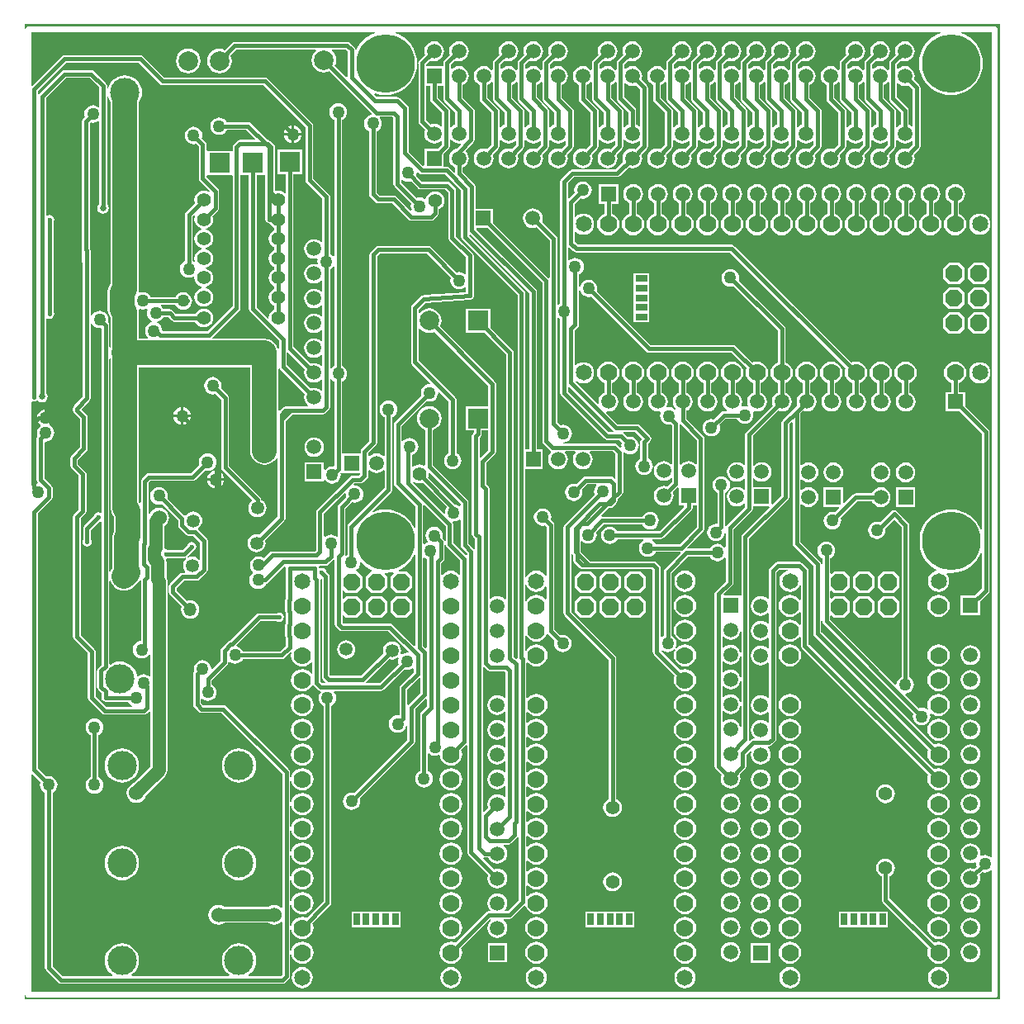
<source format=gtl>
G04 Layer_Physical_Order=1*
G04 Layer_Color=255*
%FSLAX24Y24*%
%MOIN*%
G70*
G01*
G75*
%ADD10R,0.0250X0.0500*%
%ADD11R,0.0500X0.0250*%
%ADD12C,0.1000*%
%ADD13C,0.0165*%
%ADD14C,0.0500*%
%ADD15C,0.0543*%
%ADD16C,0.0591*%
%ADD17R,0.0591X0.0591*%
%ADD18C,0.0650*%
%ADD19P,0.0734X8X22.5*%
%ADD20C,0.0700*%
%ADD21C,0.0787*%
%ADD22R,0.0787X0.0787*%
%ADD23C,0.0551*%
%ADD24R,0.0591X0.0591*%
%ADD25R,0.0531X0.0531*%
%ADD26C,0.0531*%
%ADD27O,0.0532X0.0531*%
%ADD28R,0.0531X0.0531*%
%ADD29C,0.2362*%
%ADD30C,0.1181*%
%ADD31R,0.0787X0.0787*%
%ADD32P,0.0734X8X292.5*%
%ADD33C,0.0600*%
%ADD34C,0.0177*%
%ADD35C,0.0500*%
%ADD36C,0.0250*%
G36*
X25829Y36892D02*
X25932Y36813D01*
X26052Y36763D01*
X26181Y36746D01*
X26310Y36763D01*
X26403Y36802D01*
X28574Y34631D01*
Y33801D01*
X27656D01*
Y32813D01*
X27994D01*
Y32744D01*
X27950Y32700D01*
X27916Y32649D01*
X27904Y32590D01*
Y28640D01*
X27916Y28581D01*
X27950Y28530D01*
X28034Y28446D01*
Y28049D01*
X27984Y28034D01*
X27980Y28040D01*
X27766Y28254D01*
Y29930D01*
X27754Y29990D01*
X27720Y30040D01*
X26337Y31423D01*
Y32837D01*
X26430Y32876D01*
X26533Y32955D01*
X26612Y33058D01*
X26662Y33178D01*
X26679Y33307D01*
X26662Y33436D01*
X26612Y33556D01*
X26533Y33659D01*
X26430Y33738D01*
X26310Y33788D01*
X26181Y33805D01*
X26052Y33788D01*
X25932Y33738D01*
X25829Y33659D01*
X25750Y33556D01*
X25700Y33436D01*
X25683Y33307D01*
X25700Y33178D01*
X25750Y33058D01*
X25829Y32955D01*
X25932Y32876D01*
X26025Y32837D01*
Y31414D01*
X25975Y31389D01*
X25973Y31391D01*
X25882Y31429D01*
X25783Y31442D01*
X25685Y31429D01*
X25594Y31391D01*
X25531Y31343D01*
X25481Y31363D01*
Y31819D01*
X25481Y31819D01*
X25567Y31854D01*
X25640Y31910D01*
X25696Y31983D01*
X25731Y32069D01*
X25743Y32160D01*
X25731Y32251D01*
X25696Y32337D01*
X25640Y32410D01*
X25567Y32466D01*
X25481Y32501D01*
X25390Y32513D01*
X25299Y32501D01*
X25213Y32466D01*
X25140Y32410D01*
X25116Y32377D01*
X25066Y32394D01*
Y32986D01*
X26088Y34008D01*
X26109Y33999D01*
X26200Y33987D01*
X26291Y33999D01*
X26377Y34034D01*
X26450Y34090D01*
X26506Y34163D01*
X26541Y34249D01*
X26553Y34337D01*
X26567Y34347D01*
X26598Y34362D01*
X26974Y33986D01*
Y31910D01*
X26953Y31901D01*
X26880Y31845D01*
X26824Y31772D01*
X26789Y31687D01*
X26777Y31595D01*
X26789Y31504D01*
X26824Y31419D01*
X26880Y31346D01*
X26953Y31290D01*
X27039Y31254D01*
X27130Y31242D01*
X27221Y31254D01*
X27307Y31290D01*
X27380Y31346D01*
X27436Y31419D01*
X27471Y31504D01*
X27483Y31595D01*
X27471Y31687D01*
X27436Y31772D01*
X27380Y31845D01*
X27307Y31901D01*
X27286Y31910D01*
Y34050D01*
X27274Y34110D01*
X27240Y34160D01*
X25756Y35644D01*
Y36910D01*
X25803Y36926D01*
X25829Y36892D01*
D02*
G37*
G36*
X23856Y31151D02*
X23952Y31111D01*
X24055Y31097D01*
X24158Y31111D01*
X24254Y31151D01*
X24334Y31212D01*
X24352Y31209D01*
X24384Y31198D01*
Y30504D01*
X22930Y29050D01*
X22896Y29000D01*
X22884Y28940D01*
Y27794D01*
X22863Y27786D01*
X22810Y27745D01*
X22773Y27779D01*
X22794Y27810D01*
X22806Y27870D01*
Y29666D01*
X23058Y29918D01*
X23079Y29909D01*
X23170Y29897D01*
X23261Y29909D01*
X23347Y29944D01*
X23420Y30000D01*
X23476Y30073D01*
X23511Y30159D01*
X23523Y30250D01*
X23511Y30341D01*
X23476Y30427D01*
X23420Y30500D01*
X23347Y30556D01*
X23261Y30591D01*
X23170Y30603D01*
X23162Y30602D01*
X23139Y30648D01*
X23161Y30677D01*
X23403D01*
X23462Y30689D01*
X23513Y30723D01*
X23680Y30890D01*
X23714Y30940D01*
X23726Y31000D01*
Y31198D01*
X23758Y31209D01*
X23776Y31212D01*
X23856Y31151D01*
D02*
G37*
G36*
X36984Y32433D02*
Y31477D01*
X36953Y31466D01*
X36934Y31464D01*
X36853Y31526D01*
X36757Y31566D01*
X36654Y31580D01*
X36550Y31566D01*
X36454Y31526D01*
X36372Y31463D01*
X36346Y31429D01*
X36296Y31446D01*
Y33051D01*
X36346Y33071D01*
X36984Y32433D01*
D02*
G37*
G36*
X30222Y38348D02*
Y32049D01*
X30056D01*
Y38350D01*
X30044Y38410D01*
X30010Y38460D01*
X27793Y40677D01*
X27797Y40703D01*
X27850Y40720D01*
X30222Y38348D01*
D02*
G37*
G36*
X28574Y32024D02*
X28262Y31712D01*
X28216Y31731D01*
Y32525D01*
X28260Y32570D01*
X28293Y32620D01*
X28305Y32680D01*
Y32813D01*
X28574D01*
Y32024D01*
D02*
G37*
G36*
X27454Y29205D02*
Y28190D01*
X27466Y28130D01*
X27500Y28080D01*
X27714Y27866D01*
Y27807D01*
X27664Y27786D01*
X27156Y28294D01*
Y29010D01*
X27144Y29070D01*
X27125Y29098D01*
X27154Y29145D01*
X27175Y29142D01*
X27266Y29154D01*
X27352Y29189D01*
X27404Y29230D01*
X27454Y29205D01*
D02*
G37*
G36*
X27058Y38977D02*
X27049Y38956D01*
X27037Y38865D01*
X27049Y38774D01*
X27084Y38688D01*
X27140Y38615D01*
X27213Y38559D01*
X27299Y38524D01*
X27390Y38512D01*
X27481Y38524D01*
X27567Y38559D01*
X27624Y38604D01*
X27674Y38583D01*
Y38396D01*
X25945Y38280D01*
X25920Y38274D01*
X25895Y38269D01*
X25891Y38266D01*
X25886Y38265D01*
X25866Y38249D01*
X25845Y38235D01*
X25490Y37880D01*
X25456Y37830D01*
X25444Y37770D01*
Y35580D01*
X25456Y35520D01*
X25490Y35470D01*
X26222Y34738D01*
X26207Y34707D01*
X26197Y34693D01*
X26109Y34681D01*
X26023Y34646D01*
X25950Y34590D01*
X25894Y34517D01*
X25859Y34431D01*
X25847Y34340D01*
X25859Y34249D01*
X25868Y34228D01*
X24800Y33160D01*
X24766Y33110D01*
X24754Y33050D01*
Y30690D01*
X24766Y30630D01*
X24800Y30580D01*
X25622Y29758D01*
Y28896D01*
X25573Y28886D01*
X25554Y28930D01*
X25449Y29102D01*
X25318Y29255D01*
X25165Y29386D01*
X24993Y29491D01*
X24807Y29569D01*
X24610Y29616D01*
X24409Y29632D01*
X24208Y29616D01*
X24012Y29569D01*
X23922Y29531D01*
X23894Y29574D01*
X24650Y30330D01*
X24684Y30380D01*
X24696Y30440D01*
Y33356D01*
X24717Y33364D01*
X24790Y33420D01*
X24846Y33493D01*
X24881Y33579D01*
X24893Y33670D01*
X24881Y33761D01*
X24846Y33847D01*
X24790Y33920D01*
X24717Y33976D01*
X24631Y34011D01*
X24540Y34023D01*
X24449Y34011D01*
X24363Y33976D01*
X24290Y33920D01*
X24234Y33847D01*
X24199Y33761D01*
X24187Y33670D01*
X24199Y33579D01*
X24234Y33493D01*
X24290Y33420D01*
X24363Y33364D01*
X24384Y33356D01*
Y31794D01*
X24352Y31783D01*
X24334Y31780D01*
X24254Y31841D01*
X24158Y31881D01*
X24055Y31895D01*
X23952Y31881D01*
X23856Y31841D01*
X23776Y31780D01*
X23758Y31783D01*
X23726Y31794D01*
Y31906D01*
X24040Y32220D01*
X24074Y32270D01*
X24086Y32330D01*
Y39851D01*
X24189Y39954D01*
X26081D01*
X27058Y38977D01*
D02*
G37*
G36*
X25594Y30735D02*
X25685Y30697D01*
X25783Y30684D01*
X25882Y30697D01*
X25915Y30711D01*
X26906Y29720D01*
X26869Y29672D01*
X26834Y29586D01*
X26822Y29495D01*
X26824Y29476D01*
X26777Y29453D01*
X25510Y30721D01*
X25512Y30735D01*
X25567Y30755D01*
X25594Y30735D01*
D02*
G37*
G36*
X27454Y29866D02*
Y29785D01*
X27404Y29760D01*
X27352Y29801D01*
X27266Y29836D01*
X27225Y29841D01*
X26135Y30931D01*
X26149Y30965D01*
X26162Y31063D01*
X26159Y31090D01*
X26206Y31114D01*
X27454Y29866D01*
D02*
G37*
G36*
X12574Y37123D02*
X12630Y37050D01*
X12703Y36994D01*
X12789Y36959D01*
X12880Y36947D01*
X12917Y36952D01*
X12954Y36919D01*
Y29512D01*
X12910Y29488D01*
X12899Y29495D01*
X12826Y29510D01*
X12752Y29495D01*
X12690Y29454D01*
X12648Y29391D01*
X12640Y29353D01*
X12260Y28972D01*
X12260Y28972D01*
X12226Y28921D01*
X12214Y28862D01*
Y28440D01*
X12192Y28407D01*
X12177Y28333D01*
X12192Y28260D01*
X12234Y28198D01*
X12296Y28156D01*
X12370Y28141D01*
X12443Y28156D01*
X12506Y28198D01*
X12547Y28260D01*
X12562Y28333D01*
X12547Y28407D01*
X12525Y28440D01*
Y28797D01*
X12860Y29132D01*
X12899Y29140D01*
X12910Y29147D01*
X12954Y29124D01*
Y23362D01*
X12817Y23226D01*
X12784Y23175D01*
X12772Y23116D01*
Y22475D01*
X12784Y22415D01*
X12817Y22365D01*
X12954Y22228D01*
Y22020D01*
X12966Y21960D01*
X13000Y21910D01*
X13050Y21876D01*
X13110Y21864D01*
X14031D01*
X14039Y21843D01*
X14095Y21770D01*
X14168Y21714D01*
X14189Y21706D01*
X14179Y21656D01*
X13144D01*
X12716Y22084D01*
Y23890D01*
X12704Y23950D01*
X12670Y24000D01*
X12111Y24559D01*
Y29268D01*
X12298Y29455D01*
X12332Y29506D01*
X12344Y29565D01*
Y31055D01*
X12332Y31114D01*
X12298Y31165D01*
X12008Y31455D01*
Y31641D01*
X12343Y31975D01*
X12377Y32026D01*
X12388Y32085D01*
Y33355D01*
X12377Y33414D01*
X12343Y33465D01*
X12139Y33668D01*
X12473Y34002D01*
X12507Y34052D01*
X12518Y34112D01*
Y37128D01*
X12568Y37138D01*
X12574Y37123D01*
D02*
G37*
G36*
X19549Y43117D02*
X19568Y43075D01*
X19572Y42124D01*
X19574Y41338D01*
X19580Y41308D01*
X19586Y41279D01*
X19586Y41279D01*
X19586Y41279D01*
X19603Y41253D01*
X19620Y41229D01*
X19620Y41228D01*
X19620Y41228D01*
X19645Y41211D01*
X19670Y41195D01*
X19671Y41195D01*
X19671Y41195D01*
X19700Y41189D01*
X19730Y41183D01*
X19741D01*
X19755Y41149D01*
X19815Y41071D01*
X19893Y41011D01*
X19927Y40997D01*
Y40893D01*
X19893Y40879D01*
X19815Y40819D01*
X19755Y40741D01*
X19717Y40649D01*
X19704Y40551D01*
X19717Y40453D01*
X19755Y40362D01*
X19815Y40283D01*
X19893Y40223D01*
X19927Y40209D01*
Y40106D01*
X19893Y40092D01*
X19815Y40032D01*
X19755Y39953D01*
X19717Y39862D01*
X19704Y39764D01*
X19717Y39666D01*
X19755Y39574D01*
X19815Y39496D01*
X19893Y39436D01*
X19927Y39422D01*
Y39318D01*
X19893Y39304D01*
X19815Y39244D01*
X19755Y39166D01*
X19717Y39074D01*
X19704Y38976D01*
X19717Y38878D01*
X19755Y38787D01*
X19815Y38709D01*
X19893Y38648D01*
X19927Y38634D01*
Y38531D01*
X19893Y38517D01*
X19815Y38457D01*
X19755Y38378D01*
X19717Y38287D01*
X19704Y38189D01*
X19717Y38091D01*
X19755Y38000D01*
X19815Y37921D01*
X19893Y37861D01*
X19927Y37847D01*
Y37704D01*
X19893Y37690D01*
X19815Y37630D01*
X19755Y37552D01*
X19717Y37460D01*
X19704Y37366D01*
X19685Y37353D01*
X19660Y37340D01*
X19211Y37789D01*
Y43117D01*
X19549D01*
D02*
G37*
G36*
X18899Y37725D02*
X18911Y37665D01*
X18945Y37615D01*
X20124Y36436D01*
Y36124D01*
X20074Y36114D01*
X20025Y36232D01*
X19934Y36351D01*
X19815Y36443D01*
X19676Y36500D01*
X19528Y36520D01*
X17451D01*
X17430Y36570D01*
X18510Y37650D01*
X18544Y37700D01*
X18556Y37760D01*
Y43069D01*
X18561Y43117D01*
X18899D01*
Y37725D01*
D02*
G37*
G36*
X14826Y37699D02*
X14804Y37646D01*
X14792Y37554D01*
X14804Y37463D01*
X14840Y37378D01*
X14896Y37305D01*
X14969Y37249D01*
X15003Y37235D01*
X14996Y37183D01*
X14974Y37180D01*
X14888Y37145D01*
X14815Y37089D01*
X14759Y37016D01*
X14724Y36931D01*
X14712Y36839D01*
X14724Y36748D01*
X14759Y36663D01*
X14815Y36590D01*
X14841Y36570D01*
X14824Y36520D01*
X14473D01*
Y37580D01*
X14458Y37688D01*
X14504Y37723D01*
X14539Y37709D01*
X14630Y37697D01*
X14721Y37709D01*
X14788Y37737D01*
X14826Y37699D01*
D02*
G37*
G36*
X15320Y46800D02*
X15370Y46766D01*
X15430Y46754D01*
X19501D01*
X21194Y45061D01*
Y42930D01*
X21206Y42870D01*
X21240Y42820D01*
X21864Y42196D01*
Y40440D01*
X21835Y40429D01*
X21814Y40426D01*
X21735Y40487D01*
X21639Y40527D01*
X21535Y40540D01*
X21432Y40527D01*
X21336Y40487D01*
X21254Y40424D01*
X21190Y40341D01*
X21150Y40245D01*
X21137Y40142D01*
X21150Y40039D01*
X21190Y39942D01*
X21254Y39860D01*
X21336Y39796D01*
X21432Y39757D01*
X21535Y39743D01*
X21635Y39756D01*
X21650Y39748D01*
X21677Y39719D01*
X21667Y39640D01*
X21677Y39565D01*
X21644Y39532D01*
X21634Y39527D01*
X21535Y39540D01*
X21432Y39527D01*
X21336Y39487D01*
X21254Y39424D01*
X21190Y39341D01*
X21150Y39245D01*
X21137Y39142D01*
X21150Y39039D01*
X21190Y38942D01*
X21254Y38860D01*
X21336Y38796D01*
X21432Y38757D01*
X21535Y38743D01*
X21639Y38757D01*
X21735Y38796D01*
X21814Y38858D01*
X21835Y38854D01*
X21864Y38844D01*
Y38440D01*
X21835Y38429D01*
X21814Y38426D01*
X21735Y38487D01*
X21639Y38527D01*
X21535Y38540D01*
X21432Y38527D01*
X21336Y38487D01*
X21254Y38424D01*
X21190Y38341D01*
X21150Y38245D01*
X21137Y38142D01*
X21150Y38039D01*
X21190Y37942D01*
X21254Y37860D01*
X21336Y37796D01*
X21432Y37757D01*
X21535Y37743D01*
X21639Y37757D01*
X21735Y37796D01*
X21814Y37858D01*
X21835Y37854D01*
X21864Y37844D01*
Y37440D01*
X21835Y37429D01*
X21814Y37426D01*
X21735Y37487D01*
X21639Y37527D01*
X21535Y37540D01*
X21432Y37527D01*
X21336Y37487D01*
X21254Y37424D01*
X21190Y37341D01*
X21150Y37245D01*
X21137Y37142D01*
X21150Y37039D01*
X21190Y36942D01*
X21254Y36860D01*
X21336Y36796D01*
X21432Y36757D01*
X21535Y36743D01*
X21639Y36757D01*
X21735Y36796D01*
X21814Y36858D01*
X21835Y36854D01*
X21864Y36844D01*
Y36440D01*
X21835Y36429D01*
X21814Y36426D01*
X21735Y36487D01*
X21639Y36527D01*
X21535Y36540D01*
X21432Y36527D01*
X21336Y36487D01*
X21254Y36424D01*
X21190Y36341D01*
X21150Y36245D01*
X21137Y36142D01*
X21150Y36039D01*
X21190Y35942D01*
X21254Y35860D01*
X21336Y35796D01*
X21432Y35757D01*
X21535Y35743D01*
X21639Y35757D01*
X21735Y35796D01*
X21814Y35858D01*
X21835Y35854D01*
X21864Y35844D01*
Y35440D01*
X21835Y35429D01*
X21814Y35426D01*
X21735Y35487D01*
X21639Y35527D01*
X21535Y35540D01*
X21432Y35527D01*
X21389Y35509D01*
X20707Y36190D01*
Y43156D01*
X21045D01*
Y44143D01*
X20057D01*
Y43156D01*
X20396D01*
Y42409D01*
X20390Y42407D01*
X20346Y42398D01*
X20272Y42454D01*
X20181Y42492D01*
X20083Y42505D01*
X20006Y42495D01*
X19956Y42529D01*
Y44250D01*
X19944Y44310D01*
X19910Y44360D01*
X19770Y44500D01*
X19720Y44534D01*
X19660Y44546D01*
X19644D01*
X18980Y45210D01*
X18930Y45244D01*
X18870Y45256D01*
X18014D01*
X18006Y45277D01*
X17950Y45350D01*
X17877Y45406D01*
X17791Y45441D01*
X17700Y45453D01*
X17609Y45441D01*
X17523Y45406D01*
X17450Y45350D01*
X17394Y45277D01*
X17359Y45191D01*
X17347Y45100D01*
X17359Y45009D01*
X17394Y44923D01*
X17450Y44850D01*
X17523Y44794D01*
X17609Y44759D01*
X17700Y44747D01*
X17791Y44759D01*
X17877Y44794D01*
X17950Y44850D01*
X18006Y44923D01*
X18014Y44944D01*
X18806D01*
X19158Y44592D01*
X19139Y44546D01*
X18540D01*
X18480Y44534D01*
X18430Y44500D01*
X18290Y44360D01*
X18256Y44310D01*
X18244Y44250D01*
Y44140D01*
X18210Y44104D01*
X18194Y44104D01*
X17246D01*
X17223Y44104D01*
X17196Y44143D01*
Y44356D01*
X17184Y44416D01*
X17150Y44466D01*
X17004Y44613D01*
X17012Y44634D01*
X17024Y44725D01*
X17012Y44816D01*
X16977Y44902D01*
X16921Y44975D01*
X16848Y45031D01*
X16763Y45066D01*
X16671Y45078D01*
X16580Y45066D01*
X16495Y45031D01*
X16422Y44975D01*
X16366Y44902D01*
X16330Y44816D01*
X16318Y44725D01*
X16330Y44634D01*
X16366Y44548D01*
X16422Y44475D01*
X16495Y44419D01*
X16580Y44384D01*
X16671Y44372D01*
X16763Y44384D01*
X16784Y44393D01*
X16884Y44292D01*
Y42980D01*
X16896Y42920D01*
X16930Y42870D01*
X17318Y42482D01*
X17285Y42444D01*
X17272Y42454D01*
X17181Y42492D01*
X17083Y42505D01*
X16985Y42492D01*
X16893Y42454D01*
X16815Y42394D01*
X16755Y42315D01*
X16717Y42224D01*
X16704Y42126D01*
X16717Y42028D01*
X16731Y41994D01*
X16370Y41633D01*
X16336Y41583D01*
X16324Y41523D01*
Y39654D01*
X16303Y39646D01*
X16230Y39590D01*
X16174Y39517D01*
X16139Y39431D01*
X16127Y39340D01*
X16139Y39249D01*
X16174Y39163D01*
X16230Y39090D01*
X16303Y39034D01*
X16389Y38999D01*
X16480Y38987D01*
X16571Y38999D01*
X16657Y39034D01*
X16662Y39038D01*
X16708Y39011D01*
X16704Y38976D01*
X16717Y38878D01*
X16755Y38787D01*
X16815Y38709D01*
X16893Y38648D01*
X16985Y38610D01*
X17004Y38608D01*
Y38557D01*
X16985Y38555D01*
X16893Y38517D01*
X16815Y38457D01*
X16755Y38378D01*
X16717Y38287D01*
X16704Y38189D01*
X16717Y38091D01*
X16755Y38000D01*
X16815Y37921D01*
X16893Y37861D01*
X16985Y37823D01*
X17083Y37810D01*
X17181Y37823D01*
X17272Y37861D01*
X17351Y37921D01*
X17411Y38000D01*
X17449Y38091D01*
X17462Y38189D01*
X17449Y38287D01*
X17411Y38378D01*
X17351Y38457D01*
X17272Y38517D01*
X17181Y38555D01*
X17161Y38557D01*
Y38608D01*
X17181Y38610D01*
X17272Y38648D01*
X17351Y38709D01*
X17411Y38787D01*
X17449Y38878D01*
X17462Y38976D01*
X17449Y39074D01*
X17411Y39166D01*
X17351Y39244D01*
X17272Y39304D01*
X17181Y39342D01*
X17161Y39345D01*
Y39395D01*
X17181Y39398D01*
X17272Y39436D01*
X17351Y39496D01*
X17411Y39574D01*
X17449Y39666D01*
X17462Y39764D01*
X17449Y39862D01*
X17411Y39953D01*
X17351Y40032D01*
X17272Y40092D01*
X17181Y40130D01*
X17161Y40132D01*
Y40183D01*
X17181Y40185D01*
X17272Y40223D01*
X17351Y40283D01*
X17411Y40362D01*
X17449Y40453D01*
X17462Y40551D01*
X17449Y40649D01*
X17411Y40741D01*
X17351Y40819D01*
X17272Y40879D01*
X17181Y40917D01*
X17161Y40920D01*
Y40970D01*
X17181Y40973D01*
X17272Y41011D01*
X17351Y41071D01*
X17411Y41149D01*
X17449Y41241D01*
X17462Y41339D01*
X17449Y41437D01*
X17435Y41470D01*
X17660Y41696D01*
X17694Y41746D01*
X17706Y41806D01*
Y42470D01*
X17694Y42530D01*
X17660Y42580D01*
X17196Y43044D01*
Y43078D01*
X17223Y43117D01*
X17246Y43117D01*
X18194D01*
X18210Y43117D01*
X18244Y43081D01*
Y37824D01*
X17238Y36818D01*
X15437D01*
X15418Y36839D01*
X15406Y36931D01*
X15371Y37016D01*
X15315Y37089D01*
X15242Y37145D01*
X15207Y37159D01*
X15214Y37210D01*
X15237Y37213D01*
X15322Y37249D01*
X15395Y37305D01*
X15451Y37378D01*
X15460Y37399D01*
X15651D01*
X15797Y37252D01*
X15848Y37218D01*
X15907Y37207D01*
X16741D01*
X16755Y37173D01*
X16815Y37094D01*
X16893Y37034D01*
X16985Y36996D01*
X17083Y36983D01*
X17181Y36996D01*
X17272Y37034D01*
X17351Y37094D01*
X17411Y37173D01*
X17449Y37264D01*
X17462Y37362D01*
X17449Y37460D01*
X17411Y37552D01*
X17351Y37630D01*
X17272Y37690D01*
X17181Y37728D01*
X17083Y37741D01*
X16985Y37728D01*
X16893Y37690D01*
X16815Y37630D01*
X16755Y37552D01*
X16741Y37518D01*
X15972D01*
X15825Y37664D01*
X15775Y37698D01*
X15715Y37710D01*
X15460D01*
X15451Y37731D01*
X15395Y37804D01*
X15342Y37844D01*
X15359Y37894D01*
X15939D01*
X15951Y37868D01*
X16007Y37794D01*
X16080Y37738D01*
X16165Y37703D01*
X16256Y37691D01*
X16348Y37703D01*
X16433Y37738D01*
X16506Y37794D01*
X16562Y37868D01*
X16597Y37953D01*
X16609Y38044D01*
X16597Y38135D01*
X16562Y38221D01*
X16506Y38294D01*
X16433Y38350D01*
X16348Y38385D01*
X16256Y38397D01*
X16165Y38385D01*
X16080Y38350D01*
X16007Y38294D01*
X15951Y38221D01*
X15944Y38206D01*
X14944D01*
X14936Y38227D01*
X14880Y38300D01*
X14807Y38356D01*
X14721Y38391D01*
X14630Y38403D01*
X14539Y38391D01*
X14504Y38377D01*
X14458Y38412D01*
X14473Y38520D01*
Y39882D01*
Y46069D01*
X14475Y46071D01*
X14539Y46191D01*
X14578Y46321D01*
X14592Y46457D01*
X14578Y46592D01*
X14539Y46722D01*
X14475Y46842D01*
X14388Y46947D01*
X14283Y47034D01*
X14163Y47098D01*
X14033Y47137D01*
X13898Y47151D01*
X13762Y47137D01*
X13632Y47098D01*
X13512Y47034D01*
X13407Y46947D01*
X13321Y46842D01*
X13257Y46722D01*
X13226Y46620D01*
X13176Y46628D01*
Y46720D01*
X13164Y46780D01*
X13130Y46830D01*
X12650Y47310D01*
X12600Y47344D01*
X12540Y47356D01*
X11470D01*
X11410Y47344D01*
X11360Y47310D01*
X10450Y46400D01*
X10439Y46384D01*
X10389Y46399D01*
Y46524D01*
X11529Y47664D01*
X14456D01*
X15320Y46800D01*
D02*
G37*
G36*
X16740Y41492D02*
X16717Y41437D01*
X16704Y41339D01*
X16717Y41241D01*
X16755Y41149D01*
X16815Y41071D01*
X16893Y41011D01*
X16985Y40973D01*
X17004Y40970D01*
Y40920D01*
X16985Y40917D01*
X16893Y40879D01*
X16815Y40819D01*
X16755Y40741D01*
X16717Y40649D01*
X16704Y40551D01*
X16717Y40453D01*
X16755Y40362D01*
X16815Y40283D01*
X16893Y40223D01*
X16985Y40185D01*
X17004Y40183D01*
Y40132D01*
X16985Y40130D01*
X16893Y40092D01*
X16815Y40032D01*
X16755Y39953D01*
X16717Y39862D01*
X16704Y39764D01*
X16717Y39666D01*
X16719Y39661D01*
X16678Y39630D01*
X16657Y39646D01*
X16636Y39654D01*
Y41459D01*
X16697Y41521D01*
X16740Y41492D01*
D02*
G37*
G36*
X33631Y32799D02*
X33636Y32796D01*
X33621Y32746D01*
X33434D01*
X31786Y34394D01*
Y34573D01*
X31836Y34594D01*
X33631Y32799D01*
D02*
G37*
G36*
X31463Y37334D02*
X31474Y37330D01*
Y34330D01*
X31486Y34270D01*
X31520Y34220D01*
X33260Y32480D01*
X33310Y32446D01*
X33370Y32434D01*
X33846D01*
X33958Y32322D01*
X33949Y32301D01*
X33937Y32210D01*
X33946Y32142D01*
X33899Y32119D01*
X33775Y32242D01*
X33725Y32276D01*
X33665Y32288D01*
X31611D01*
X31608Y32338D01*
X31691Y32349D01*
X31777Y32384D01*
X31850Y32440D01*
X31906Y32513D01*
X31941Y32599D01*
X31953Y32690D01*
X31941Y32781D01*
X31906Y32867D01*
X31850Y32940D01*
X31777Y32996D01*
X31691Y33031D01*
X31600Y33043D01*
X31509Y33031D01*
X31488Y33022D01*
X31356Y33154D01*
Y37358D01*
X31406Y37379D01*
X31463Y37334D01*
D02*
G37*
G36*
X20170Y35287D02*
X21168Y34289D01*
X21150Y34245D01*
X21137Y34142D01*
X21150Y34039D01*
X21190Y33942D01*
X21254Y33860D01*
X21298Y33826D01*
X21281Y33776D01*
X20375D01*
X20315Y33764D01*
X20265Y33730D01*
X20152Y33618D01*
X20102Y33638D01*
Y35298D01*
X20152Y35313D01*
X20170Y35287D01*
D02*
G37*
G36*
X22354Y39419D02*
Y35424D01*
X22333Y35416D01*
X22260Y35360D01*
X22226Y35314D01*
X22176Y35331D01*
Y39326D01*
X22197Y39334D01*
X22270Y39390D01*
X22304Y39436D01*
X22354Y39419D01*
D02*
G37*
G36*
X21168Y35289D02*
X21150Y35245D01*
X21137Y35142D01*
X21150Y35039D01*
X21190Y34942D01*
X21254Y34860D01*
X21336Y34796D01*
X21432Y34757D01*
X21535Y34743D01*
X21639Y34757D01*
X21735Y34796D01*
X21814Y34858D01*
X21835Y34854D01*
X21864Y34844D01*
Y34440D01*
X21835Y34429D01*
X21814Y34426D01*
X21735Y34487D01*
X21639Y34527D01*
X21535Y34540D01*
X21432Y34527D01*
X21389Y34509D01*
X20436Y35462D01*
Y35951D01*
X20486Y35971D01*
X21168Y35289D01*
D02*
G37*
G36*
X22820Y30272D02*
X22817Y30250D01*
X22829Y30159D01*
X22838Y30138D01*
X22540Y29840D01*
X22506Y29790D01*
X22494Y29730D01*
Y28542D01*
X22444Y28521D01*
X22387Y28566D01*
X22301Y28601D01*
X22210Y28613D01*
X22119Y28601D01*
X22033Y28566D01*
X21980Y28525D01*
X21930Y28550D01*
Y29453D01*
X22772Y30295D01*
X22820Y30272D01*
D02*
G37*
G36*
X26033Y27654D02*
X26088Y27632D01*
Y24043D01*
X26038Y24022D01*
X25933Y24127D01*
Y27668D01*
X25983Y27693D01*
X26033Y27654D01*
D02*
G37*
G36*
X22338Y27605D02*
X22364Y27591D01*
Y25000D01*
X22376Y24940D01*
X22410Y24890D01*
X22535Y24765D01*
X22585Y24731D01*
X22645Y24719D01*
X24525D01*
X25350Y23894D01*
X25327Y23847D01*
X25280Y23853D01*
X25189Y23841D01*
X25103Y23806D01*
X25070Y23780D01*
X25029Y23812D01*
X25041Y23842D01*
X25054Y23937D01*
X25041Y24032D01*
X25004Y24121D01*
X24946Y24198D01*
X24869Y24256D01*
X24780Y24293D01*
X24685Y24306D01*
X24590Y24293D01*
X24501Y24256D01*
X24424Y24198D01*
X24366Y24121D01*
X24329Y24032D01*
X24316Y23937D01*
X24329Y23842D01*
X24341Y23813D01*
X23444Y22916D01*
X22189D01*
X22156Y22949D01*
Y26920D01*
X22144Y26979D01*
X22110Y27030D01*
X22026Y27114D01*
X22019Y27152D01*
X21977Y27215D01*
X21915Y27256D01*
X21841Y27271D01*
X21767Y27256D01*
X21734Y27272D01*
X21721Y27315D01*
X21750Y27359D01*
X22000D01*
X22060Y27371D01*
X22110Y27405D01*
X22314Y27609D01*
X22338Y27605D01*
D02*
G37*
G36*
X38784Y22686D02*
Y21857D01*
X38734Y21854D01*
X38732Y21875D01*
X38692Y21971D01*
X38628Y22054D01*
X38546Y22117D01*
X38450Y22157D01*
X38346Y22170D01*
X38243Y22157D01*
X38147Y22117D01*
X38066Y22054D01*
X38047Y22057D01*
X38016Y22068D01*
Y22476D01*
X38047Y22486D01*
X38066Y22489D01*
X38147Y22426D01*
X38243Y22387D01*
X38346Y22373D01*
X38450Y22387D01*
X38546Y22426D01*
X38628Y22490D01*
X38692Y22572D01*
X38732Y22668D01*
X38734Y22690D01*
X38784Y22686D01*
D02*
G37*
G36*
X28515Y23150D02*
X28565Y23116D01*
X28625Y23104D01*
X29221D01*
X29264Y23061D01*
Y22037D01*
X29252Y22033D01*
X29214Y22026D01*
X29136Y22085D01*
X29040Y22125D01*
X28937Y22139D01*
X28834Y22125D01*
X28738Y22085D01*
X28655Y22022D01*
X28592Y21939D01*
X28552Y21843D01*
X28538Y21740D01*
X28552Y21637D01*
X28592Y21541D01*
X28655Y21458D01*
X28738Y21395D01*
X28834Y21355D01*
X28937Y21341D01*
X29040Y21355D01*
X29136Y21395D01*
X29214Y21455D01*
X29252Y21447D01*
X29264Y21443D01*
Y21037D01*
X29252Y21033D01*
X29214Y21026D01*
X29136Y21085D01*
X29040Y21125D01*
X28937Y21139D01*
X28834Y21125D01*
X28738Y21085D01*
X28655Y21022D01*
X28592Y20940D01*
X28552Y20843D01*
X28538Y20740D01*
X28552Y20637D01*
X28592Y20541D01*
X28655Y20458D01*
X28738Y20395D01*
X28834Y20355D01*
X28937Y20341D01*
X29040Y20355D01*
X29136Y20395D01*
X29214Y20455D01*
X29252Y20447D01*
X29264Y20443D01*
Y20037D01*
X29252Y20033D01*
X29214Y20026D01*
X29136Y20085D01*
X29040Y20125D01*
X28937Y20139D01*
X28834Y20125D01*
X28738Y20085D01*
X28655Y20022D01*
X28592Y19940D01*
X28552Y19843D01*
X28538Y19740D01*
X28552Y19637D01*
X28592Y19541D01*
X28655Y19458D01*
X28738Y19395D01*
X28834Y19355D01*
X28937Y19341D01*
X29040Y19355D01*
X29136Y19395D01*
X29214Y19455D01*
X29252Y19447D01*
X29264Y19443D01*
Y19037D01*
X29252Y19033D01*
X29214Y19026D01*
X29136Y19085D01*
X29040Y19125D01*
X28937Y19139D01*
X28834Y19125D01*
X28738Y19085D01*
X28655Y19022D01*
X28592Y18939D01*
X28552Y18843D01*
X28538Y18740D01*
X28552Y18637D01*
X28592Y18541D01*
X28655Y18458D01*
X28738Y18395D01*
X28834Y18355D01*
X28937Y18341D01*
X29040Y18355D01*
X29136Y18395D01*
X29214Y18455D01*
X29252Y18447D01*
X29264Y18443D01*
Y18037D01*
X29252Y18033D01*
X29214Y18026D01*
X29136Y18085D01*
X29040Y18125D01*
X28937Y18139D01*
X28834Y18125D01*
X28738Y18085D01*
X28655Y18022D01*
X28592Y17939D01*
X28552Y17843D01*
X28538Y17740D01*
X28552Y17637D01*
X28570Y17593D01*
X28396Y17419D01*
X28346Y17440D01*
Y23248D01*
X28396Y23269D01*
X28515Y23150D01*
D02*
G37*
G36*
X38784Y24686D02*
Y23857D01*
X38734Y23854D01*
X38732Y23875D01*
X38692Y23971D01*
X38628Y24054D01*
X38546Y24117D01*
X38450Y24157D01*
X38346Y24170D01*
X38243Y24157D01*
X38147Y24117D01*
X38066Y24054D01*
X38047Y24057D01*
X38016Y24068D01*
Y24476D01*
X38047Y24486D01*
X38066Y24489D01*
X38147Y24426D01*
X38243Y24387D01*
X38346Y24373D01*
X38450Y24387D01*
X38546Y24426D01*
X38628Y24490D01*
X38692Y24572D01*
X38732Y24668D01*
X38734Y24690D01*
X38784Y24686D01*
D02*
G37*
G36*
X20619Y23855D02*
X20621Y23853D01*
X20605Y23736D01*
X20621Y23619D01*
X20666Y23509D01*
X20738Y23415D01*
X20832Y23343D01*
X20942Y23298D01*
X21059Y23282D01*
X21177Y23298D01*
X21286Y23343D01*
X21380Y23415D01*
X21424Y23473D01*
X21474Y23456D01*
Y23016D01*
X21424Y22999D01*
X21380Y23057D01*
X21286Y23129D01*
X21177Y23175D01*
X21059Y23190D01*
X20942Y23175D01*
X20832Y23129D01*
X20738Y23057D01*
X20666Y22963D01*
X20621Y22854D01*
X20605Y22736D01*
X20621Y22619D01*
X20666Y22509D01*
X20738Y22415D01*
X20832Y22343D01*
X20942Y22298D01*
X21059Y22282D01*
X21177Y22298D01*
X21286Y22343D01*
X21380Y22415D01*
X21452Y22509D01*
X21457Y22520D01*
X21513Y22525D01*
X21520Y22515D01*
X21685Y22350D01*
X21735Y22316D01*
X21788Y22306D01*
X21792Y22301D01*
X21800Y22287D01*
X21809Y22254D01*
X21764Y22197D01*
X21729Y22111D01*
X21717Y22020D01*
X21729Y21929D01*
X21764Y21843D01*
X21820Y21770D01*
X21893Y21714D01*
X21914Y21706D01*
Y13812D01*
X21248Y13145D01*
X21177Y13175D01*
X21059Y13190D01*
X20942Y13175D01*
X20832Y13129D01*
X20738Y13057D01*
X20666Y12963D01*
X20621Y12854D01*
X20616Y12816D01*
X20566Y12819D01*
Y13653D01*
X20616Y13657D01*
X20621Y13619D01*
X20666Y13509D01*
X20738Y13415D01*
X20832Y13343D01*
X20942Y13298D01*
X21059Y13282D01*
X21177Y13298D01*
X21286Y13343D01*
X21380Y13415D01*
X21452Y13509D01*
X21497Y13619D01*
X21513Y13736D01*
X21497Y13854D01*
X21452Y13963D01*
X21380Y14057D01*
X21286Y14129D01*
X21177Y14175D01*
X21059Y14190D01*
X20942Y14175D01*
X20832Y14129D01*
X20738Y14057D01*
X20666Y13963D01*
X20621Y13854D01*
X20616Y13816D01*
X20566Y13819D01*
Y14653D01*
X20616Y14657D01*
X20621Y14619D01*
X20666Y14509D01*
X20738Y14415D01*
X20832Y14343D01*
X20942Y14298D01*
X21059Y14282D01*
X21177Y14298D01*
X21286Y14343D01*
X21380Y14415D01*
X21452Y14509D01*
X21497Y14619D01*
X21513Y14736D01*
X21497Y14854D01*
X21452Y14963D01*
X21380Y15057D01*
X21286Y15129D01*
X21177Y15175D01*
X21059Y15190D01*
X20942Y15175D01*
X20832Y15129D01*
X20738Y15057D01*
X20666Y14963D01*
X20621Y14854D01*
X20616Y14816D01*
X20566Y14819D01*
Y15653D01*
X20616Y15657D01*
X20621Y15619D01*
X20666Y15509D01*
X20738Y15415D01*
X20832Y15343D01*
X20942Y15298D01*
X21059Y15282D01*
X21177Y15298D01*
X21286Y15343D01*
X21380Y15415D01*
X21452Y15509D01*
X21497Y15619D01*
X21513Y15736D01*
X21497Y15854D01*
X21452Y15963D01*
X21380Y16057D01*
X21286Y16129D01*
X21177Y16175D01*
X21059Y16190D01*
X20942Y16175D01*
X20832Y16129D01*
X20738Y16057D01*
X20666Y15963D01*
X20621Y15854D01*
X20616Y15816D01*
X20566Y15819D01*
Y16653D01*
X20616Y16657D01*
X20621Y16619D01*
X20666Y16509D01*
X20738Y16415D01*
X20832Y16343D01*
X20942Y16298D01*
X21059Y16282D01*
X21177Y16298D01*
X21286Y16343D01*
X21380Y16415D01*
X21452Y16509D01*
X21497Y16619D01*
X21513Y16736D01*
X21497Y16854D01*
X21452Y16963D01*
X21380Y17057D01*
X21286Y17129D01*
X21177Y17175D01*
X21059Y17190D01*
X20942Y17175D01*
X20832Y17129D01*
X20738Y17057D01*
X20666Y16963D01*
X20621Y16854D01*
X20616Y16816D01*
X20566Y16819D01*
Y17653D01*
X20616Y17657D01*
X20621Y17619D01*
X20666Y17509D01*
X20738Y17415D01*
X20832Y17343D01*
X20942Y17298D01*
X21059Y17282D01*
X21177Y17298D01*
X21286Y17343D01*
X21380Y17415D01*
X21452Y17509D01*
X21497Y17619D01*
X21513Y17736D01*
X21497Y17854D01*
X21452Y17963D01*
X21380Y18057D01*
X21286Y18129D01*
X21177Y18175D01*
X21059Y18190D01*
X20942Y18175D01*
X20832Y18129D01*
X20738Y18057D01*
X20666Y17963D01*
X20621Y17854D01*
X20616Y17816D01*
X20566Y17819D01*
Y18653D01*
X20616Y18657D01*
X20621Y18619D01*
X20666Y18509D01*
X20738Y18415D01*
X20832Y18343D01*
X20942Y18298D01*
X21059Y18282D01*
X21177Y18298D01*
X21286Y18343D01*
X21380Y18415D01*
X21452Y18509D01*
X21497Y18619D01*
X21513Y18736D01*
X21497Y18854D01*
X21452Y18963D01*
X21380Y19057D01*
X21286Y19129D01*
X21177Y19175D01*
X21059Y19190D01*
X20942Y19175D01*
X20832Y19129D01*
X20738Y19057D01*
X20666Y18963D01*
X20621Y18854D01*
X20616Y18816D01*
X20566Y18819D01*
Y19030D01*
X20554Y19090D01*
X20520Y19140D01*
X17980Y21680D01*
X17930Y21714D01*
X17870Y21726D01*
X17054D01*
X16966Y21814D01*
Y21968D01*
X17016Y21989D01*
X17073Y21944D01*
X17159Y21909D01*
X17250Y21897D01*
X17341Y21909D01*
X17427Y21944D01*
X17500Y22000D01*
X17556Y22073D01*
X17591Y22159D01*
X17603Y22250D01*
X17591Y22341D01*
X17556Y22427D01*
X17500Y22500D01*
X17427Y22556D01*
X17406Y22564D01*
Y22734D01*
X18027Y23355D01*
X18061Y23406D01*
X18072Y23459D01*
X18089Y23471D01*
X18123Y23483D01*
X18173Y23444D01*
X18259Y23409D01*
X18350Y23397D01*
X18441Y23409D01*
X18527Y23444D01*
X18600Y23500D01*
X18656Y23573D01*
X18664Y23594D01*
X20227D01*
X20286Y23606D01*
X20337Y23640D01*
X20578Y23881D01*
X20619Y23855D01*
D02*
G37*
G36*
X38784Y23686D02*
Y22857D01*
X38734Y22854D01*
X38732Y22875D01*
X38692Y22971D01*
X38628Y23054D01*
X38546Y23117D01*
X38450Y23157D01*
X38346Y23170D01*
X38243Y23157D01*
X38147Y23117D01*
X38066Y23054D01*
X38047Y23057D01*
X38016Y23068D01*
Y23476D01*
X38047Y23486D01*
X38066Y23489D01*
X38147Y23426D01*
X38243Y23387D01*
X38346Y23373D01*
X38450Y23387D01*
X38546Y23426D01*
X38628Y23490D01*
X38692Y23572D01*
X38732Y23668D01*
X38734Y23690D01*
X38784Y23686D01*
D02*
G37*
G36*
X24949Y23616D02*
X24939Y23591D01*
X24927Y23500D01*
X24939Y23409D01*
X24948Y23388D01*
X24176Y22616D01*
X23655D01*
X23634Y22666D01*
X24561Y23593D01*
X24590Y23581D01*
X24685Y23568D01*
X24780Y23581D01*
X24869Y23618D01*
X24908Y23647D01*
X24949Y23616D01*
D02*
G37*
G36*
X21844Y26809D02*
Y22885D01*
X21856Y22825D01*
X21890Y22775D01*
X21999Y22666D01*
X21978Y22616D01*
X21859D01*
X21786Y22689D01*
Y26790D01*
X21783Y26803D01*
X21810Y26840D01*
X21844Y26809D01*
D02*
G37*
G36*
X25790Y43200D02*
X25840Y43166D01*
X25900Y43154D01*
X26816D01*
X27464Y42506D01*
Y40630D01*
X27476Y40570D01*
X27510Y40520D01*
X29744Y38286D01*
Y23656D01*
X29753Y23613D01*
X29707Y23589D01*
X29596Y23700D01*
Y35954D01*
X29584Y36013D01*
X29550Y36064D01*
X28643Y36971D01*
Y37738D01*
X27656D01*
Y36750D01*
X28423D01*
X29284Y35889D01*
Y26019D01*
X29234Y26002D01*
X29219Y26022D01*
X29136Y26085D01*
X29040Y26125D01*
X28937Y26139D01*
X28834Y26125D01*
X28738Y26085D01*
X28665Y26029D01*
X28615Y26045D01*
Y30466D01*
X28603Y30526D01*
X28569Y30576D01*
X28481Y30664D01*
Y31491D01*
X28840Y31850D01*
X28874Y31900D01*
X28886Y31960D01*
Y34695D01*
X28874Y34755D01*
X28840Y34805D01*
X26623Y37022D01*
X26662Y37115D01*
X26679Y37244D01*
X26662Y37373D01*
X26612Y37493D01*
X26533Y37596D01*
X26430Y37675D01*
X26310Y37725D01*
X26181Y37742D01*
X26052Y37725D01*
X25932Y37675D01*
X25829Y37596D01*
X25803Y37562D01*
X25756Y37578D01*
Y37706D01*
X26024Y37974D01*
X27840Y38095D01*
X27865Y38101D01*
X27890Y38106D01*
X27894Y38109D01*
X27899Y38110D01*
X27919Y38126D01*
X27940Y38140D01*
X27943Y38144D01*
X27947Y38147D01*
X27960Y38169D01*
X27974Y38190D01*
X27975Y38196D01*
X27977Y38200D01*
X27981Y38225D01*
X27986Y38250D01*
Y39880D01*
X27974Y39940D01*
X27940Y39990D01*
X27264Y40666D01*
Y42500D01*
X27252Y42560D01*
X27218Y42610D01*
X27011Y42817D01*
X26961Y42851D01*
X26901Y42862D01*
X25898D01*
X25662Y43098D01*
X25671Y43119D01*
X25683Y43210D01*
X25679Y43240D01*
X25726Y43263D01*
X25790Y43200D01*
D02*
G37*
G36*
X26856Y28170D02*
X26890Y28120D01*
X27438Y27572D01*
Y27023D01*
X27388Y27006D01*
X27362Y27039D01*
X27273Y27107D01*
X27170Y27150D01*
X27059Y27165D01*
X26948Y27150D01*
X26845Y27107D01*
X26756Y27039D01*
X26716Y26987D01*
X26666Y27004D01*
Y27466D01*
X26755Y27555D01*
X26789Y27606D01*
X26801Y27665D01*
Y28191D01*
X26851Y28196D01*
X26856Y28170D01*
D02*
G37*
G36*
X14544Y26756D02*
Y24319D01*
X14489Y24311D01*
X14403Y24276D01*
X14330Y24220D01*
X14274Y24147D01*
X14239Y24062D01*
X14227Y23970D01*
X14239Y23879D01*
X14274Y23794D01*
X14330Y23721D01*
X14403Y23665D01*
X14489Y23629D01*
X14580Y23617D01*
X14671Y23629D01*
X14757Y23665D01*
X14830Y23721D01*
X14881Y23788D01*
X14903Y23786D01*
X14931Y23774D01*
Y22918D01*
X14881Y22894D01*
X14827Y22936D01*
X14741Y22971D01*
X14650Y22983D01*
X14559Y22971D01*
X14473Y22936D01*
X14434Y22905D01*
X14382Y22928D01*
X14381Y22931D01*
X14342Y23061D01*
X14278Y23181D01*
X14191Y23286D01*
X14086Y23372D01*
X13966Y23436D01*
X13836Y23476D01*
X13701Y23489D01*
X13565Y23476D01*
X13435Y23436D01*
X13315Y23372D01*
X13311Y23369D01*
X13266Y23390D01*
Y26740D01*
X13316Y26750D01*
X13360Y26642D01*
X13452Y26523D01*
X13571Y26431D01*
X13709Y26374D01*
X13858Y26354D01*
X14007Y26374D01*
X14146Y26431D01*
X14265Y26523D01*
X14424Y26681D01*
X14424Y26682D01*
X14424Y26682D01*
X14468Y26739D01*
X14494Y26773D01*
X14544Y26756D01*
D02*
G37*
G36*
X13323Y35716D02*
Y29685D01*
X13342Y29536D01*
X13400Y29398D01*
X13442Y29342D01*
Y28714D01*
X13412Y28641D01*
X13412Y28641D01*
X13412Y28641D01*
X13403Y28567D01*
X13393Y28492D01*
Y27259D01*
X13360Y27217D01*
X13316Y27109D01*
X13266Y27119D01*
Y35700D01*
X13316Y35722D01*
X13323Y35716D01*
D02*
G37*
G36*
X26844Y28946D02*
Y28352D01*
X26794Y28347D01*
X26789Y28373D01*
X26755Y28424D01*
X26717Y28462D01*
X26726Y28483D01*
X26738Y28574D01*
X26726Y28666D01*
X26691Y28751D01*
X26635Y28824D01*
X26562Y28880D01*
X26476Y28915D01*
X26385Y28927D01*
X26294Y28915D01*
X26208Y28880D01*
X26135Y28824D01*
X26079Y28751D01*
X26044Y28666D01*
X26032Y28574D01*
X26044Y28483D01*
X26079Y28398D01*
X26115Y28351D01*
X26116Y28341D01*
X26098Y28293D01*
X26033Y28266D01*
X25983Y28227D01*
X25933Y28252D01*
Y29786D01*
X25983Y29807D01*
X26844Y28946D01*
D02*
G37*
G36*
X36984Y28936D02*
X36277Y28229D01*
X35323D01*
X35314Y28250D01*
X35258Y28323D01*
X35185Y28379D01*
X35181Y28381D01*
X35191Y28431D01*
X35541D01*
X35601Y28442D01*
X35651Y28476D01*
X36764Y29589D01*
X36797Y29639D01*
X36809Y29699D01*
Y29786D01*
X36984D01*
Y28936D01*
D02*
G37*
G36*
X38784Y21686D02*
Y20857D01*
X38734Y20854D01*
X38732Y20875D01*
X38692Y20971D01*
X38628Y21054D01*
X38546Y21117D01*
X38450Y21157D01*
X38346Y21170D01*
X38243Y21157D01*
X38147Y21117D01*
X38066Y21054D01*
X38047Y21057D01*
X38016Y21068D01*
Y21476D01*
X38047Y21486D01*
X38066Y21489D01*
X38147Y21426D01*
X38243Y21387D01*
X38346Y21373D01*
X38450Y21387D01*
X38546Y21426D01*
X38628Y21490D01*
X38692Y21572D01*
X38732Y21668D01*
X38734Y21690D01*
X38784Y21686D01*
D02*
G37*
G36*
X25822Y22812D02*
Y22214D01*
X25350Y21742D01*
X25346Y21736D01*
X25296Y21751D01*
Y22351D01*
X25776Y22831D01*
X25822Y22812D01*
D02*
G37*
G36*
X30137Y26522D02*
X30205Y26433D01*
X30294Y26365D01*
X30397Y26322D01*
X30508Y26308D01*
X30619Y26322D01*
X30722Y26365D01*
X30811Y26433D01*
X30874Y26516D01*
X30897Y26514D01*
X30924Y26502D01*
Y26015D01*
X30874Y25998D01*
X30829Y26057D01*
X30735Y26129D01*
X30625Y26175D01*
X30508Y26190D01*
X30390Y26175D01*
X30281Y26129D01*
X30187Y26057D01*
X30115Y25963D01*
X30106Y25941D01*
X30056Y25951D01*
Y26587D01*
X30106Y26597D01*
X30137Y26522D01*
D02*
G37*
G36*
X25622Y27797D02*
Y24129D01*
X25575Y24109D01*
X24700Y24985D01*
X24649Y25019D01*
X24590Y25031D01*
X22709D01*
X22676Y25064D01*
Y25346D01*
X22722Y25365D01*
X22830Y25257D01*
X23268D01*
X23488Y25477D01*
Y25916D01*
X23268Y26135D01*
X22830D01*
X22722Y26027D01*
X22676Y26046D01*
Y26346D01*
X22722Y26365D01*
X22830Y26257D01*
X23268D01*
X23488Y26477D01*
Y26916D01*
X23268Y27135D01*
X23248D01*
X23231Y27185D01*
X23290Y27230D01*
X23346Y27303D01*
X23381Y27389D01*
X23393Y27480D01*
X23392Y27488D01*
X23440Y27509D01*
X23501Y27438D01*
X23654Y27307D01*
X23826Y27201D01*
X23868Y27184D01*
X23858Y27135D01*
X23830D01*
X23610Y26916D01*
Y26477D01*
X23830Y26257D01*
X24269D01*
X24488Y26477D01*
Y26916D01*
X24388Y27016D01*
X24403Y27049D01*
X24413Y27062D01*
X24610Y27077D01*
X24730Y27106D01*
X24755Y27060D01*
X24610Y26916D01*
Y26477D01*
X24830Y26257D01*
X25268D01*
X25488Y26477D01*
Y26916D01*
X25268Y27135D01*
X24961D01*
X24951Y27184D01*
X24993Y27201D01*
X25165Y27307D01*
X25318Y27438D01*
X25449Y27591D01*
X25554Y27763D01*
X25573Y27807D01*
X25622Y27797D01*
D02*
G37*
G36*
X39910Y29700D02*
X38830Y28620D01*
X38796Y28570D01*
X38784Y28510D01*
Y26185D01*
X38742Y26167D01*
Y26167D01*
X38092D01*
X38073Y26213D01*
X38420Y26560D01*
X38454Y26610D01*
X38466Y26670D01*
Y28816D01*
X39200Y29550D01*
X39234Y29600D01*
X39246Y29660D01*
Y29746D01*
X39891D01*
X39910Y29700D01*
D02*
G37*
G36*
X34179Y46781D02*
X34275Y46741D01*
X34378Y46727D01*
X34481Y46741D01*
X34525Y46759D01*
X34704Y46579D01*
Y45100D01*
X34654Y45089D01*
X34577Y45148D01*
X34534Y45167D01*
Y45732D01*
X34522Y45792D01*
X34488Y45842D01*
X34056Y46274D01*
Y46822D01*
X34106Y46837D01*
X34179Y46781D01*
D02*
G37*
G36*
X26222Y46200D02*
X26234Y46140D01*
X26268Y46090D01*
X26704Y45653D01*
Y45100D01*
X26654Y45089D01*
X26577Y45148D01*
X26481Y45188D01*
X26378Y45202D01*
X26275Y45188D01*
X26231Y45170D01*
X26056Y45346D01*
Y46731D01*
X26222D01*
Y46200D01*
D02*
G37*
G36*
X12864Y46656D02*
Y45899D01*
X12814Y45874D01*
X12787Y45896D01*
X12701Y45931D01*
X12610Y45943D01*
X12519Y45931D01*
X12433Y45896D01*
X12360Y45840D01*
X12304Y45767D01*
X12269Y45681D01*
X12257Y45590D01*
X12269Y45499D01*
X12278Y45478D01*
X12215Y45415D01*
X12182Y45365D01*
X12170Y45305D01*
Y40214D01*
X12125Y40192D01*
X12107Y40206D01*
X12021Y40241D01*
X11980Y40246D01*
Y39900D01*
Y39554D01*
X12021Y39559D01*
X12107Y39594D01*
X12157Y39633D01*
X12207Y39608D01*
Y34176D01*
X11845Y33815D01*
X11812Y33764D01*
X11800Y33705D01*
Y33632D01*
X11812Y33572D01*
X11845Y33522D01*
X12077Y33290D01*
Y32150D01*
X11743Y31815D01*
X11709Y31765D01*
X11697Y31705D01*
Y31390D01*
X11709Y31330D01*
X11743Y31280D01*
X12032Y30990D01*
Y29630D01*
X11845Y29443D01*
X11812Y29392D01*
X11800Y29333D01*
Y24494D01*
X11812Y24435D01*
X11845Y24384D01*
X12404Y23826D01*
Y22020D01*
X12416Y21960D01*
X12450Y21910D01*
X12970Y21390D01*
X13020Y21356D01*
X13080Y21344D01*
X14675D01*
X14735Y21356D01*
X14785Y21390D01*
X14881Y21486D01*
X14931Y21465D01*
Y19237D01*
X14273Y18580D01*
X14266Y18579D01*
X14168Y18538D01*
X14085Y18474D01*
X14021Y18391D01*
X13980Y18293D01*
X13967Y18189D01*
X13980Y18085D01*
X14021Y17987D01*
X14085Y17904D01*
X14168Y17840D01*
X14266Y17799D01*
X14370Y17786D01*
X14475Y17799D01*
X14572Y17840D01*
X14655Y17904D01*
X14719Y17987D01*
X14760Y18085D01*
X14761Y18092D01*
X15519Y18851D01*
X15519Y18851D01*
X15574Y18922D01*
X15608Y19005D01*
X15620Y19094D01*
X15620Y19094D01*
Y26738D01*
X15620Y26738D01*
X15620Y26738D01*
Y26738D01*
X15615Y26779D01*
X15608Y26827D01*
X15608Y26827D01*
X15608Y26827D01*
X15592Y26867D01*
X15578Y26902D01*
Y27512D01*
X15578Y27512D01*
X15578Y27512D01*
X15570Y27568D01*
X15567Y27592D01*
X15567Y27602D01*
X15602Y27646D01*
X15639Y27653D01*
X15671Y27675D01*
X16299D01*
X16353Y27686D01*
X16354Y27685D01*
X16366Y27633D01*
X16353Y27623D01*
X16295Y27547D01*
X16258Y27458D01*
X16245Y27362D01*
X16258Y27267D01*
X16295Y27178D01*
X16339Y27119D01*
X16316Y27069D01*
X16216D01*
X16156Y27058D01*
X16106Y27024D01*
X15720Y26638D01*
X15686Y26588D01*
X15674Y26528D01*
Y26296D01*
X15686Y26236D01*
X15720Y26186D01*
X16191Y25715D01*
X16179Y25686D01*
X16166Y25591D01*
X16179Y25495D01*
X16216Y25406D01*
X16274Y25330D01*
X16351Y25271D01*
X16440Y25234D01*
X16535Y25222D01*
X16536D01*
X16631Y25234D01*
X16720Y25271D01*
X16796Y25330D01*
X16855Y25406D01*
X16892Y25495D01*
X16905Y25591D01*
X16892Y25686D01*
X16855Y25775D01*
X16796Y25851D01*
X16720Y25910D01*
X16631Y25947D01*
X16536Y25959D01*
X16535D01*
X16440Y25947D01*
X16411Y25935D01*
X15986Y26360D01*
Y26464D01*
X16280Y26758D01*
X16800D01*
X16859Y26770D01*
X16910Y26804D01*
X17205Y27098D01*
X17238Y27149D01*
X17250Y27208D01*
Y28366D01*
X17238Y28425D01*
X17205Y28476D01*
X16867Y28814D01*
X16867Y28873D01*
X16870Y28878D01*
X16914Y28912D01*
X16973Y28989D01*
X17010Y29078D01*
X17022Y29173D01*
X17010Y29269D01*
X16973Y29358D01*
X16914Y29434D01*
X16838Y29493D01*
X16749Y29530D01*
X16654Y29542D01*
X16558Y29530D01*
X16469Y29493D01*
X16393Y29434D01*
X16359Y29390D01*
X16353Y29387D01*
X16294Y29386D01*
X15612Y30068D01*
X15621Y30089D01*
X15633Y30180D01*
X15621Y30271D01*
X15586Y30357D01*
X15530Y30430D01*
X15457Y30486D01*
X15371Y30521D01*
X15280Y30533D01*
X15189Y30521D01*
X15103Y30486D01*
X15030Y30430D01*
X14974Y30357D01*
X14939Y30271D01*
X14927Y30180D01*
X14939Y30089D01*
X14974Y30003D01*
X15030Y29930D01*
X15103Y29874D01*
X15189Y29839D01*
X15280Y29827D01*
X15371Y29839D01*
X15392Y29848D01*
X16049Y29190D01*
Y28987D01*
X16061Y28928D01*
X16095Y28877D01*
X16358Y28615D01*
X16408Y28581D01*
X16468Y28569D01*
X16671D01*
X16939Y28301D01*
Y27622D01*
X16889Y27605D01*
X16875Y27623D01*
X16799Y27682D01*
X16710Y27719D01*
X16614Y27731D01*
X16519Y27719D01*
X16449Y27690D01*
X16421Y27732D01*
X16626Y27937D01*
X16665Y27945D01*
X16727Y27986D01*
X16769Y28049D01*
X16783Y28122D01*
X16769Y28196D01*
X16727Y28258D01*
X16665Y28300D01*
X16591Y28315D01*
X16517Y28300D01*
X16455Y28258D01*
X16413Y28196D01*
X16406Y28157D01*
X16235Y27986D01*
X15671D01*
X15639Y28008D01*
X15565Y28023D01*
X15542Y28018D01*
X15498Y28060D01*
X15499Y28071D01*
X15499Y28071D01*
Y28959D01*
X15561Y29006D01*
X15625Y29090D01*
X15665Y29187D01*
X15679Y29291D01*
X15665Y29396D01*
X15625Y29493D01*
X15561Y29577D01*
X15477Y29641D01*
X15380Y29681D01*
X15276Y29695D01*
X15171Y29681D01*
X15074Y29641D01*
X14990Y29577D01*
X14926Y29493D01*
X14906Y29444D01*
X14856Y29453D01*
Y30696D01*
X14939Y30779D01*
X16635D01*
X16695Y30791D01*
X16745Y30825D01*
X17128Y31208D01*
X17149Y31199D01*
X17240Y31187D01*
X17331Y31199D01*
X17417Y31234D01*
X17490Y31290D01*
X17546Y31363D01*
X17581Y31449D01*
X17593Y31540D01*
X17581Y31631D01*
X17546Y31717D01*
X17490Y31790D01*
X17417Y31846D01*
X17331Y31881D01*
X17240Y31893D01*
X17149Y31881D01*
X17063Y31846D01*
X16990Y31790D01*
X16934Y31717D01*
X16899Y31631D01*
X16887Y31540D01*
X16899Y31449D01*
X16908Y31428D01*
X16571Y31091D01*
X14875D01*
X14815Y31079D01*
X14765Y31045D01*
X14590Y30870D01*
X14556Y30820D01*
X14544Y30760D01*
Y29926D01*
X14494Y29903D01*
X14473Y29922D01*
Y35370D01*
X18953D01*
Y32008D01*
X18972Y31859D01*
X19030Y31720D01*
X19121Y31601D01*
X19240Y31510D01*
X19379Y31453D01*
X19528Y31433D01*
X19676Y31453D01*
X19815Y31510D01*
X19934Y31601D01*
X20014Y31706D01*
X20064Y31689D01*
Y29340D01*
X19337Y28612D01*
X19308Y28624D01*
X19213Y28637D01*
X19117Y28624D01*
X19028Y28587D01*
X18952Y28529D01*
X18893Y28452D01*
X18856Y28363D01*
X18844Y28268D01*
X18856Y28172D01*
X18893Y28083D01*
X18952Y28007D01*
X19028Y27948D01*
X19117Y27911D01*
X19213Y27899D01*
X19308Y27911D01*
X19397Y27948D01*
X19473Y28007D01*
X19532Y28083D01*
X19569Y28172D01*
X19582Y28268D01*
X19569Y28363D01*
X19557Y28392D01*
X20330Y29165D01*
X20364Y29216D01*
X20376Y29275D01*
Y33196D01*
X20644Y33464D01*
X21890D01*
X21950Y33476D01*
X22000Y33510D01*
X22130Y33640D01*
X22164Y33690D01*
X22176Y33750D01*
Y34889D01*
X22226Y34906D01*
X22260Y34860D01*
X22333Y34804D01*
X22354Y34796D01*
Y31411D01*
X22304Y31367D01*
X22260Y31373D01*
X22169Y31361D01*
X22083Y31326D01*
X22010Y31270D01*
X21981Y31231D01*
X21931Y31248D01*
Y31537D01*
X21140D01*
Y30746D01*
X21931D01*
Y30792D01*
X21981Y30809D01*
X22010Y30770D01*
X22083Y30714D01*
X22169Y30679D01*
X22260Y30667D01*
X22351Y30679D01*
X22437Y30714D01*
X22510Y30770D01*
X22566Y30843D01*
X22601Y30929D01*
X22613Y31020D01*
X22603Y31100D01*
X22610Y31109D01*
X22660Y31101D01*
Y31101D01*
X23381D01*
X23401Y31051D01*
X23338Y30988D01*
X23090D01*
X23030Y30977D01*
X22980Y30943D01*
X21665Y29628D01*
X21631Y29577D01*
X21619Y29518D01*
Y27995D01*
X21561Y27936D01*
X19850D01*
X19791Y27924D01*
X19740Y27890D01*
X19509Y27660D01*
X19475Y27686D01*
X19390Y27721D01*
X19299Y27733D01*
X19207Y27721D01*
X19122Y27686D01*
X19049Y27630D01*
X18993Y27557D01*
X18958Y27472D01*
X18945Y27380D01*
X18958Y27289D01*
X18993Y27204D01*
X19049Y27131D01*
X19064Y27119D01*
Y27056D01*
X19030Y27030D01*
X18974Y26957D01*
X18939Y26871D01*
X18927Y26780D01*
X18939Y26689D01*
X18974Y26603D01*
X19030Y26530D01*
X19103Y26474D01*
X19189Y26439D01*
X19280Y26427D01*
X19371Y26439D01*
X19457Y26474D01*
X19530Y26530D01*
X19586Y26603D01*
X19597Y26631D01*
X19625Y26636D01*
X19675Y26670D01*
X20340Y27335D01*
X20365Y27331D01*
X20371Y27327D01*
X20401Y27279D01*
X20394Y27244D01*
Y26034D01*
X20383Y26016D01*
X20371Y25957D01*
Y25516D01*
X20383Y25456D01*
X20394Y25438D01*
Y25034D01*
X20383Y25016D01*
X20371Y24957D01*
Y24516D01*
X20383Y24456D01*
X20394Y24438D01*
Y24138D01*
X20162Y23906D01*
X18664D01*
X18656Y23927D01*
X18600Y24000D01*
X18527Y24056D01*
X18441Y24091D01*
X18415Y24094D01*
X18399Y24142D01*
X19383Y25125D01*
X20022D01*
X20055Y25103D01*
X20129Y25088D01*
X20202Y25103D01*
X20265Y25145D01*
X20306Y25207D01*
X20321Y25281D01*
X20306Y25354D01*
X20265Y25417D01*
X20202Y25458D01*
X20129Y25473D01*
X20055Y25458D01*
X20022Y25436D01*
X19318D01*
X19259Y25425D01*
X19208Y25391D01*
X18152Y24335D01*
X18111Y24327D01*
X18061Y24293D01*
X17807Y24039D01*
X17773Y23989D01*
X17762Y23929D01*
Y23530D01*
X17432Y23200D01*
X17379Y23218D01*
X17371Y23281D01*
X17336Y23367D01*
X17280Y23440D01*
X17207Y23496D01*
X17121Y23531D01*
X17030Y23543D01*
X16939Y23531D01*
X16853Y23496D01*
X16780Y23440D01*
X16724Y23367D01*
X16689Y23281D01*
X16677Y23190D01*
X16689Y23099D01*
X16690Y23096D01*
X16666Y23060D01*
X16654Y23000D01*
Y21750D01*
X16666Y21690D01*
X16700Y21640D01*
X16880Y21460D01*
X16930Y21426D01*
X16990Y21414D01*
X17806D01*
X20254Y18966D01*
Y13569D01*
X20222Y13557D01*
X20204Y13555D01*
X20123Y13617D01*
X20026Y13657D01*
X19921Y13671D01*
X19817Y13657D01*
X19720Y13617D01*
X19685Y13590D01*
X17914D01*
X17879Y13617D01*
X17782Y13657D01*
X17677Y13671D01*
X17573Y13657D01*
X17475Y13617D01*
X17392Y13553D01*
X17328Y13469D01*
X17287Y13372D01*
X17274Y13268D01*
X17287Y13163D01*
X17328Y13066D01*
X17392Y12982D01*
X17475Y12918D01*
X17573Y12878D01*
X17677Y12864D01*
X17782Y12878D01*
X17879Y12918D01*
X17914Y12945D01*
X19685D01*
X19720Y12918D01*
X19817Y12878D01*
X19921Y12864D01*
X20026Y12878D01*
X20123Y12918D01*
X20204Y12981D01*
X20222Y12978D01*
X20254Y12967D01*
Y10864D01*
X20186Y10796D01*
X18901D01*
X18896Y10846D01*
X18995Y10927D01*
X19081Y11032D01*
X19145Y11152D01*
X19184Y11282D01*
X19198Y11417D01*
X19184Y11553D01*
X19145Y11683D01*
X19081Y11803D01*
X18995Y11908D01*
X18889Y11994D01*
X18769Y12058D01*
X18639Y12098D01*
X18504Y12111D01*
X18369Y12098D01*
X18238Y12058D01*
X18118Y11994D01*
X18013Y11908D01*
X17927Y11803D01*
X17863Y11683D01*
X17823Y11553D01*
X17810Y11417D01*
X17823Y11282D01*
X17863Y11152D01*
X17927Y11032D01*
X18013Y10927D01*
X18112Y10846D01*
X18107Y10796D01*
X14177D01*
X14171Y10846D01*
X14270Y10927D01*
X14356Y11032D01*
X14421Y11152D01*
X14460Y11282D01*
X14473Y11417D01*
X14460Y11553D01*
X14421Y11683D01*
X14356Y11803D01*
X14270Y11908D01*
X14165Y11994D01*
X14045Y12058D01*
X13915Y12098D01*
X13780Y12111D01*
X13644Y12098D01*
X13514Y12058D01*
X13394Y11994D01*
X13289Y11908D01*
X13203Y11803D01*
X13138Y11683D01*
X13099Y11553D01*
X13086Y11417D01*
X13099Y11282D01*
X13138Y11152D01*
X13203Y11032D01*
X13289Y10927D01*
X13388Y10846D01*
X13382Y10796D01*
X11384D01*
X10978Y11202D01*
Y18196D01*
X10999Y18204D01*
X11072Y18260D01*
X11128Y18333D01*
X11164Y18419D01*
X11176Y18510D01*
X11164Y18601D01*
X11128Y18687D01*
X11072Y18760D01*
X10999Y18816D01*
X10914Y18851D01*
X10823Y18863D01*
X10731Y18851D01*
X10710Y18842D01*
X10378Y19175D01*
Y29466D01*
X10933Y30021D01*
X10967Y30071D01*
X10978Y30131D01*
Y30489D01*
X10967Y30549D01*
X10933Y30599D01*
X10643Y30889D01*
Y32337D01*
X10681Y32370D01*
X10700Y32367D01*
X10791Y32379D01*
X10877Y32414D01*
X10950Y32470D01*
X11006Y32543D01*
X11041Y32629D01*
X11053Y32720D01*
X11041Y32811D01*
X11006Y32897D01*
X10950Y32970D01*
X10917Y32995D01*
Y33045D01*
X10950Y33070D01*
X11006Y33143D01*
X11041Y33229D01*
X11046Y33270D01*
X10354D01*
X10359Y33229D01*
X10394Y33143D01*
X10450Y33070D01*
X10483Y33045D01*
Y32995D01*
X10450Y32970D01*
X10394Y32897D01*
X10359Y32811D01*
X10347Y32720D01*
X10359Y32629D01*
X10369Y32605D01*
X10344Y32567D01*
X10332Y32507D01*
Y30824D01*
X10344Y30765D01*
X10377Y30714D01*
X10380Y30712D01*
X10362Y30659D01*
X10299Y30651D01*
X10213Y30616D01*
X10162Y30576D01*
X10112Y30601D01*
Y33965D01*
X10153Y33992D01*
X10162Y33991D01*
X10233Y33977D01*
X10307Y33991D01*
X10342Y34015D01*
X10398Y34021D01*
X10472Y33972D01*
X10560Y33954D01*
X10648Y33972D01*
X10722Y34021D01*
X10772Y34096D01*
X10789Y34184D01*
X10772Y34271D01*
X10722Y34346D01*
X10716Y34350D01*
Y37324D01*
X10766Y37350D01*
X10780Y37341D01*
X10854Y37326D01*
X10927Y37341D01*
X10990Y37383D01*
X11031Y37445D01*
X11046Y37518D01*
X11031Y37592D01*
X11009Y37625D01*
Y41210D01*
X11031Y41243D01*
X11046Y41317D01*
X11031Y41390D01*
X10990Y41452D01*
X10927Y41494D01*
X10854Y41509D01*
X10780Y41494D01*
X10766Y41485D01*
X10716Y41511D01*
Y46226D01*
X11534Y47044D01*
X12476D01*
X12864Y46656D01*
D02*
G37*
G36*
X26744Y46210D02*
X26756Y46150D01*
X26790Y46100D01*
X27222Y45668D01*
Y45167D01*
X27179Y45148D01*
X27096Y45085D01*
X27066Y45045D01*
X27016Y45062D01*
Y45718D01*
X27004Y45778D01*
X26970Y45828D01*
X26534Y46264D01*
Y46731D01*
X26744D01*
Y46210D01*
D02*
G37*
G36*
X27096Y44521D02*
X27179Y44458D01*
X27275Y44418D01*
X27378Y44404D01*
X27431Y44411D01*
X27454Y44364D01*
X27279Y44189D01*
X27275Y44188D01*
X27179Y44148D01*
X27096Y44085D01*
X27033Y44002D01*
X26993Y43906D01*
X26979Y43803D01*
X26993Y43700D01*
X27033Y43604D01*
X27096Y43521D01*
X27179Y43458D01*
X27222Y43440D01*
Y43253D01*
X27176Y43234D01*
X26990Y43420D01*
X26940Y43454D01*
X26880Y43466D01*
X26773D01*
Y43978D01*
X26970Y44175D01*
X27004Y44226D01*
X27016Y44285D01*
Y44544D01*
X27066Y44561D01*
X27096Y44521D01*
D02*
G37*
G36*
X13257Y46191D02*
X13321Y46071D01*
X13323Y46069D01*
Y39882D01*
Y38743D01*
X13282Y38690D01*
X13225Y38551D01*
X13205Y38402D01*
Y37698D01*
X13225Y37549D01*
X13282Y37411D01*
X13323Y37358D01*
Y36174D01*
X13316Y36168D01*
X13266Y36190D01*
Y37070D01*
X13254Y37130D01*
X13220Y37180D01*
X13212Y37188D01*
X13221Y37209D01*
X13233Y37300D01*
X13221Y37391D01*
X13186Y37477D01*
X13130Y37550D01*
X13057Y37606D01*
X12971Y37641D01*
X12880Y37653D01*
X12789Y37641D01*
X12703Y37606D01*
X12630Y37550D01*
X12574Y37477D01*
X12568Y37462D01*
X12518Y37472D01*
Y40079D01*
X12507Y40139D01*
X12481Y40177D01*
Y45210D01*
X12499Y45229D01*
X12528Y45248D01*
X12610Y45237D01*
X12701Y45249D01*
X12787Y45284D01*
X12814Y45306D01*
X12864Y45281D01*
Y41957D01*
X12858Y41952D01*
X12808Y41878D01*
X12791Y41790D01*
X12808Y41702D01*
X12858Y41628D01*
X12932Y41578D01*
X13020Y41561D01*
X13108Y41578D01*
X13182Y41628D01*
X13232Y41702D01*
X13249Y41790D01*
X13232Y41878D01*
X13182Y41952D01*
X13176Y41957D01*
Y46286D01*
X13226Y46293D01*
X13257Y46191D01*
D02*
G37*
G36*
X24734Y45436D02*
Y42775D01*
X24746Y42715D01*
X24780Y42665D01*
X25458Y41987D01*
X25449Y41966D01*
X25437Y41875D01*
X25449Y41784D01*
X25479Y41712D01*
X25436Y41684D01*
X24860Y42260D01*
X24810Y42294D01*
X24750Y42306D01*
X24189D01*
X24066Y42429D01*
Y44896D01*
X24087Y44904D01*
X24160Y44960D01*
X24216Y45033D01*
X24251Y45119D01*
X24263Y45210D01*
X24251Y45301D01*
X24216Y45387D01*
X24179Y45434D01*
X24204Y45484D01*
X24686D01*
X24734Y45436D01*
D02*
G37*
G36*
X32744Y46872D02*
Y46210D01*
X32756Y46150D01*
X32790Y46100D01*
X33222Y45668D01*
Y45167D01*
X33179Y45148D01*
X33096Y45085D01*
X33066Y45045D01*
X33016Y45062D01*
Y45718D01*
X33004Y45778D01*
X32970Y45828D01*
X32534Y46264D01*
Y46763D01*
X32577Y46781D01*
X32660Y46844D01*
X32694Y46889D01*
X32744Y46872D01*
D02*
G37*
G36*
X33744D02*
Y46210D01*
X33756Y46150D01*
X33790Y46100D01*
X34222Y45668D01*
Y45167D01*
X34179Y45148D01*
X34096Y45085D01*
X34066Y45045D01*
X34016Y45062D01*
Y45718D01*
X34004Y45778D01*
X33970Y45828D01*
X33534Y46264D01*
Y46763D01*
X33577Y46781D01*
X33660Y46844D01*
X33694Y46889D01*
X33744Y46872D01*
D02*
G37*
G36*
X23998Y48854D02*
X23826Y48783D01*
X23654Y48677D01*
X23501Y48546D01*
X23370Y48393D01*
X23264Y48221D01*
X23250Y48186D01*
X23199Y48193D01*
X23189Y48239D01*
X23156Y48289D01*
X22985Y48460D01*
X22935Y48494D01*
X22875Y48506D01*
X18338D01*
X18279Y48494D01*
X18228Y48460D01*
X17939Y48171D01*
X17845Y48209D01*
X17717Y48226D01*
X17588Y48209D01*
X17468Y48160D01*
X17364Y48080D01*
X17285Y47977D01*
X17236Y47857D01*
X17219Y47728D01*
X17236Y47599D01*
X17285Y47479D01*
X17364Y47376D01*
X17468Y47297D01*
X17588Y47247D01*
X17717Y47230D01*
X17845Y47247D01*
X17966Y47297D01*
X18069Y47376D01*
X18148Y47479D01*
X18198Y47599D01*
X18214Y47728D01*
X18198Y47857D01*
X18159Y47951D01*
X18403Y48194D01*
X21596D01*
X21612Y48147D01*
X21577Y48120D01*
X21498Y48017D01*
X21448Y47897D01*
X21431Y47768D01*
X21448Y47639D01*
X21498Y47519D01*
X21577Y47416D01*
X21680Y47336D01*
X21800Y47287D01*
X21929Y47270D01*
X22058Y47287D01*
X22151Y47325D01*
X23869Y45608D01*
X23851Y45555D01*
X23819Y45551D01*
X23733Y45516D01*
X23660Y45460D01*
X23604Y45387D01*
X23569Y45301D01*
X23557Y45210D01*
X23569Y45119D01*
X23604Y45033D01*
X23660Y44960D01*
X23733Y44904D01*
X23754Y44896D01*
Y42365D01*
X23766Y42305D01*
X23800Y42255D01*
X24015Y42040D01*
X24065Y42006D01*
X24125Y41994D01*
X24686D01*
X25350Y41330D01*
X25400Y41296D01*
X25460Y41284D01*
X26250D01*
X26310Y41296D01*
X26360Y41330D01*
X26527Y41497D01*
X26561Y41548D01*
X26573Y41607D01*
Y41748D01*
X26607Y41762D01*
X26685Y41823D01*
X26745Y41901D01*
X26783Y41993D01*
X26796Y42091D01*
X26783Y42189D01*
X26745Y42280D01*
X26685Y42358D01*
X26607Y42419D01*
X26515Y42456D01*
X26417Y42469D01*
X26319Y42456D01*
X26228Y42419D01*
X26149Y42358D01*
X26089Y42280D01*
X26051Y42189D01*
X26050Y42180D01*
X25997Y42157D01*
X25967Y42181D01*
X25881Y42216D01*
X25790Y42228D01*
X25699Y42216D01*
X25678Y42207D01*
X25046Y42839D01*
Y42928D01*
X25096Y42949D01*
X25153Y42904D01*
X25239Y42869D01*
X25330Y42857D01*
X25421Y42869D01*
X25442Y42878D01*
X25723Y42597D01*
X25774Y42563D01*
X25833Y42551D01*
X26837D01*
X26952Y42436D01*
Y40602D01*
X26964Y40542D01*
X26998Y40492D01*
X27674Y39816D01*
Y39147D01*
X27624Y39126D01*
X27567Y39171D01*
X27481Y39206D01*
X27390Y39218D01*
X27299Y39206D01*
X27278Y39197D01*
X26255Y40220D01*
X26205Y40254D01*
X26145Y40266D01*
X24125D01*
X24065Y40254D01*
X24015Y40220D01*
X23820Y40025D01*
X23786Y39975D01*
X23774Y39915D01*
Y32394D01*
X23460Y32080D01*
X23426Y32030D01*
X23414Y31970D01*
Y31891D01*
X22666D01*
Y34796D01*
X22687Y34804D01*
X22760Y34860D01*
X22816Y34933D01*
X22851Y35019D01*
X22863Y35110D01*
X22851Y35201D01*
X22816Y35287D01*
X22760Y35360D01*
X22687Y35416D01*
X22666Y35424D01*
Y45361D01*
X22687Y45369D01*
X22760Y45425D01*
X22816Y45498D01*
X22851Y45584D01*
X22863Y45675D01*
X22851Y45766D01*
X22816Y45852D01*
X22760Y45925D01*
X22687Y45981D01*
X22601Y46016D01*
X22510Y46028D01*
X22419Y46016D01*
X22333Y45981D01*
X22260Y45925D01*
X22204Y45852D01*
X22169Y45766D01*
X22157Y45675D01*
X22169Y45584D01*
X22204Y45498D01*
X22260Y45425D01*
X22333Y45369D01*
X22354Y45361D01*
Y39861D01*
X22304Y39844D01*
X22270Y39890D01*
X22197Y39946D01*
X22176Y39954D01*
Y42260D01*
X22164Y42320D01*
X22130Y42370D01*
X21506Y42994D01*
Y45125D01*
X21494Y45185D01*
X21460Y45235D01*
X19675Y47020D01*
X19625Y47054D01*
X19565Y47066D01*
X15494D01*
X14631Y47929D01*
X14580Y47963D01*
X14521Y47975D01*
X11464D01*
X11405Y47963D01*
X11354Y47929D01*
X10162Y46737D01*
X10112Y46757D01*
Y48904D01*
X23989D01*
X23998Y48854D01*
D02*
G37*
G36*
X22890Y48115D02*
Y47098D01*
X22840Y47077D01*
X22371Y47546D01*
X22410Y47639D01*
X22427Y47768D01*
X22410Y47897D01*
X22360Y48017D01*
X22281Y48120D01*
X22246Y48147D01*
X22262Y48194D01*
X22811D01*
X22890Y48115D01*
D02*
G37*
G36*
X49213Y9843D02*
X9843D01*
Y10014D01*
X9893Y10019D01*
X9897Y9997D01*
X9921Y9961D01*
X9957Y9936D01*
X10000Y9928D01*
X49016D01*
X49058Y9936D01*
X49095Y9961D01*
X49119Y9997D01*
X49127Y10039D01*
Y49016D01*
X49119Y49058D01*
X49095Y49095D01*
X49058Y49119D01*
X49016Y49127D01*
X10000D01*
X9957Y49119D01*
X9921Y49095D01*
X9897Y49058D01*
X9893Y49036D01*
X9843Y49041D01*
Y49213D01*
X49213D01*
Y9843D01*
D02*
G37*
G36*
X25744Y47634D02*
Y45281D01*
X25756Y45222D01*
X25790Y45171D01*
X26011Y44950D01*
X25993Y44906D01*
X25979Y44803D01*
X25993Y44700D01*
X26033Y44604D01*
X26096Y44521D01*
X26179Y44458D01*
X26275Y44418D01*
X26378Y44404D01*
X26481Y44418D01*
X26577Y44458D01*
X26654Y44517D01*
X26704Y44506D01*
Y44350D01*
X26553Y44198D01*
X25983D01*
Y43518D01*
X25933Y43497D01*
X25356Y44074D01*
Y45810D01*
X25344Y45870D01*
X25310Y45920D01*
X24990Y46240D01*
X24940Y46274D01*
X24880Y46286D01*
X24053D01*
X23951Y46388D01*
X23978Y46430D01*
X24012Y46416D01*
X24208Y46369D01*
X24409Y46353D01*
X24610Y46369D01*
X24807Y46416D01*
X24993Y46493D01*
X25165Y46598D01*
X25318Y46729D01*
X25449Y46882D01*
X25554Y47054D01*
X25632Y47241D01*
X25679Y47437D01*
X25694Y47636D01*
X25744Y47634D01*
D02*
G37*
G36*
X48904Y15591D02*
X48904Y15591D01*
X48854Y15580D01*
X48787Y15632D01*
X48701Y15668D01*
X48610Y15680D01*
X48519Y15668D01*
X48467Y15646D01*
X48421Y15681D01*
X48430Y15748D01*
X48417Y15851D01*
X48377Y15947D01*
X48313Y16030D01*
X48231Y16093D01*
X48135Y16133D01*
X48032Y16147D01*
X47928Y16133D01*
X47832Y16093D01*
X47750Y16030D01*
X47686Y15947D01*
X47646Y15851D01*
X47633Y15748D01*
X47646Y15645D01*
X47686Y15549D01*
X47750Y15466D01*
X47832Y15403D01*
X47928Y15363D01*
X48032Y15349D01*
X48135Y15363D01*
X48216Y15397D01*
X48253Y15375D01*
X48262Y15364D01*
X48257Y15327D01*
X48269Y15235D01*
X48278Y15214D01*
X48178Y15115D01*
X48135Y15133D01*
X48032Y15147D01*
X47928Y15133D01*
X47832Y15093D01*
X47750Y15030D01*
X47686Y14947D01*
X47646Y14851D01*
X47633Y14748D01*
X47646Y14645D01*
X47686Y14549D01*
X47750Y14466D01*
X47832Y14403D01*
X47928Y14363D01*
X48032Y14349D01*
X48135Y14363D01*
X48231Y14403D01*
X48313Y14466D01*
X48377Y14549D01*
X48417Y14645D01*
X48430Y14748D01*
X48417Y14851D01*
X48399Y14895D01*
X48498Y14994D01*
X48519Y14986D01*
X48610Y14974D01*
X48701Y14986D01*
X48787Y15021D01*
X48854Y15073D01*
X48904Y15062D01*
X48904Y15062D01*
Y10151D01*
X10112D01*
Y18930D01*
X10162Y18951D01*
X10490Y18622D01*
X10482Y18601D01*
X10470Y18510D01*
X10482Y18419D01*
X10517Y18333D01*
X10573Y18260D01*
X10646Y18204D01*
X10667Y18196D01*
Y11137D01*
X10679Y11078D01*
X10713Y11027D01*
X11210Y10530D01*
X11260Y10496D01*
X11320Y10484D01*
X20250D01*
X20310Y10496D01*
X20360Y10530D01*
X20520Y10690D01*
X20554Y10740D01*
X20566Y10800D01*
Y11653D01*
X20616Y11657D01*
X20621Y11619D01*
X20666Y11509D01*
X20738Y11415D01*
X20832Y11343D01*
X20942Y11298D01*
X21059Y11282D01*
X21177Y11298D01*
X21286Y11343D01*
X21380Y11415D01*
X21452Y11509D01*
X21497Y11619D01*
X21513Y11736D01*
X21497Y11854D01*
X21452Y11963D01*
X21380Y12057D01*
X21286Y12129D01*
X21177Y12175D01*
X21059Y12190D01*
X20942Y12175D01*
X20832Y12129D01*
X20738Y12057D01*
X20666Y11963D01*
X20621Y11854D01*
X20616Y11816D01*
X20566Y11819D01*
Y12653D01*
X20616Y12657D01*
X20621Y12619D01*
X20666Y12509D01*
X20738Y12415D01*
X20832Y12343D01*
X20942Y12298D01*
X21059Y12282D01*
X21177Y12298D01*
X21286Y12343D01*
X21380Y12415D01*
X21452Y12509D01*
X21497Y12619D01*
X21513Y12736D01*
X21497Y12854D01*
X21468Y12925D01*
X22180Y13637D01*
X22214Y13688D01*
X22226Y13747D01*
Y21706D01*
X22247Y21714D01*
X22320Y21770D01*
X22376Y21843D01*
X22411Y21929D01*
X22423Y22020D01*
X22411Y22111D01*
X22376Y22197D01*
X22331Y22254D01*
X22352Y22304D01*
X24240D01*
X24300Y22316D01*
X24350Y22350D01*
X25168Y23168D01*
X25189Y23159D01*
X25280Y23147D01*
X25371Y23159D01*
X25457Y23194D01*
X25507Y23233D01*
X25557Y23208D01*
Y23053D01*
X25030Y22525D01*
X24996Y22475D01*
X24984Y22415D01*
Y21351D01*
X24947Y21318D01*
X24910Y21323D01*
X24819Y21311D01*
X24733Y21276D01*
X24660Y21220D01*
X24604Y21147D01*
X24569Y21061D01*
X24557Y20970D01*
X24569Y20879D01*
X24604Y20793D01*
X24660Y20720D01*
X24733Y20664D01*
X24819Y20629D01*
X24910Y20617D01*
X25001Y20629D01*
X25087Y20664D01*
X25160Y20720D01*
X25216Y20793D01*
X25251Y20879D01*
X25254Y20904D01*
X25304Y20901D01*
Y20324D01*
X23162Y18182D01*
X23141Y18191D01*
X23050Y18203D01*
X22959Y18191D01*
X22873Y18156D01*
X22800Y18100D01*
X22744Y18027D01*
X22709Y17941D01*
X22697Y17850D01*
X22709Y17759D01*
X22744Y17673D01*
X22800Y17600D01*
X22873Y17544D01*
X22959Y17509D01*
X23050Y17497D01*
X23141Y17509D01*
X23227Y17544D01*
X23300Y17600D01*
X23356Y17673D01*
X23391Y17759D01*
X23403Y17850D01*
X23391Y17941D01*
X23382Y17962D01*
X25570Y20150D01*
X25604Y20200D01*
X25616Y20260D01*
Y21567D01*
X26038Y21990D01*
X26088Y21969D01*
Y21679D01*
X25860Y21450D01*
X25826Y21400D01*
X25814Y21340D01*
Y19074D01*
X25793Y19066D01*
X25720Y19010D01*
X25664Y18937D01*
X25629Y18851D01*
X25617Y18760D01*
X25629Y18669D01*
X25664Y18583D01*
X25720Y18510D01*
X25793Y18454D01*
X25879Y18419D01*
X25970Y18407D01*
X26061Y18419D01*
X26147Y18454D01*
X26220Y18510D01*
X26276Y18583D01*
X26311Y18669D01*
X26323Y18760D01*
X26311Y18851D01*
X26276Y18937D01*
X26220Y19010D01*
X26147Y19066D01*
X26126Y19074D01*
Y19758D01*
X26176Y19779D01*
X26233Y19734D01*
X26319Y19699D01*
X26410Y19687D01*
X26501Y19699D01*
X26557Y19722D01*
X26611Y19693D01*
X26611Y19693D01*
X26621Y19619D01*
X26666Y19509D01*
X26738Y19415D01*
X26832Y19343D01*
X26942Y19298D01*
X27059Y19282D01*
X27177Y19298D01*
X27286Y19343D01*
X27380Y19415D01*
X27452Y19509D01*
X27497Y19619D01*
X27513Y19736D01*
X27497Y19854D01*
X27468Y19925D01*
X27664Y20121D01*
X27714Y20101D01*
Y15807D01*
X27726Y15748D01*
X27760Y15697D01*
X28570Y14887D01*
X28552Y14843D01*
X28538Y14740D01*
X28552Y14637D01*
X28592Y14541D01*
X28655Y14458D01*
X28738Y14395D01*
X28834Y14355D01*
X28937Y14341D01*
X29040Y14355D01*
X29136Y14395D01*
X29219Y14458D01*
X29282Y14541D01*
X29322Y14637D01*
X29336Y14740D01*
X29322Y14843D01*
X29282Y14940D01*
X29219Y15022D01*
X29136Y15085D01*
X29040Y15125D01*
X28937Y15139D01*
X28834Y15125D01*
X28790Y15107D01*
X28353Y15545D01*
X28377Y15591D01*
X28409Y15584D01*
X28574D01*
X28592Y15541D01*
X28655Y15458D01*
X28738Y15395D01*
X28834Y15355D01*
X28937Y15341D01*
X29040Y15355D01*
X29136Y15395D01*
X29219Y15458D01*
X29282Y15541D01*
X29322Y15637D01*
X29336Y15740D01*
X29322Y15843D01*
X29282Y15940D01*
X29219Y16022D01*
X29177Y16054D01*
X29194Y16104D01*
X29380D01*
X29440Y16116D01*
X29490Y16150D01*
X29730Y16390D01*
X29745Y16412D01*
X29795Y16397D01*
Y13855D01*
X29356Y13416D01*
X29238D01*
X29225Y13466D01*
X29282Y13541D01*
X29322Y13637D01*
X29336Y13740D01*
X29322Y13843D01*
X29282Y13939D01*
X29219Y14022D01*
X29136Y14085D01*
X29040Y14125D01*
X28937Y14139D01*
X28834Y14125D01*
X28738Y14085D01*
X28655Y14022D01*
X28592Y13939D01*
X28552Y13843D01*
X28538Y13740D01*
X28552Y13637D01*
X28592Y13541D01*
X28649Y13466D01*
X28636Y13416D01*
X28583D01*
X28523Y13404D01*
X28473Y13370D01*
X27248Y12145D01*
X27177Y12175D01*
X27059Y12190D01*
X26942Y12175D01*
X26832Y12129D01*
X26738Y12057D01*
X26666Y11963D01*
X26621Y11854D01*
X26605Y11736D01*
X26621Y11619D01*
X26666Y11509D01*
X26738Y11415D01*
X26832Y11343D01*
X26942Y11298D01*
X27059Y11282D01*
X27177Y11298D01*
X27286Y11343D01*
X27380Y11415D01*
X27452Y11509D01*
X27497Y11619D01*
X27513Y11736D01*
X27497Y11854D01*
X27468Y11925D01*
X28633Y13090D01*
X28657Y13086D01*
X28670Y13034D01*
X28655Y13022D01*
X28592Y12939D01*
X28552Y12843D01*
X28538Y12740D01*
X28552Y12637D01*
X28592Y12541D01*
X28655Y12458D01*
X28738Y12395D01*
X28834Y12355D01*
X28937Y12341D01*
X29040Y12355D01*
X29136Y12395D01*
X29219Y12458D01*
X29282Y12541D01*
X29322Y12637D01*
X29336Y12740D01*
X29322Y12843D01*
X29282Y12939D01*
X29219Y13022D01*
X29177Y13054D01*
X29194Y13104D01*
X29420D01*
X29480Y13116D01*
X29530Y13150D01*
X30017Y13637D01*
X30069Y13619D01*
X30115Y13509D01*
X30187Y13415D01*
X30281Y13343D01*
X30390Y13298D01*
X30508Y13282D01*
X30625Y13298D01*
X30735Y13343D01*
X30829Y13415D01*
X30901Y13509D01*
X30946Y13619D01*
X30962Y13736D01*
X30946Y13854D01*
X30901Y13963D01*
X30829Y14057D01*
X30735Y14129D01*
X30625Y14175D01*
X30508Y14190D01*
X30390Y14175D01*
X30281Y14129D01*
X30187Y14057D01*
X30156Y14017D01*
X30106Y14034D01*
Y14438D01*
X30156Y14455D01*
X30187Y14415D01*
X30281Y14343D01*
X30390Y14298D01*
X30508Y14282D01*
X30625Y14298D01*
X30735Y14343D01*
X30829Y14415D01*
X30901Y14509D01*
X30946Y14619D01*
X30962Y14736D01*
X30946Y14854D01*
X30901Y14963D01*
X30829Y15057D01*
X30735Y15129D01*
X30625Y15175D01*
X30508Y15190D01*
X30390Y15175D01*
X30281Y15129D01*
X30187Y15057D01*
X30156Y15017D01*
X30106Y15034D01*
Y15438D01*
X30156Y15455D01*
X30187Y15415D01*
X30281Y15343D01*
X30390Y15298D01*
X30508Y15282D01*
X30625Y15298D01*
X30735Y15343D01*
X30829Y15415D01*
X30901Y15509D01*
X30946Y15619D01*
X30962Y15736D01*
X30946Y15854D01*
X30901Y15963D01*
X30829Y16057D01*
X30735Y16129D01*
X30625Y16175D01*
X30508Y16190D01*
X30390Y16175D01*
X30281Y16129D01*
X30187Y16057D01*
X30156Y16017D01*
X30106Y16034D01*
Y16438D01*
X30156Y16455D01*
X30187Y16415D01*
X30281Y16343D01*
X30390Y16298D01*
X30508Y16282D01*
X30625Y16298D01*
X30735Y16343D01*
X30829Y16415D01*
X30901Y16509D01*
X30946Y16619D01*
X30962Y16736D01*
X30946Y16854D01*
X30901Y16963D01*
X30829Y17057D01*
X30735Y17129D01*
X30625Y17175D01*
X30508Y17190D01*
X30390Y17175D01*
X30281Y17129D01*
X30187Y17057D01*
X30156Y17017D01*
X30106Y17034D01*
Y17438D01*
X30156Y17455D01*
X30187Y17415D01*
X30281Y17343D01*
X30390Y17298D01*
X30508Y17282D01*
X30625Y17298D01*
X30735Y17343D01*
X30829Y17415D01*
X30901Y17509D01*
X30946Y17619D01*
X30962Y17736D01*
X30946Y17854D01*
X30901Y17963D01*
X30829Y18057D01*
X30735Y18129D01*
X30625Y18175D01*
X30508Y18190D01*
X30390Y18175D01*
X30281Y18129D01*
X30187Y18057D01*
X30156Y18017D01*
X30106Y18034D01*
Y18438D01*
X30156Y18455D01*
X30187Y18415D01*
X30281Y18343D01*
X30390Y18298D01*
X30508Y18282D01*
X30625Y18298D01*
X30735Y18343D01*
X30829Y18415D01*
X30901Y18509D01*
X30946Y18619D01*
X30962Y18736D01*
X30946Y18854D01*
X30901Y18963D01*
X30829Y19057D01*
X30735Y19129D01*
X30625Y19175D01*
X30508Y19190D01*
X30390Y19175D01*
X30281Y19129D01*
X30187Y19057D01*
X30156Y19017D01*
X30106Y19034D01*
Y19438D01*
X30156Y19455D01*
X30187Y19415D01*
X30281Y19343D01*
X30390Y19298D01*
X30508Y19282D01*
X30625Y19298D01*
X30735Y19343D01*
X30829Y19415D01*
X30901Y19509D01*
X30946Y19619D01*
X30962Y19736D01*
X30946Y19854D01*
X30901Y19963D01*
X30829Y20057D01*
X30735Y20129D01*
X30625Y20175D01*
X30508Y20190D01*
X30390Y20175D01*
X30281Y20129D01*
X30187Y20057D01*
X30156Y20017D01*
X30106Y20034D01*
Y20438D01*
X30156Y20455D01*
X30187Y20415D01*
X30281Y20343D01*
X30390Y20298D01*
X30508Y20282D01*
X30625Y20298D01*
X30735Y20343D01*
X30829Y20415D01*
X30901Y20509D01*
X30946Y20619D01*
X30962Y20736D01*
X30946Y20854D01*
X30901Y20963D01*
X30829Y21057D01*
X30735Y21129D01*
X30625Y21175D01*
X30508Y21190D01*
X30390Y21175D01*
X30281Y21129D01*
X30187Y21057D01*
X30156Y21017D01*
X30106Y21034D01*
Y21438D01*
X30156Y21455D01*
X30187Y21415D01*
X30281Y21343D01*
X30390Y21298D01*
X30508Y21282D01*
X30625Y21298D01*
X30735Y21343D01*
X30829Y21415D01*
X30901Y21509D01*
X30946Y21619D01*
X30962Y21736D01*
X30946Y21854D01*
X30901Y21963D01*
X30829Y22057D01*
X30735Y22129D01*
X30625Y22175D01*
X30508Y22190D01*
X30390Y22175D01*
X30281Y22129D01*
X30187Y22057D01*
X30156Y22017D01*
X30106Y22034D01*
Y23438D01*
X30156Y23455D01*
X30187Y23415D01*
X30281Y23343D01*
X30390Y23298D01*
X30508Y23282D01*
X30625Y23298D01*
X30735Y23343D01*
X30829Y23415D01*
X30901Y23509D01*
X30946Y23619D01*
X30962Y23736D01*
X30946Y23854D01*
X30901Y23963D01*
X30829Y24057D01*
X30735Y24129D01*
X30625Y24175D01*
X30508Y24190D01*
X30390Y24175D01*
X30281Y24129D01*
X30187Y24057D01*
X30115Y23963D01*
X30106Y23941D01*
X30056Y23951D01*
Y24521D01*
X30106Y24531D01*
X30115Y24509D01*
X30187Y24415D01*
X30281Y24343D01*
X30390Y24298D01*
X30508Y24282D01*
X30625Y24298D01*
X30735Y24343D01*
X30829Y24415D01*
X30901Y24509D01*
X30931Y24581D01*
X30933Y24583D01*
X30989Y24591D01*
X31248Y24332D01*
X31239Y24311D01*
X31227Y24220D01*
X31239Y24129D01*
X31274Y24043D01*
X31330Y23970D01*
X31403Y23914D01*
X31489Y23879D01*
X31580Y23867D01*
X31671Y23879D01*
X31757Y23914D01*
X31830Y23970D01*
X31886Y24043D01*
X31921Y24129D01*
X31933Y24220D01*
X31921Y24311D01*
X31886Y24397D01*
X31830Y24470D01*
X31757Y24526D01*
X31671Y24561D01*
X31580Y24573D01*
X31489Y24561D01*
X31468Y24552D01*
X31236Y24784D01*
Y29000D01*
X31224Y29060D01*
X31190Y29110D01*
X31092Y29208D01*
X31101Y29229D01*
X31113Y29320D01*
X31101Y29411D01*
X31066Y29497D01*
X31010Y29570D01*
X30937Y29626D01*
X30851Y29661D01*
X30760Y29673D01*
X30669Y29661D01*
X30583Y29626D01*
X30510Y29570D01*
X30454Y29497D01*
X30419Y29411D01*
X30407Y29320D01*
X30419Y29229D01*
X30454Y29143D01*
X30510Y29070D01*
X30583Y29014D01*
X30669Y28979D01*
X30760Y28967D01*
X30851Y28979D01*
X30872Y28988D01*
X30924Y28936D01*
Y26971D01*
X30897Y26958D01*
X30874Y26957D01*
X30811Y27039D01*
X30722Y27107D01*
X30619Y27150D01*
X30508Y27165D01*
X30397Y27150D01*
X30294Y27107D01*
X30205Y27039D01*
X30137Y26951D01*
X30106Y26876D01*
X30056Y26886D01*
Y31258D01*
X30773D01*
Y32049D01*
X30534D01*
Y38412D01*
X30522Y38472D01*
X30488Y38522D01*
X28077Y40933D01*
X28098Y40983D01*
X28545D01*
X30744Y38784D01*
Y32400D01*
X30756Y32340D01*
X30790Y32290D01*
X31057Y32022D01*
X31095Y31997D01*
X31105Y31942D01*
X31096Y31935D01*
X31033Y31853D01*
X30993Y31757D01*
X30979Y31654D01*
X30993Y31550D01*
X31033Y31454D01*
X31096Y31372D01*
X31179Y31308D01*
X31275Y31268D01*
X31378Y31255D01*
X31481Y31268D01*
X31577Y31308D01*
X31660Y31372D01*
X31723Y31454D01*
X31763Y31550D01*
X31777Y31654D01*
X31763Y31757D01*
X31723Y31853D01*
X31667Y31927D01*
X31681Y31977D01*
X32075D01*
X32089Y31927D01*
X32033Y31853D01*
X31993Y31757D01*
X31979Y31654D01*
X31993Y31550D01*
X32033Y31454D01*
X32096Y31372D01*
X32179Y31308D01*
X32275Y31268D01*
X32378Y31255D01*
X32481Y31268D01*
X32577Y31308D01*
X32660Y31372D01*
X32723Y31454D01*
X32763Y31550D01*
X32777Y31654D01*
X32763Y31757D01*
X32723Y31853D01*
X32667Y31927D01*
X32681Y31977D01*
X33601D01*
X33704Y31873D01*
Y30881D01*
X33658Y30862D01*
X33610Y30910D01*
X33560Y30944D01*
X33500Y30956D01*
X32500D01*
X32440Y30944D01*
X32390Y30910D01*
X32132Y30652D01*
X32111Y30661D01*
X32020Y30673D01*
X31929Y30661D01*
X31843Y30626D01*
X31770Y30570D01*
X31714Y30497D01*
X31679Y30411D01*
X31667Y30320D01*
X31679Y30229D01*
X31714Y30143D01*
X31770Y30070D01*
X31843Y30014D01*
X31929Y29979D01*
X32020Y29967D01*
X32111Y29979D01*
X32197Y30014D01*
X32270Y30070D01*
X32326Y30143D01*
X32361Y30229D01*
X32373Y30320D01*
X32361Y30411D01*
X32352Y30432D01*
X32564Y30644D01*
X32925D01*
X32926Y30642D01*
X32936Y30594D01*
X32884Y30527D01*
X32849Y30441D01*
X32837Y30350D01*
X32849Y30259D01*
X32858Y30238D01*
X31644Y29025D01*
X31611Y28974D01*
X31599Y28914D01*
Y25442D01*
X31611Y25382D01*
X31644Y25332D01*
X33427Y23549D01*
Y17944D01*
X33393Y17930D01*
X33315Y17870D01*
X33255Y17792D01*
X33217Y17700D01*
X33204Y17602D01*
X33217Y17504D01*
X33255Y17413D01*
X33315Y17334D01*
X33393Y17274D01*
X33485Y17236D01*
X33583Y17224D01*
X33681Y17236D01*
X33772Y17274D01*
X33851Y17334D01*
X33911Y17413D01*
X33949Y17504D01*
X33962Y17602D01*
X33949Y17700D01*
X33911Y17792D01*
X33851Y17870D01*
X33772Y17930D01*
X33738Y17944D01*
Y23613D01*
X33726Y23673D01*
X33693Y23723D01*
X31910Y25506D01*
Y27817D01*
X31960Y27832D01*
X31968Y27820D01*
X31994Y27794D01*
Y27605D01*
X32006Y27545D01*
X32040Y27495D01*
X32265Y27270D01*
X32315Y27236D01*
X32375Y27224D01*
X35166D01*
X35204Y27186D01*
Y23884D01*
X35216Y23825D01*
X35250Y23774D01*
X36099Y22925D01*
X36069Y22854D01*
X36054Y22736D01*
X36069Y22619D01*
X36115Y22509D01*
X36187Y22415D01*
X36281Y22343D01*
X36390Y22298D01*
X36508Y22282D01*
X36625Y22298D01*
X36735Y22343D01*
X36829Y22415D01*
X36901Y22509D01*
X36946Y22619D01*
X36962Y22736D01*
X36946Y22854D01*
X36901Y22963D01*
X36829Y23057D01*
X36735Y23129D01*
X36625Y23175D01*
X36508Y23190D01*
X36390Y23175D01*
X36319Y23145D01*
X35545Y23919D01*
X35578Y23957D01*
X35633Y23914D01*
X35719Y23879D01*
X35810Y23867D01*
X35901Y23879D01*
X35987Y23914D01*
X36060Y23970D01*
X36068Y23982D01*
X36112Y23957D01*
X36069Y23854D01*
X36054Y23736D01*
X36069Y23619D01*
X36115Y23509D01*
X36187Y23415D01*
X36281Y23343D01*
X36390Y23298D01*
X36508Y23282D01*
X36625Y23298D01*
X36735Y23343D01*
X36829Y23415D01*
X36901Y23509D01*
X36946Y23619D01*
X36962Y23736D01*
X36946Y23854D01*
X36901Y23963D01*
X36829Y24057D01*
X36735Y24129D01*
X36625Y24175D01*
X36508Y24190D01*
X36390Y24175D01*
X36281Y24129D01*
X36187Y24057D01*
X36162Y24025D01*
X36118Y24050D01*
X36151Y24129D01*
X36163Y24220D01*
X36151Y24311D01*
X36116Y24397D01*
X36060Y24470D01*
X35987Y24526D01*
X35966Y24534D01*
Y27061D01*
X36639Y27734D01*
X37506D01*
X37514Y27713D01*
X37570Y27640D01*
X37643Y27584D01*
X37729Y27549D01*
X37820Y27537D01*
X37911Y27549D01*
X37997Y27584D01*
X38070Y27640D01*
X38104Y27686D01*
X38154Y27669D01*
Y26734D01*
X37750Y26330D01*
X37716Y26280D01*
X37704Y26220D01*
Y19258D01*
X37716Y19199D01*
X37750Y19148D01*
X37979Y18919D01*
X37961Y18875D01*
X37948Y18772D01*
X37961Y18668D01*
X38001Y18572D01*
X38065Y18490D01*
X38147Y18426D01*
X38243Y18387D01*
X38346Y18373D01*
X38450Y18387D01*
X38546Y18426D01*
X38628Y18490D01*
X38692Y18572D01*
X38732Y18668D01*
X38745Y18772D01*
X38732Y18875D01*
X38713Y18919D01*
X38940Y19145D01*
X38974Y19196D01*
X38986Y19255D01*
Y19716D01*
X39143Y19873D01*
X39186Y19845D01*
X39182Y19835D01*
X39168Y19732D01*
X39182Y19629D01*
X39222Y19533D01*
X39285Y19450D01*
X39368Y19387D01*
X39464Y19347D01*
X39567Y19334D01*
X39670Y19347D01*
X39766Y19387D01*
X39849Y19450D01*
X39912Y19533D01*
X39952Y19629D01*
X39966Y19732D01*
X39952Y19835D01*
X39912Y19932D01*
X39849Y20014D01*
X39845Y20017D01*
X39861Y20064D01*
X39895D01*
X39955Y20076D01*
X40005Y20110D01*
X40160Y20265D01*
X40194Y20315D01*
X40206Y20375D01*
Y27096D01*
X40314Y27204D01*
X40661D01*
X40664Y27154D01*
X40633Y27150D01*
X40530Y27107D01*
X40441Y27039D01*
X40373Y26951D01*
X40330Y26847D01*
X40315Y26736D01*
X40330Y26625D01*
X40373Y26522D01*
X40441Y26433D01*
X40530Y26365D01*
X40633Y26322D01*
X40744Y26308D01*
X40855Y26322D01*
X40958Y26365D01*
X41047Y26433D01*
X41115Y26522D01*
X41134Y26568D01*
X41184Y26558D01*
Y25997D01*
X41140Y25967D01*
X41134Y25967D01*
X41065Y26057D01*
X40971Y26129D01*
X40862Y26175D01*
X40744Y26190D01*
X40627Y26175D01*
X40517Y26129D01*
X40423Y26057D01*
X40351Y25963D01*
X40306Y25854D01*
X40290Y25736D01*
X40306Y25619D01*
X40351Y25509D01*
X40423Y25415D01*
X40517Y25343D01*
X40627Y25298D01*
X40744Y25282D01*
X40862Y25298D01*
X40971Y25343D01*
X41065Y25415D01*
X41134Y25506D01*
X41140Y25506D01*
X41184Y25475D01*
Y24997D01*
X41140Y24967D01*
X41134Y24967D01*
X41065Y25057D01*
X40971Y25129D01*
X40862Y25175D01*
X40744Y25190D01*
X40627Y25175D01*
X40517Y25129D01*
X40423Y25057D01*
X40351Y24963D01*
X40306Y24854D01*
X40290Y24736D01*
X40306Y24619D01*
X40351Y24509D01*
X40423Y24415D01*
X40517Y24343D01*
X40627Y24298D01*
X40744Y24282D01*
X40862Y24298D01*
X40971Y24343D01*
X41065Y24415D01*
X41134Y24506D01*
X41140Y24506D01*
X41184Y24475D01*
Y24140D01*
X41196Y24081D01*
X41230Y24030D01*
X46335Y18925D01*
X46306Y18854D01*
X46290Y18736D01*
X46306Y18619D01*
X46351Y18509D01*
X46423Y18415D01*
X46517Y18343D01*
X46627Y18298D01*
X46744Y18282D01*
X46862Y18298D01*
X46971Y18343D01*
X47065Y18415D01*
X47137Y18509D01*
X47183Y18619D01*
X47198Y18736D01*
X47183Y18854D01*
X47137Y18963D01*
X47065Y19057D01*
X46971Y19129D01*
X46862Y19175D01*
X46744Y19190D01*
X46627Y19175D01*
X46555Y19145D01*
X41496Y24205D01*
Y27145D01*
X41484Y27205D01*
X41450Y27255D01*
X41235Y27470D01*
X41185Y27504D01*
X41125Y27516D01*
X40250D01*
X40190Y27504D01*
X40140Y27470D01*
X39940Y27270D01*
X39906Y27220D01*
X39894Y27160D01*
Y26030D01*
X39881Y26025D01*
X39844Y26018D01*
X39766Y26078D01*
X39670Y26117D01*
X39567Y26131D01*
X39464Y26117D01*
X39368Y26078D01*
X39285Y26014D01*
X39222Y25932D01*
X39182Y25835D01*
X39168Y25732D01*
X39182Y25629D01*
X39222Y25533D01*
X39285Y25450D01*
X39368Y25387D01*
X39464Y25347D01*
X39567Y25334D01*
X39670Y25347D01*
X39766Y25387D01*
X39844Y25447D01*
X39881Y25440D01*
X39894Y25435D01*
Y25030D01*
X39881Y25025D01*
X39844Y25018D01*
X39766Y25078D01*
X39670Y25117D01*
X39567Y25131D01*
X39464Y25117D01*
X39368Y25078D01*
X39285Y25014D01*
X39222Y24932D01*
X39182Y24835D01*
X39168Y24732D01*
X39182Y24629D01*
X39222Y24533D01*
X39285Y24450D01*
X39368Y24387D01*
X39464Y24347D01*
X39567Y24334D01*
X39670Y24347D01*
X39766Y24387D01*
X39844Y24447D01*
X39881Y24440D01*
X39894Y24435D01*
Y24030D01*
X39881Y24025D01*
X39844Y24018D01*
X39766Y24078D01*
X39670Y24117D01*
X39567Y24131D01*
X39464Y24117D01*
X39368Y24078D01*
X39285Y24014D01*
X39222Y23932D01*
X39182Y23835D01*
X39168Y23732D01*
X39182Y23629D01*
X39222Y23533D01*
X39285Y23450D01*
X39368Y23387D01*
X39464Y23347D01*
X39567Y23334D01*
X39670Y23347D01*
X39766Y23387D01*
X39844Y23447D01*
X39881Y23440D01*
X39894Y23435D01*
Y22030D01*
X39881Y22025D01*
X39844Y22018D01*
X39766Y22078D01*
X39670Y22117D01*
X39567Y22131D01*
X39464Y22117D01*
X39368Y22078D01*
X39285Y22014D01*
X39222Y21932D01*
X39182Y21835D01*
X39168Y21732D01*
X39182Y21629D01*
X39222Y21533D01*
X39285Y21450D01*
X39368Y21387D01*
X39464Y21347D01*
X39567Y21334D01*
X39670Y21347D01*
X39766Y21387D01*
X39844Y21447D01*
X39881Y21440D01*
X39894Y21435D01*
Y21030D01*
X39881Y21025D01*
X39844Y21018D01*
X39766Y21078D01*
X39670Y21117D01*
X39567Y21131D01*
X39464Y21117D01*
X39368Y21078D01*
X39285Y21014D01*
X39222Y20932D01*
X39182Y20835D01*
X39168Y20732D01*
X39182Y20629D01*
X39222Y20533D01*
X39285Y20450D01*
X39317Y20426D01*
X39300Y20376D01*
X39270D01*
X39210Y20364D01*
X39160Y20330D01*
X39135Y20305D01*
X39089Y20329D01*
X39096Y20365D01*
Y28446D01*
X40670Y30020D01*
X40704Y30070D01*
X40716Y30130D01*
Y33055D01*
X40808Y33147D01*
X40854Y33128D01*
Y28250D01*
X40866Y28190D01*
X40900Y28140D01*
X41694Y27346D01*
Y24630D01*
X41706Y24571D01*
X41740Y24520D01*
X46335Y19925D01*
X46306Y19854D01*
X46290Y19736D01*
X46306Y19619D01*
X46351Y19509D01*
X46423Y19415D01*
X46517Y19343D01*
X46627Y19298D01*
X46744Y19282D01*
X46862Y19298D01*
X46971Y19343D01*
X47065Y19415D01*
X47137Y19509D01*
X47183Y19619D01*
X47198Y19736D01*
X47183Y19854D01*
X47137Y19963D01*
X47065Y20057D01*
X46971Y20129D01*
X46862Y20175D01*
X46744Y20190D01*
X46627Y20175D01*
X46555Y20145D01*
X42006Y24695D01*
Y25113D01*
X42056Y25118D01*
X42066Y25065D01*
X42100Y25015D01*
X45728Y21387D01*
X45719Y21366D01*
X45707Y21275D01*
X45719Y21184D01*
X45754Y21098D01*
X45810Y21025D01*
X45883Y20969D01*
X45969Y20934D01*
X46060Y20922D01*
X46151Y20934D01*
X46237Y20969D01*
X46310Y21025D01*
X46366Y21098D01*
X46401Y21184D01*
X46413Y21275D01*
X46401Y21366D01*
X46399Y21371D01*
X46440Y21402D01*
X46517Y21343D01*
X46627Y21298D01*
X46744Y21282D01*
X46862Y21298D01*
X46971Y21343D01*
X47065Y21415D01*
X47137Y21509D01*
X47183Y21619D01*
X47198Y21736D01*
X47183Y21854D01*
X47137Y21963D01*
X47065Y22057D01*
X46971Y22129D01*
X46862Y22175D01*
X46744Y22190D01*
X46627Y22175D01*
X46517Y22129D01*
X46423Y22057D01*
X46351Y21963D01*
X46306Y21854D01*
X46290Y21736D01*
X46306Y21619D01*
X46323Y21578D01*
X46282Y21546D01*
X46237Y21581D01*
X46151Y21616D01*
X46060Y21628D01*
X45969Y21616D01*
X45948Y21607D01*
X45401Y22154D01*
X45421Y22205D01*
X45491Y22214D01*
X45577Y22249D01*
X45650Y22305D01*
X45706Y22378D01*
X45741Y22464D01*
X45753Y22555D01*
X45741Y22646D01*
X45706Y22732D01*
X45650Y22805D01*
X45577Y22861D01*
X45556Y22869D01*
Y28990D01*
X45544Y29050D01*
X45510Y29100D01*
X45055Y29555D01*
X45005Y29589D01*
X44945Y29601D01*
X44886Y29589D01*
X44835Y29555D01*
X44390Y29110D01*
X44345Y29128D01*
X44254Y29140D01*
X44163Y29128D01*
X44077Y29093D01*
X44004Y29037D01*
X43948Y28964D01*
X43913Y28878D01*
X43901Y28787D01*
X43913Y28696D01*
X43948Y28610D01*
X44004Y28537D01*
X44077Y28481D01*
X44163Y28446D01*
X44254Y28434D01*
X44345Y28446D01*
X44430Y28481D01*
X44504Y28537D01*
X44560Y28610D01*
X44595Y28696D01*
X44607Y28787D01*
X44595Y28875D01*
X44945Y29225D01*
X45244Y28926D01*
Y22869D01*
X45223Y22861D01*
X45150Y22805D01*
X45094Y22732D01*
X45059Y22646D01*
X45050Y22576D01*
X44999Y22556D01*
X42366Y25189D01*
Y25341D01*
X42412Y25360D01*
X42515Y25257D01*
X42954D01*
X43173Y25477D01*
Y25916D01*
X42954Y26135D01*
X42515D01*
X42412Y26032D01*
X42366Y26051D01*
Y26341D01*
X42412Y26360D01*
X42515Y26257D01*
X42954D01*
X43173Y26477D01*
Y26916D01*
X42954Y27135D01*
X42515D01*
X42412Y27032D01*
X42366Y27051D01*
Y27666D01*
X42387Y27674D01*
X42460Y27730D01*
X42516Y27803D01*
X42551Y27889D01*
X42563Y27980D01*
X42551Y28071D01*
X42516Y28157D01*
X42460Y28230D01*
X42387Y28286D01*
X42301Y28321D01*
X42210Y28333D01*
X42119Y28321D01*
X42033Y28286D01*
X41960Y28230D01*
X41904Y28157D01*
X41869Y28071D01*
X41857Y27980D01*
X41869Y27889D01*
X41904Y27803D01*
X41960Y27730D01*
X42033Y27674D01*
X42054Y27666D01*
Y27422D01*
X42004Y27417D01*
X41994Y27470D01*
X41960Y27520D01*
X41166Y28314D01*
Y29829D01*
X41197Y29840D01*
X41216Y29843D01*
X41297Y29781D01*
X41393Y29741D01*
X41496Y29727D01*
X41599Y29741D01*
X41695Y29781D01*
X41778Y29844D01*
X41841Y29927D01*
X41881Y30023D01*
X41895Y30126D01*
X41881Y30229D01*
X41841Y30325D01*
X41778Y30408D01*
X41695Y30471D01*
X41599Y30511D01*
X41496Y30525D01*
X41393Y30511D01*
X41297Y30471D01*
X41216Y30409D01*
X41197Y30412D01*
X41166Y30422D01*
Y30829D01*
X41197Y30840D01*
X41216Y30843D01*
X41297Y30781D01*
X41393Y30741D01*
X41496Y30727D01*
X41599Y30741D01*
X41695Y30781D01*
X41778Y30844D01*
X41841Y30927D01*
X41881Y31023D01*
X41895Y31126D01*
X41881Y31229D01*
X41841Y31325D01*
X41778Y31408D01*
X41695Y31471D01*
X41599Y31511D01*
X41496Y31525D01*
X41393Y31511D01*
X41297Y31471D01*
X41216Y31409D01*
X41197Y31412D01*
X41166Y31422D01*
Y33505D01*
X41270Y33609D01*
X41314Y33591D01*
X41417Y33578D01*
X41521Y33591D01*
X41617Y33631D01*
X41699Y33694D01*
X41763Y33777D01*
X41802Y33873D01*
X41816Y33976D01*
X41802Y34080D01*
X41763Y34176D01*
X41699Y34258D01*
X41617Y34322D01*
X41573Y34340D01*
Y34550D01*
X41565Y34590D01*
Y34719D01*
X41636Y34749D01*
X41730Y34821D01*
X41803Y34915D01*
X41848Y35024D01*
X41863Y35142D01*
X41848Y35259D01*
X41803Y35369D01*
X41730Y35463D01*
X41636Y35535D01*
X41527Y35580D01*
X41409Y35596D01*
X41292Y35580D01*
X41182Y35535D01*
X41089Y35463D01*
X41016Y35369D01*
X40971Y35259D01*
X40956Y35142D01*
X40971Y35024D01*
X41016Y34915D01*
X41089Y34821D01*
X41182Y34749D01*
X41254Y34719D01*
Y34558D01*
X41262Y34518D01*
Y34340D01*
X41218Y34322D01*
X41135Y34258D01*
X41072Y34176D01*
X41032Y34080D01*
X41019Y33976D01*
X41032Y33873D01*
X41050Y33830D01*
X40900Y33679D01*
X40450Y33229D01*
X40416Y33179D01*
X40404Y33119D01*
Y30194D01*
X40048Y29838D01*
X40002Y29857D01*
Y30537D01*
X39246D01*
Y30880D01*
X39296Y30897D01*
X39324Y30860D01*
X39407Y30796D01*
X39503Y30757D01*
X39606Y30743D01*
X39709Y30757D01*
X39806Y30796D01*
X39888Y30860D01*
X39952Y30942D01*
X39991Y31039D01*
X40005Y31142D01*
X39991Y31245D01*
X39952Y31341D01*
X39888Y31424D01*
X39806Y31487D01*
X39709Y31527D01*
X39606Y31540D01*
X39503Y31527D01*
X39407Y31487D01*
X39324Y31424D01*
X39296Y31386D01*
X39246Y31403D01*
Y32585D01*
X40270Y33609D01*
X40314Y33591D01*
X40417Y33578D01*
X40521Y33591D01*
X40617Y33631D01*
X40699Y33694D01*
X40763Y33777D01*
X40802Y33873D01*
X40816Y33976D01*
X40802Y34080D01*
X40763Y34176D01*
X40699Y34258D01*
X40617Y34322D01*
X40573Y34340D01*
Y34550D01*
X40565Y34590D01*
Y34719D01*
X40636Y34749D01*
X40730Y34821D01*
X40803Y34915D01*
X40848Y35024D01*
X40863Y35142D01*
X40848Y35259D01*
X40803Y35369D01*
X40730Y35463D01*
X40636Y35535D01*
X40565Y35564D01*
Y36911D01*
X40553Y36970D01*
X40520Y37021D01*
X38672Y38868D01*
X38681Y38889D01*
X38693Y38980D01*
X38681Y39071D01*
X38646Y39157D01*
X38590Y39230D01*
X38517Y39286D01*
X38431Y39321D01*
X38340Y39333D01*
X38249Y39321D01*
X38163Y39286D01*
X38090Y39230D01*
X38034Y39157D01*
X37999Y39071D01*
X37987Y38980D01*
X37999Y38889D01*
X38034Y38803D01*
X38090Y38730D01*
X38163Y38674D01*
X38249Y38639D01*
X38340Y38627D01*
X38431Y38639D01*
X38452Y38648D01*
X40254Y36846D01*
Y35564D01*
X40182Y35535D01*
X40089Y35463D01*
X40016Y35369D01*
X39971Y35259D01*
X39956Y35142D01*
X39971Y35024D01*
X40016Y34915D01*
X40089Y34821D01*
X40182Y34749D01*
X40254Y34719D01*
Y34558D01*
X40262Y34518D01*
Y34340D01*
X40218Y34322D01*
X40135Y34258D01*
X40072Y34176D01*
X40032Y34080D01*
X40019Y33976D01*
X40032Y33873D01*
X40050Y33830D01*
X38980Y32759D01*
X38946Y32709D01*
X38934Y32649D01*
Y31439D01*
X38913Y31432D01*
X38884Y31427D01*
X38806Y31487D01*
X38709Y31527D01*
X38606Y31540D01*
X38503Y31527D01*
X38407Y31487D01*
X38324Y31424D01*
X38261Y31341D01*
X38221Y31245D01*
X38208Y31142D01*
X38221Y31039D01*
X38261Y30942D01*
X38324Y30860D01*
X38407Y30796D01*
X38503Y30757D01*
X38606Y30743D01*
X38709Y30757D01*
X38806Y30796D01*
X38884Y30857D01*
X38913Y30851D01*
X38934Y30844D01*
Y30439D01*
X38913Y30432D01*
X38884Y30427D01*
X38806Y30487D01*
X38709Y30527D01*
X38606Y30540D01*
X38503Y30527D01*
X38407Y30487D01*
X38324Y30424D01*
X38261Y30341D01*
X38221Y30245D01*
X38208Y30142D01*
X38221Y30039D01*
X38261Y29942D01*
X38324Y29860D01*
X38407Y29796D01*
X38503Y29757D01*
X38606Y29743D01*
X38709Y29757D01*
X38806Y29796D01*
X38884Y29857D01*
X38913Y29851D01*
X38934Y29844D01*
Y29724D01*
X38200Y28990D01*
X38176Y28954D01*
X38126Y28969D01*
Y30306D01*
X38147Y30314D01*
X38220Y30370D01*
X38276Y30443D01*
X38311Y30529D01*
X38323Y30620D01*
X38311Y30711D01*
X38276Y30797D01*
X38220Y30870D01*
X38147Y30926D01*
X38061Y30961D01*
X37970Y30973D01*
X37879Y30961D01*
X37793Y30926D01*
X37720Y30870D01*
X37664Y30797D01*
X37629Y30711D01*
X37617Y30620D01*
X37629Y30529D01*
X37664Y30443D01*
X37720Y30370D01*
X37793Y30314D01*
X37814Y30306D01*
Y29079D01*
X37777Y29047D01*
X37756Y29049D01*
X37665Y29037D01*
X37580Y29002D01*
X37507Y28946D01*
X37451Y28873D01*
X37415Y28788D01*
X37403Y28696D01*
X37415Y28605D01*
X37451Y28520D01*
X37507Y28447D01*
X37580Y28390D01*
X37665Y28355D01*
X37756Y28343D01*
X37848Y28355D01*
X37933Y28390D01*
X38006Y28447D01*
X38062Y28520D01*
X38097Y28605D01*
X38104Y28658D01*
X38154Y28655D01*
Y28111D01*
X38104Y28094D01*
X38070Y28140D01*
X37997Y28196D01*
X37911Y28231D01*
X37820Y28243D01*
X37729Y28231D01*
X37643Y28196D01*
X37570Y28140D01*
X37514Y28067D01*
X37506Y28046D01*
X36605D01*
X36584Y28096D01*
X37250Y28761D01*
X37284Y28812D01*
X37296Y28872D01*
Y32497D01*
X37284Y32557D01*
X37250Y32607D01*
X36573Y33284D01*
Y33613D01*
X36617Y33631D01*
X36699Y33694D01*
X36763Y33777D01*
X36802Y33873D01*
X36816Y33976D01*
X36802Y34080D01*
X36763Y34176D01*
X36699Y34258D01*
X36617Y34322D01*
X36573Y34340D01*
Y34550D01*
X36565Y34590D01*
Y34719D01*
X36636Y34749D01*
X36730Y34821D01*
X36803Y34915D01*
X36848Y35024D01*
X36863Y35142D01*
X36848Y35259D01*
X36803Y35369D01*
X36730Y35463D01*
X36636Y35535D01*
X36527Y35580D01*
X36409Y35596D01*
X36292Y35580D01*
X36182Y35535D01*
X36089Y35463D01*
X36016Y35369D01*
X35971Y35259D01*
X35956Y35142D01*
X35971Y35024D01*
X36016Y34915D01*
X36089Y34821D01*
X36182Y34749D01*
X36254Y34719D01*
Y34558D01*
X36262Y34518D01*
Y34340D01*
X36218Y34322D01*
X36135Y34258D01*
X36072Y34176D01*
X36032Y34080D01*
X36019Y33976D01*
X36032Y33873D01*
X36072Y33777D01*
X36129Y33703D01*
X36093Y33667D01*
X36032Y33714D01*
X35947Y33749D01*
X35856Y33761D01*
X35806Y33755D01*
X35772Y33801D01*
X35802Y33873D01*
X35816Y33976D01*
X35802Y34080D01*
X35763Y34176D01*
X35699Y34258D01*
X35617Y34322D01*
X35573Y34340D01*
Y34550D01*
X35565Y34590D01*
Y34719D01*
X35636Y34749D01*
X35730Y34821D01*
X35803Y34915D01*
X35848Y35024D01*
X35863Y35142D01*
X35848Y35259D01*
X35803Y35369D01*
X35730Y35463D01*
X35636Y35535D01*
X35527Y35580D01*
X35409Y35596D01*
X35292Y35580D01*
X35182Y35535D01*
X35089Y35463D01*
X35016Y35369D01*
X34971Y35259D01*
X34956Y35142D01*
X34971Y35024D01*
X35016Y34915D01*
X35089Y34821D01*
X35182Y34749D01*
X35254Y34719D01*
Y34558D01*
X35262Y34518D01*
Y34340D01*
X35218Y34322D01*
X35135Y34258D01*
X35072Y34176D01*
X35032Y34080D01*
X35019Y33976D01*
X35032Y33873D01*
X35072Y33777D01*
X35135Y33694D01*
X35218Y33631D01*
X35314Y33591D01*
X35417Y33578D01*
X35498Y33588D01*
X35533Y33547D01*
X35534Y33545D01*
X35515Y33500D01*
X35503Y33408D01*
X35515Y33317D01*
X35550Y33232D01*
X35606Y33159D01*
X35679Y33103D01*
X35765Y33067D01*
X35856Y33055D01*
X35934Y33066D01*
X35984Y33016D01*
Y31477D01*
X35953Y31466D01*
X35934Y31464D01*
X35853Y31526D01*
X35757Y31566D01*
X35654Y31580D01*
X35550Y31566D01*
X35454Y31526D01*
X35372Y31463D01*
X35308Y31380D01*
X35268Y31284D01*
X35255Y31181D01*
X35268Y31078D01*
X35308Y30982D01*
X35372Y30899D01*
X35454Y30836D01*
X35550Y30796D01*
X35654Y30782D01*
X35757Y30796D01*
X35853Y30836D01*
X35934Y30898D01*
X35953Y30896D01*
X35984Y30885D01*
Y30732D01*
X35800Y30548D01*
X35757Y30566D01*
X35654Y30580D01*
X35550Y30566D01*
X35454Y30526D01*
X35372Y30463D01*
X35308Y30380D01*
X35268Y30284D01*
X35255Y30181D01*
X35268Y30078D01*
X35308Y29982D01*
X35372Y29899D01*
X35454Y29836D01*
X35550Y29796D01*
X35654Y29782D01*
X35757Y29796D01*
X35853Y29836D01*
X35935Y29899D01*
X35999Y29982D01*
X36039Y30078D01*
X36052Y30181D01*
X36039Y30284D01*
X36021Y30328D01*
X36208Y30516D01*
X36258Y30495D01*
Y29786D01*
X36450D01*
X36471Y29736D01*
X35477Y28742D01*
X33788D01*
X33780Y28763D01*
X33724Y28836D01*
X33651Y28892D01*
X33566Y28927D01*
X33474Y28939D01*
X33383Y28927D01*
X33298Y28892D01*
X33225Y28836D01*
X33168Y28763D01*
X33133Y28678D01*
X33121Y28586D01*
X33133Y28495D01*
X33168Y28410D01*
X33225Y28337D01*
X33298Y28280D01*
X33383Y28245D01*
X33474Y28233D01*
X33566Y28245D01*
X33651Y28280D01*
X33724Y28337D01*
X33780Y28410D01*
X33788Y28431D01*
X34825D01*
X34835Y28381D01*
X34832Y28379D01*
X34759Y28323D01*
X34703Y28250D01*
X34667Y28165D01*
X34655Y28073D01*
X34667Y27982D01*
X34703Y27897D01*
X34759Y27824D01*
X34832Y27768D01*
X34917Y27732D01*
X35008Y27720D01*
X35100Y27732D01*
X35185Y27768D01*
X35258Y27824D01*
X35314Y27897D01*
X35323Y27918D01*
X36312D01*
X36333Y27868D01*
X35700Y27235D01*
X35666Y27185D01*
X35654Y27125D01*
Y24534D01*
X35633Y24526D01*
X35576Y24481D01*
X35526Y24502D01*
Y27250D01*
X35514Y27310D01*
X35480Y27360D01*
X35350Y27490D01*
X35300Y27524D01*
X35240Y27536D01*
X32693D01*
X32306Y27923D01*
Y28323D01*
X32356Y28344D01*
X32413Y28299D01*
X32499Y28264D01*
X32590Y28252D01*
X32681Y28264D01*
X32767Y28299D01*
X32840Y28355D01*
X32896Y28428D01*
X32931Y28514D01*
X32943Y28605D01*
X32931Y28696D01*
X32922Y28717D01*
X33229Y29024D01*
X34786D01*
X34794Y29003D01*
X34850Y28930D01*
X34923Y28874D01*
X35009Y28839D01*
X35100Y28827D01*
X35191Y28839D01*
X35277Y28874D01*
X35350Y28930D01*
X35406Y29003D01*
X35441Y29089D01*
X35453Y29180D01*
X35441Y29271D01*
X35406Y29357D01*
X35350Y29430D01*
X35277Y29486D01*
X35191Y29521D01*
X35100Y29533D01*
X35009Y29521D01*
X34923Y29486D01*
X34850Y29430D01*
X34794Y29357D01*
X34786Y29336D01*
X33165D01*
X33142Y29331D01*
X33117Y29377D01*
X33434Y29694D01*
X33500D01*
X33560Y29706D01*
X33610Y29740D01*
X33740Y29870D01*
X33774Y29920D01*
X33786Y29980D01*
Y30046D01*
X33970Y30230D01*
X34004Y30280D01*
X34016Y30340D01*
Y31916D01*
X34063Y31942D01*
X34064Y31942D01*
X34113Y31904D01*
X34199Y31869D01*
X34290Y31857D01*
X34381Y31869D01*
X34467Y31904D01*
X34540Y31960D01*
X34596Y32033D01*
X34631Y32119D01*
X34643Y32210D01*
X34631Y32301D01*
X34596Y32387D01*
X34540Y32460D01*
X34467Y32516D01*
X34381Y32551D01*
X34290Y32563D01*
X34199Y32551D01*
X34178Y32542D01*
X34020Y32700D01*
X34016Y32703D01*
X34031Y32753D01*
X34502D01*
X34770Y32485D01*
X34750Y32465D01*
X34716Y32415D01*
X34704Y32355D01*
Y31688D01*
X34683Y31679D01*
X34610Y31623D01*
X34554Y31550D01*
X34519Y31465D01*
X34507Y31373D01*
X34519Y31282D01*
X34554Y31197D01*
X34610Y31124D01*
X34683Y31068D01*
X34768Y31032D01*
X34860Y31020D01*
X34951Y31032D01*
X35036Y31068D01*
X35109Y31124D01*
X35166Y31197D01*
X35201Y31282D01*
X35213Y31373D01*
X35201Y31465D01*
X35166Y31550D01*
X35109Y31623D01*
X35036Y31679D01*
X35016Y31688D01*
Y32291D01*
X35100Y32375D01*
X35134Y32426D01*
X35146Y32485D01*
X35134Y32545D01*
X35100Y32595D01*
X34677Y33019D01*
X34626Y33053D01*
X34567Y33064D01*
X33806D01*
X33332Y33539D01*
X33355Y33586D01*
X33417Y33578D01*
X33521Y33591D01*
X33617Y33631D01*
X33699Y33694D01*
X33763Y33777D01*
X33802Y33873D01*
X33816Y33976D01*
X33802Y34080D01*
X33763Y34176D01*
X33699Y34258D01*
X33617Y34322D01*
X33573Y34340D01*
Y34550D01*
X33565Y34590D01*
Y34719D01*
X33636Y34749D01*
X33730Y34821D01*
X33803Y34915D01*
X33848Y35024D01*
X33863Y35142D01*
X33848Y35259D01*
X33803Y35369D01*
X33730Y35463D01*
X33636Y35535D01*
X33527Y35580D01*
X33409Y35596D01*
X33292Y35580D01*
X33182Y35535D01*
X33089Y35463D01*
X33016Y35369D01*
X32971Y35259D01*
X32956Y35142D01*
X32971Y35024D01*
X33016Y34915D01*
X33089Y34821D01*
X33182Y34749D01*
X33254Y34719D01*
Y34558D01*
X33262Y34518D01*
Y34340D01*
X33218Y34322D01*
X33135Y34258D01*
X33072Y34176D01*
X33032Y34080D01*
X33019Y33976D01*
X33027Y33914D01*
X32979Y33891D01*
X32088Y34782D01*
X32088Y34790D01*
X32116Y34807D01*
X32145Y34809D01*
X32195Y34771D01*
X32298Y34728D01*
X32409Y34713D01*
X32520Y34728D01*
X32624Y34771D01*
X32713Y34839D01*
X32781Y34927D01*
X32824Y35031D01*
X32838Y35142D01*
X32824Y35253D01*
X32781Y35356D01*
X32713Y35445D01*
X32624Y35513D01*
X32520Y35556D01*
X32409Y35570D01*
X32298Y35556D01*
X32195Y35513D01*
X32107Y35446D01*
X32089Y35448D01*
X32057Y35459D01*
Y36847D01*
X32183Y36972D01*
X32216Y37023D01*
X32228Y37082D01*
Y38460D01*
X32278Y38464D01*
X32279Y38459D01*
X32314Y38373D01*
X32370Y38300D01*
X32443Y38244D01*
X32529Y38209D01*
X32620Y38197D01*
X32711Y38209D01*
X32732Y38218D01*
X34950Y36000D01*
X35000Y35966D01*
X35060Y35954D01*
X38377D01*
X39001Y35330D01*
X38971Y35259D01*
X38956Y35142D01*
X38971Y35024D01*
X39016Y34915D01*
X39088Y34821D01*
X39183Y34749D01*
X39254Y34719D01*
Y34558D01*
X39262Y34518D01*
Y34340D01*
X39218Y34322D01*
X39135Y34258D01*
X39072Y34176D01*
X39032Y34080D01*
X39019Y33976D01*
X39032Y33873D01*
X39056Y33817D01*
X39017Y33779D01*
X39011Y33781D01*
X38920Y33793D01*
X38829Y33781D01*
X38816Y33776D01*
X38778Y33814D01*
X38802Y33873D01*
X38816Y33976D01*
X38802Y34080D01*
X38763Y34176D01*
X38699Y34258D01*
X38617Y34322D01*
X38573Y34340D01*
Y34550D01*
X38565Y34590D01*
Y34719D01*
X38636Y34749D01*
X38730Y34821D01*
X38803Y34915D01*
X38848Y35024D01*
X38863Y35142D01*
X38848Y35259D01*
X38803Y35369D01*
X38730Y35463D01*
X38636Y35535D01*
X38527Y35580D01*
X38409Y35596D01*
X38292Y35580D01*
X38182Y35535D01*
X38089Y35463D01*
X38016Y35369D01*
X37971Y35259D01*
X37956Y35142D01*
X37971Y35024D01*
X38016Y34915D01*
X38089Y34821D01*
X38182Y34749D01*
X38254Y34719D01*
Y34558D01*
X38262Y34518D01*
Y34340D01*
X38218Y34322D01*
X38135Y34258D01*
X38072Y34176D01*
X38032Y34080D01*
X38019Y33976D01*
X38032Y33873D01*
X38072Y33777D01*
X38135Y33694D01*
X38199Y33646D01*
X38182Y33596D01*
X38080D01*
X38020Y33584D01*
X37970Y33550D01*
X37682Y33262D01*
X37661Y33271D01*
X37570Y33283D01*
X37479Y33271D01*
X37393Y33236D01*
X37320Y33180D01*
X37264Y33107D01*
X37229Y33021D01*
X37217Y32930D01*
X37229Y32839D01*
X37264Y32753D01*
X37320Y32680D01*
X37393Y32624D01*
X37479Y32589D01*
X37570Y32577D01*
X37661Y32589D01*
X37747Y32624D01*
X37820Y32680D01*
X37876Y32753D01*
X37911Y32839D01*
X37923Y32930D01*
X37911Y33021D01*
X37902Y33042D01*
X38144Y33284D01*
X38606D01*
X38614Y33263D01*
X38670Y33190D01*
X38743Y33134D01*
X38829Y33099D01*
X38920Y33087D01*
X39011Y33099D01*
X39097Y33134D01*
X39170Y33190D01*
X39226Y33263D01*
X39261Y33349D01*
X39273Y33440D01*
X39261Y33531D01*
X39247Y33565D01*
X39285Y33603D01*
X39314Y33591D01*
X39417Y33578D01*
X39521Y33591D01*
X39617Y33631D01*
X39699Y33694D01*
X39763Y33777D01*
X39802Y33873D01*
X39816Y33976D01*
X39802Y34080D01*
X39763Y34176D01*
X39699Y34258D01*
X39617Y34322D01*
X39573Y34340D01*
Y34550D01*
X39565Y34590D01*
Y34719D01*
X39636Y34749D01*
X39730Y34821D01*
X39803Y34915D01*
X39848Y35024D01*
X39863Y35142D01*
X39848Y35259D01*
X39803Y35369D01*
X39730Y35463D01*
X39636Y35535D01*
X39527Y35580D01*
X39409Y35596D01*
X39292Y35580D01*
X39221Y35551D01*
X38551Y36220D01*
X38501Y36254D01*
X38441Y36266D01*
X35124D01*
X32952Y38438D01*
X32961Y38459D01*
X32973Y38550D01*
X32961Y38641D01*
X32926Y38727D01*
X32870Y38800D01*
X32797Y38856D01*
X32711Y38891D01*
X32620Y38903D01*
X32529Y38891D01*
X32443Y38856D01*
X32370Y38800D01*
X32314Y38727D01*
X32279Y38641D01*
X32278Y38636D01*
X32228Y38640D01*
Y39116D01*
X32249Y39124D01*
X32322Y39180D01*
X32378Y39253D01*
X32414Y39339D01*
X32426Y39430D01*
X32414Y39521D01*
X32378Y39607D01*
X32322Y39680D01*
X32249Y39736D01*
X32164Y39771D01*
X32073Y39783D01*
X31981Y39771D01*
X31896Y39736D01*
X31836Y39689D01*
X31786Y39707D01*
Y40198D01*
X31836Y40219D01*
X32005Y40050D01*
X32055Y40016D01*
X32115Y40004D01*
X38327D01*
X43001Y35330D01*
X42971Y35259D01*
X42956Y35142D01*
X42971Y35024D01*
X43016Y34915D01*
X43088Y34821D01*
X43183Y34749D01*
X43254Y34719D01*
Y34558D01*
X43262Y34518D01*
Y34340D01*
X43218Y34322D01*
X43135Y34258D01*
X43072Y34176D01*
X43032Y34080D01*
X43019Y33976D01*
X43032Y33873D01*
X43072Y33777D01*
X43135Y33694D01*
X43218Y33631D01*
X43314Y33591D01*
X43417Y33578D01*
X43521Y33591D01*
X43617Y33631D01*
X43699Y33694D01*
X43763Y33777D01*
X43802Y33873D01*
X43816Y33976D01*
X43802Y34080D01*
X43763Y34176D01*
X43699Y34258D01*
X43617Y34322D01*
X43573Y34340D01*
Y34550D01*
X43565Y34590D01*
Y34719D01*
X43636Y34749D01*
X43730Y34821D01*
X43803Y34915D01*
X43848Y35024D01*
X43863Y35142D01*
X43848Y35259D01*
X43803Y35369D01*
X43730Y35463D01*
X43636Y35535D01*
X43527Y35580D01*
X43409Y35596D01*
X43292Y35580D01*
X43221Y35551D01*
X38501Y40270D01*
X38451Y40304D01*
X38391Y40316D01*
X32179D01*
X32056Y40439D01*
Y40827D01*
X32103Y40843D01*
X32106Y40839D01*
X32195Y40771D01*
X32298Y40728D01*
X32409Y40713D01*
X32520Y40728D01*
X32624Y40771D01*
X32713Y40839D01*
X32781Y40927D01*
X32824Y41031D01*
X32838Y41142D01*
X32824Y41253D01*
X32781Y41356D01*
X32713Y41445D01*
X32624Y41513D01*
X32520Y41556D01*
X32409Y41570D01*
X32298Y41556D01*
X32195Y41513D01*
X32106Y41445D01*
X32103Y41441D01*
X32056Y41457D01*
Y41966D01*
X32278Y42188D01*
X32299Y42179D01*
X32390Y42167D01*
X32481Y42179D01*
X32567Y42214D01*
X32640Y42270D01*
X32696Y42343D01*
X32731Y42429D01*
X32743Y42520D01*
X32731Y42611D01*
X32696Y42697D01*
X32640Y42770D01*
X32567Y42826D01*
X32481Y42861D01*
X32390Y42873D01*
X32299Y42861D01*
X32213Y42826D01*
X32140Y42770D01*
X32084Y42697D01*
X32049Y42611D01*
X32037Y42520D01*
X32049Y42429D01*
X32058Y42408D01*
X31836Y42186D01*
X31786Y42207D01*
Y42811D01*
X32017Y43042D01*
X33772D01*
X33832Y43054D01*
X33883Y43088D01*
X34231Y43436D01*
X34275Y43418D01*
X34378Y43404D01*
X34481Y43418D01*
X34577Y43458D01*
X34660Y43521D01*
X34723Y43604D01*
X34763Y43700D01*
X34777Y43803D01*
X34763Y43906D01*
X34745Y43950D01*
X34970Y44175D01*
X35004Y44226D01*
X35016Y44285D01*
Y46644D01*
X35004Y46704D01*
X34970Y46754D01*
X34745Y46979D01*
X34763Y47023D01*
X34777Y47126D01*
X34763Y47229D01*
X34723Y47325D01*
X34660Y47408D01*
X34577Y47471D01*
X34481Y47511D01*
X34378Y47525D01*
X34275Y47511D01*
X34179Y47471D01*
X34106Y47415D01*
X34056Y47430D01*
Y47584D01*
X34231Y47759D01*
X34275Y47741D01*
X34378Y47727D01*
X34481Y47741D01*
X34577Y47781D01*
X34660Y47844D01*
X34723Y47927D01*
X34763Y48023D01*
X34777Y48126D01*
X34763Y48229D01*
X34723Y48325D01*
X34660Y48408D01*
X34577Y48471D01*
X34481Y48511D01*
X34378Y48525D01*
X34275Y48511D01*
X34179Y48471D01*
X34096Y48408D01*
X34033Y48325D01*
X33993Y48229D01*
X33979Y48126D01*
X33993Y48023D01*
X34011Y47979D01*
X33790Y47758D01*
X33756Y47708D01*
X33744Y47648D01*
Y47380D01*
X33694Y47363D01*
X33660Y47408D01*
X33577Y47471D01*
X33481Y47511D01*
X33378Y47525D01*
X33275Y47511D01*
X33179Y47471D01*
X33106Y47415D01*
X33056Y47430D01*
Y47584D01*
X33231Y47759D01*
X33275Y47741D01*
X33378Y47727D01*
X33481Y47741D01*
X33577Y47781D01*
X33660Y47844D01*
X33723Y47927D01*
X33763Y48023D01*
X33777Y48126D01*
X33763Y48229D01*
X33723Y48325D01*
X33660Y48408D01*
X33577Y48471D01*
X33481Y48511D01*
X33378Y48525D01*
X33275Y48511D01*
X33179Y48471D01*
X33096Y48408D01*
X33033Y48325D01*
X32993Y48229D01*
X32979Y48126D01*
X32993Y48023D01*
X33011Y47979D01*
X32790Y47758D01*
X32756Y47708D01*
X32744Y47648D01*
Y47380D01*
X32694Y47363D01*
X32660Y47408D01*
X32577Y47471D01*
X32481Y47511D01*
X32378Y47525D01*
X32275Y47511D01*
X32179Y47471D01*
X32096Y47408D01*
X32033Y47325D01*
X31993Y47229D01*
X31979Y47126D01*
X31993Y47023D01*
X32033Y46927D01*
X32096Y46844D01*
X32179Y46781D01*
X32222Y46763D01*
Y46200D01*
X32234Y46140D01*
X32268Y46090D01*
X32704Y45653D01*
Y44350D01*
X32525Y44170D01*
X32481Y44188D01*
X32378Y44202D01*
X32275Y44188D01*
X32179Y44148D01*
X32096Y44085D01*
X32033Y44002D01*
X31993Y43906D01*
X31979Y43803D01*
X31993Y43700D01*
X32033Y43604D01*
X32096Y43521D01*
X32179Y43458D01*
X32275Y43418D01*
X32378Y43404D01*
X32481Y43418D01*
X32577Y43458D01*
X32660Y43521D01*
X32723Y43604D01*
X32763Y43700D01*
X32777Y43803D01*
X32763Y43906D01*
X32745Y43950D01*
X32970Y44175D01*
X33004Y44226D01*
X33016Y44285D01*
Y44544D01*
X33066Y44561D01*
X33096Y44521D01*
X33179Y44458D01*
X33275Y44418D01*
X33378Y44404D01*
X33481Y44418D01*
X33577Y44458D01*
X33654Y44517D01*
X33704Y44506D01*
Y44350D01*
X33525Y44170D01*
X33481Y44188D01*
X33378Y44202D01*
X33275Y44188D01*
X33179Y44148D01*
X33096Y44085D01*
X33033Y44002D01*
X32993Y43906D01*
X32979Y43803D01*
X32993Y43700D01*
X33033Y43604D01*
X33096Y43521D01*
X33179Y43458D01*
X33275Y43418D01*
X33378Y43404D01*
X33481Y43418D01*
X33577Y43458D01*
X33660Y43521D01*
X33723Y43604D01*
X33763Y43700D01*
X33777Y43803D01*
X33763Y43906D01*
X33745Y43950D01*
X33970Y44175D01*
X34004Y44226D01*
X34016Y44285D01*
Y44544D01*
X34066Y44561D01*
X34096Y44521D01*
X34179Y44458D01*
X34275Y44418D01*
X34378Y44404D01*
X34481Y44418D01*
X34577Y44458D01*
X34654Y44517D01*
X34704Y44506D01*
Y44350D01*
X34525Y44170D01*
X34481Y44188D01*
X34378Y44202D01*
X34275Y44188D01*
X34179Y44148D01*
X34096Y44085D01*
X34033Y44002D01*
X33993Y43906D01*
X33979Y43803D01*
X33993Y43700D01*
X34011Y43656D01*
X33708Y43353D01*
X31953D01*
X31893Y43341D01*
X31843Y43308D01*
X31520Y42985D01*
X31486Y42935D01*
X31474Y42875D01*
Y37950D01*
X31463Y37946D01*
X31406Y37901D01*
X31356Y37922D01*
Y40548D01*
X31344Y40608D01*
X31310Y40658D01*
X30737Y41231D01*
X30755Y41275D01*
X30769Y41378D01*
X30755Y41481D01*
X30715Y41577D01*
X30652Y41660D01*
X30569Y41723D01*
X30473Y41763D01*
X30370Y41777D01*
X30267Y41763D01*
X30171Y41723D01*
X30088Y41660D01*
X30025Y41577D01*
X29985Y41481D01*
X29971Y41378D01*
X29985Y41275D01*
X30025Y41179D01*
X30088Y41096D01*
X30171Y41033D01*
X30267Y40993D01*
X30370Y40979D01*
X30473Y40993D01*
X30517Y41011D01*
X31044Y40484D01*
Y38995D01*
X30994Y38974D01*
X28765Y41203D01*
Y41773D01*
X28046D01*
Y42675D01*
X28034Y42735D01*
X28000Y42785D01*
X27534Y43252D01*
Y43440D01*
X27577Y43458D01*
X27660Y43521D01*
X27723Y43604D01*
X27763Y43700D01*
X27777Y43803D01*
X27763Y43906D01*
X27723Y44002D01*
X27660Y44085D01*
X27657Y44127D01*
X27970Y44440D01*
X28004Y44490D01*
X28016Y44550D01*
Y45718D01*
X28004Y45778D01*
X27970Y45828D01*
X27534Y46264D01*
Y46763D01*
X27577Y46781D01*
X27660Y46844D01*
X27723Y46927D01*
X27763Y47023D01*
X27777Y47126D01*
X27763Y47229D01*
X27723Y47325D01*
X27660Y47408D01*
X27577Y47471D01*
X27481Y47511D01*
X27378Y47525D01*
X27275Y47511D01*
X27179Y47471D01*
X27106Y47415D01*
X27056Y47430D01*
Y47584D01*
X27231Y47759D01*
X27275Y47741D01*
X27378Y47727D01*
X27481Y47741D01*
X27577Y47781D01*
X27660Y47844D01*
X27723Y47927D01*
X27763Y48023D01*
X27777Y48126D01*
X27763Y48229D01*
X27723Y48325D01*
X27660Y48408D01*
X27577Y48471D01*
X27481Y48511D01*
X27378Y48525D01*
X27275Y48511D01*
X27179Y48471D01*
X27096Y48408D01*
X27033Y48325D01*
X26993Y48229D01*
X26979Y48126D01*
X26993Y48023D01*
X27011Y47979D01*
X26790Y47758D01*
X26756Y47708D01*
X26744Y47648D01*
Y47521D01*
X26056D01*
Y47584D01*
X26231Y47759D01*
X26275Y47741D01*
X26378Y47727D01*
X26481Y47741D01*
X26577Y47781D01*
X26660Y47844D01*
X26723Y47927D01*
X26763Y48023D01*
X26777Y48126D01*
X26763Y48229D01*
X26723Y48325D01*
X26660Y48408D01*
X26577Y48471D01*
X26481Y48511D01*
X26378Y48525D01*
X26275Y48511D01*
X26179Y48471D01*
X26096Y48408D01*
X26033Y48325D01*
X25993Y48229D01*
X25979Y48126D01*
X25993Y48023D01*
X26011Y47979D01*
X25790Y47758D01*
X25756Y47708D01*
X25744Y47648D01*
Y47642D01*
X25694Y47640D01*
X25679Y47839D01*
X25632Y48035D01*
X25554Y48221D01*
X25449Y48393D01*
X25318Y48546D01*
X25165Y48677D01*
X24993Y48783D01*
X24820Y48854D01*
X24830Y48904D01*
X46823D01*
X46833Y48854D01*
X46661Y48783D01*
X46489Y48677D01*
X46335Y48546D01*
X46204Y48393D01*
X46099Y48221D01*
X46022Y48035D01*
X45975Y47839D01*
X45959Y47638D01*
X45975Y47437D01*
X46022Y47241D01*
X46099Y47054D01*
X46204Y46882D01*
X46335Y46729D01*
X46489Y46598D01*
X46661Y46493D01*
X46847Y46416D01*
X47043Y46369D01*
X47244Y46353D01*
X47445Y46369D01*
X47641Y46416D01*
X47828Y46493D01*
X47999Y46598D01*
X48153Y46729D01*
X48284Y46882D01*
X48389Y47054D01*
X48466Y47241D01*
X48513Y47437D01*
X48529Y47638D01*
X48513Y47839D01*
X48466Y48035D01*
X48389Y48221D01*
X48284Y48393D01*
X48153Y48546D01*
X47999Y48677D01*
X47828Y48783D01*
X47655Y48854D01*
X47665Y48904D01*
X48904D01*
Y15591D01*
D02*
G37*
%LPC*%
G36*
X21025Y44725D02*
X20729D01*
Y44429D01*
X20770Y44434D01*
X20855Y44469D01*
X20928Y44525D01*
X20984Y44598D01*
X21020Y44684D01*
X21025Y44725D01*
D02*
G37*
G36*
X20629Y45121D02*
X20587Y45116D01*
X20502Y45081D01*
X20429Y45025D01*
X20373Y44952D01*
X20338Y44866D01*
X20332Y44825D01*
X20629D01*
Y45121D01*
D02*
G37*
G36*
Y44725D02*
X20332D01*
X20338Y44684D01*
X20373Y44598D01*
X20429Y44525D01*
X20502Y44469D01*
X20587Y44434D01*
X20629Y44429D01*
Y44725D01*
D02*
G37*
G36*
X20729Y45121D02*
Y44825D01*
X21025D01*
X21020Y44866D01*
X20984Y44952D01*
X20928Y45025D01*
X20855Y45081D01*
X20770Y45116D01*
X20729Y45121D01*
D02*
G37*
G36*
X22835Y24345D02*
X22739Y24333D01*
X22650Y24296D01*
X22574Y24237D01*
X22515Y24161D01*
X22478Y24072D01*
X22466Y23976D01*
X22478Y23881D01*
X22515Y23792D01*
X22574Y23716D01*
X22650Y23657D01*
X22739Y23620D01*
X22835Y23607D01*
X22930Y23620D01*
X23019Y23657D01*
X23096Y23716D01*
X23154Y23792D01*
X23191Y23881D01*
X23204Y23976D01*
X23191Y24072D01*
X23154Y24161D01*
X23096Y24237D01*
X23019Y24296D01*
X22930Y24333D01*
X22835Y24345D01*
D02*
G37*
G36*
X21059Y20190D02*
X20942Y20175D01*
X20832Y20129D01*
X20738Y20057D01*
X20666Y19963D01*
X20621Y19854D01*
X20605Y19736D01*
X20621Y19619D01*
X20666Y19509D01*
X20738Y19415D01*
X20832Y19343D01*
X20942Y19298D01*
X21059Y19282D01*
X21177Y19298D01*
X21286Y19343D01*
X21380Y19415D01*
X21452Y19509D01*
X21497Y19619D01*
X21513Y19736D01*
X21497Y19854D01*
X21452Y19963D01*
X21380Y20057D01*
X21286Y20129D01*
X21177Y20175D01*
X21059Y20190D01*
D02*
G37*
G36*
Y21190D02*
X20942Y21175D01*
X20832Y21129D01*
X20738Y21057D01*
X20666Y20963D01*
X20621Y20854D01*
X20605Y20736D01*
X20621Y20619D01*
X20666Y20509D01*
X20738Y20415D01*
X20832Y20343D01*
X20942Y20298D01*
X21059Y20282D01*
X21177Y20298D01*
X21286Y20343D01*
X21380Y20415D01*
X21452Y20509D01*
X21497Y20619D01*
X21513Y20736D01*
X21497Y20854D01*
X21452Y20963D01*
X21380Y21057D01*
X21286Y21129D01*
X21177Y21175D01*
X21059Y21190D01*
D02*
G37*
G36*
Y22190D02*
X20942Y22175D01*
X20832Y22129D01*
X20738Y22057D01*
X20666Y21963D01*
X20621Y21854D01*
X20605Y21736D01*
X20621Y21619D01*
X20666Y21509D01*
X20738Y21415D01*
X20832Y21343D01*
X20942Y21298D01*
X21059Y21282D01*
X21177Y21298D01*
X21286Y21343D01*
X21380Y21415D01*
X21452Y21509D01*
X21497Y21619D01*
X21513Y21736D01*
X21497Y21854D01*
X21452Y21963D01*
X21380Y22057D01*
X21286Y22129D01*
X21177Y22175D01*
X21059Y22190D01*
D02*
G37*
G36*
X24269Y26135D02*
X23830D01*
X23610Y25916D01*
Y25477D01*
X23830Y25257D01*
X24269D01*
X24488Y25477D01*
Y25916D01*
X24269Y26135D01*
D02*
G37*
G36*
X25268D02*
X24830D01*
X24610Y25916D01*
Y25477D01*
X24830Y25257D01*
X25268D01*
X25488Y25477D01*
Y25916D01*
X25268Y26135D01*
D02*
G37*
G36*
X13780Y19985D02*
X13644Y19972D01*
X13514Y19932D01*
X13394Y19868D01*
X13289Y19782D01*
X13203Y19677D01*
X13138Y19557D01*
X13099Y19427D01*
X13086Y19291D01*
X13099Y19156D01*
X13138Y19026D01*
X13203Y18906D01*
X13289Y18801D01*
X13394Y18714D01*
X13514Y18650D01*
X13644Y18611D01*
X13780Y18597D01*
X13915Y18611D01*
X14045Y18650D01*
X14165Y18714D01*
X14270Y18801D01*
X14356Y18906D01*
X14421Y19026D01*
X14460Y19156D01*
X14473Y19291D01*
X14460Y19427D01*
X14421Y19557D01*
X14356Y19677D01*
X14270Y19782D01*
X14165Y19868D01*
X14045Y19932D01*
X13915Y19972D01*
X13780Y19985D01*
D02*
G37*
G36*
X18504D02*
X18369Y19972D01*
X18238Y19932D01*
X18118Y19868D01*
X18013Y19782D01*
X17927Y19677D01*
X17863Y19557D01*
X17823Y19427D01*
X17810Y19291D01*
X17823Y19156D01*
X17863Y19026D01*
X17927Y18906D01*
X18013Y18801D01*
X18118Y18714D01*
X18238Y18650D01*
X18369Y18611D01*
X18504Y18597D01*
X18639Y18611D01*
X18769Y18650D01*
X18889Y18714D01*
X18995Y18801D01*
X19081Y18906D01*
X19145Y19026D01*
X19184Y19156D01*
X19198Y19291D01*
X19184Y19427D01*
X19145Y19557D01*
X19081Y19677D01*
X18995Y19782D01*
X18889Y19868D01*
X18769Y19932D01*
X18639Y19972D01*
X18504Y19985D01*
D02*
G37*
G36*
X13780Y16048D02*
X13644Y16035D01*
X13514Y15995D01*
X13394Y15931D01*
X13289Y15845D01*
X13203Y15740D01*
X13138Y15620D01*
X13099Y15490D01*
X13086Y15354D01*
X13099Y15219D01*
X13138Y15089D01*
X13203Y14969D01*
X13289Y14864D01*
X13394Y14777D01*
X13514Y14713D01*
X13644Y14674D01*
X13780Y14660D01*
X13915Y14674D01*
X14045Y14713D01*
X14165Y14777D01*
X14270Y14864D01*
X14356Y14969D01*
X14421Y15089D01*
X14460Y15219D01*
X14473Y15354D01*
X14460Y15490D01*
X14421Y15620D01*
X14356Y15740D01*
X14270Y15845D01*
X14165Y15931D01*
X14045Y15995D01*
X13915Y16035D01*
X13780Y16048D01*
D02*
G37*
G36*
X18504D02*
X18369Y16035D01*
X18238Y15995D01*
X18118Y15931D01*
X18013Y15845D01*
X17927Y15740D01*
X17863Y15620D01*
X17823Y15490D01*
X17810Y15354D01*
X17823Y15219D01*
X17863Y15089D01*
X17927Y14969D01*
X18013Y14864D01*
X18118Y14777D01*
X18238Y14713D01*
X18369Y14674D01*
X18504Y14660D01*
X18639Y14674D01*
X18769Y14713D01*
X18889Y14777D01*
X18995Y14864D01*
X19081Y14969D01*
X19145Y15089D01*
X19184Y15219D01*
X19198Y15354D01*
X19184Y15490D01*
X19145Y15620D01*
X19081Y15740D01*
X18995Y15845D01*
X18889Y15931D01*
X18769Y15995D01*
X18639Y16035D01*
X18504Y16048D01*
D02*
G37*
G36*
X12670Y21193D02*
X12579Y21181D01*
X12493Y21146D01*
X12420Y21090D01*
X12364Y21017D01*
X12329Y20931D01*
X12317Y20840D01*
X12329Y20749D01*
X12364Y20663D01*
X12420Y20590D01*
X12493Y20534D01*
X12514Y20526D01*
Y18824D01*
X12493Y18816D01*
X12420Y18760D01*
X12364Y18687D01*
X12329Y18601D01*
X12317Y18510D01*
X12329Y18419D01*
X12364Y18333D01*
X12420Y18260D01*
X12493Y18204D01*
X12579Y18169D01*
X12670Y18157D01*
X12761Y18169D01*
X12847Y18204D01*
X12920Y18260D01*
X12976Y18333D01*
X13011Y18419D01*
X13023Y18510D01*
X13011Y18601D01*
X12976Y18687D01*
X12920Y18760D01*
X12847Y18816D01*
X12826Y18824D01*
Y20526D01*
X12847Y20534D01*
X12920Y20590D01*
X12976Y20663D01*
X13011Y20749D01*
X13023Y20840D01*
X13011Y20931D01*
X12976Y21017D01*
X12920Y21090D01*
X12847Y21146D01*
X12761Y21181D01*
X12670Y21193D01*
D02*
G37*
G36*
X11880Y40246D02*
X11839Y40241D01*
X11753Y40206D01*
X11680Y40150D01*
X11624Y40077D01*
X11589Y39991D01*
X11584Y39950D01*
X11880D01*
Y40246D01*
D02*
G37*
G36*
Y39850D02*
X11584D01*
X11589Y39809D01*
X11624Y39723D01*
X11680Y39650D01*
X11753Y39594D01*
X11839Y39559D01*
X11880Y39554D01*
Y39850D01*
D02*
G37*
G36*
X11780Y42526D02*
Y42230D01*
X12076D01*
X12071Y42271D01*
X12036Y42357D01*
X11980Y42430D01*
X11907Y42486D01*
X11821Y42521D01*
X11780Y42526D01*
D02*
G37*
G36*
X11680D02*
X11639Y42521D01*
X11553Y42486D01*
X11480Y42430D01*
X11424Y42357D01*
X11389Y42271D01*
X11384Y42230D01*
X11680D01*
Y42526D01*
D02*
G37*
G36*
Y42130D02*
X11384D01*
X11389Y42089D01*
X11424Y42003D01*
X11480Y41930D01*
X11553Y41874D01*
X11639Y41839D01*
X11680Y41834D01*
Y42130D01*
D02*
G37*
G36*
X12076D02*
X11780D01*
Y41834D01*
X11821Y41839D01*
X11907Y41874D01*
X11980Y41930D01*
X12036Y42003D01*
X12071Y42089D01*
X12076Y42130D01*
D02*
G37*
G36*
X17450Y34978D02*
X17359Y34966D01*
X17273Y34931D01*
X17200Y34875D01*
X17144Y34802D01*
X17109Y34716D01*
X17097Y34625D01*
X17109Y34534D01*
X17144Y34448D01*
X17200Y34375D01*
X17273Y34319D01*
X17359Y34284D01*
X17450Y34272D01*
X17541Y34284D01*
X17562Y34293D01*
X17794Y34061D01*
Y31320D01*
X17806Y31261D01*
X17840Y31210D01*
X19028Y30022D01*
X19025Y29972D01*
X18991Y29946D01*
X18932Y29869D01*
X18896Y29781D01*
X18883Y29685D01*
X18896Y29590D01*
X18932Y29501D01*
X18991Y29424D01*
X19068Y29366D01*
X19156Y29329D01*
X19252Y29316D01*
X19347Y29329D01*
X19436Y29366D01*
X19513Y29424D01*
X19571Y29501D01*
X19608Y29590D01*
X19621Y29685D01*
X19608Y29781D01*
X19571Y29869D01*
X19513Y29946D01*
X19436Y30005D01*
X19408Y30016D01*
Y30018D01*
X19396Y30078D01*
X19362Y30128D01*
X18106Y31385D01*
Y34125D01*
X18094Y34185D01*
X18060Y34235D01*
X17782Y34513D01*
X17791Y34534D01*
X17803Y34625D01*
X17791Y34716D01*
X17756Y34802D01*
X17700Y34875D01*
X17627Y34931D01*
X17541Y34966D01*
X17450Y34978D01*
D02*
G37*
G36*
X10650Y33666D02*
X10609Y33661D01*
X10523Y33626D01*
X10450Y33570D01*
X10394Y33497D01*
X10359Y33411D01*
X10354Y33370D01*
X10650D01*
Y33666D01*
D02*
G37*
G36*
X10750D02*
Y33370D01*
X11046D01*
X11041Y33411D01*
X11006Y33497D01*
X10950Y33570D01*
X10877Y33626D01*
X10791Y33661D01*
X10750Y33666D01*
D02*
G37*
G36*
X16160Y33355D02*
X15864D01*
X15869Y33314D01*
X15904Y33228D01*
X15960Y33155D01*
X16033Y33099D01*
X16119Y33064D01*
X16160Y33059D01*
Y33355D01*
D02*
G37*
G36*
X16556D02*
X16260D01*
Y33059D01*
X16301Y33064D01*
X16387Y33099D01*
X16460Y33155D01*
X16516Y33228D01*
X16551Y33314D01*
X16556Y33355D01*
D02*
G37*
G36*
X16160Y33751D02*
X16119Y33746D01*
X16033Y33711D01*
X15960Y33655D01*
X15904Y33582D01*
X15869Y33496D01*
X15864Y33455D01*
X16160D01*
Y33751D01*
D02*
G37*
G36*
X16260D02*
Y33455D01*
X16556D01*
X16551Y33496D01*
X16516Y33582D01*
X16460Y33655D01*
X16387Y33711D01*
X16301Y33746D01*
X16260Y33751D01*
D02*
G37*
G36*
X21535Y32540D02*
X21432Y32527D01*
X21336Y32487D01*
X21254Y32424D01*
X21190Y32341D01*
X21150Y32245D01*
X21137Y32142D01*
X21150Y32039D01*
X21190Y31942D01*
X21254Y31860D01*
X21336Y31796D01*
X21432Y31757D01*
X21535Y31743D01*
X21639Y31757D01*
X21735Y31796D01*
X21817Y31860D01*
X21881Y31942D01*
X21921Y32039D01*
X21934Y32142D01*
X21921Y32245D01*
X21881Y32341D01*
X21817Y32424D01*
X21735Y32487D01*
X21639Y32527D01*
X21535Y32540D01*
D02*
G37*
G36*
X17510Y30790D02*
X17214D01*
X17219Y30749D01*
X17254Y30663D01*
X17310Y30590D01*
X17383Y30534D01*
X17469Y30499D01*
X17510Y30494D01*
Y30790D01*
D02*
G37*
G36*
X17906D02*
X17610D01*
Y30494D01*
X17651Y30499D01*
X17737Y30534D01*
X17810Y30590D01*
X17866Y30663D01*
X17901Y30749D01*
X17906Y30790D01*
D02*
G37*
G36*
X17510Y31186D02*
X17469Y31181D01*
X17383Y31146D01*
X17310Y31090D01*
X17254Y31017D01*
X17219Y30931D01*
X17214Y30890D01*
X17510D01*
Y31186D01*
D02*
G37*
G36*
X17610D02*
Y30890D01*
X17906D01*
X17901Y30931D01*
X17866Y31017D01*
X17810Y31090D01*
X17737Y31146D01*
X17651Y31181D01*
X17610Y31186D01*
D02*
G37*
G36*
X16457Y48226D02*
X16328Y48209D01*
X16208Y48160D01*
X16105Y48080D01*
X16025Y47977D01*
X15976Y47857D01*
X15959Y47728D01*
X15976Y47599D01*
X16025Y47479D01*
X16105Y47376D01*
X16208Y47297D01*
X16328Y47247D01*
X16457Y47230D01*
X16586Y47247D01*
X16706Y47297D01*
X16809Y47376D01*
X16888Y47479D01*
X16938Y47599D01*
X16955Y47728D01*
X16938Y47857D01*
X16888Y47977D01*
X16809Y48080D01*
X16706Y48160D01*
X16586Y48209D01*
X16457Y48226D01*
D02*
G37*
G36*
X48032Y12147D02*
X47928Y12133D01*
X47832Y12093D01*
X47750Y12030D01*
X47686Y11947D01*
X47646Y11851D01*
X47633Y11748D01*
X47646Y11645D01*
X47686Y11549D01*
X47750Y11466D01*
X47832Y11403D01*
X47928Y11363D01*
X48032Y11349D01*
X48135Y11363D01*
X48231Y11403D01*
X48313Y11466D01*
X48377Y11549D01*
X48417Y11645D01*
X48430Y11748D01*
X48417Y11851D01*
X48377Y11947D01*
X48313Y12030D01*
X48231Y12093D01*
X48135Y12133D01*
X48032Y12147D01*
D02*
G37*
G36*
X40744Y20190D02*
X40627Y20175D01*
X40517Y20129D01*
X40423Y20057D01*
X40351Y19963D01*
X40306Y19854D01*
X40290Y19736D01*
X40306Y19619D01*
X40351Y19509D01*
X40423Y19415D01*
X40517Y19343D01*
X40627Y19298D01*
X40744Y19282D01*
X40862Y19298D01*
X40971Y19343D01*
X41065Y19415D01*
X41137Y19509D01*
X41183Y19619D01*
X41198Y19736D01*
X41183Y19854D01*
X41137Y19963D01*
X41065Y20057D01*
X40971Y20129D01*
X40862Y20175D01*
X40744Y20190D01*
D02*
G37*
G36*
X29332Y12135D02*
X28542D01*
Y11345D01*
X29332D01*
Y12135D01*
D02*
G37*
G36*
X44606Y15532D02*
X44508Y15519D01*
X44417Y15482D01*
X44338Y15421D01*
X44278Y15343D01*
X44240Y15252D01*
X44227Y15154D01*
X44240Y15055D01*
X44278Y14964D01*
X44338Y14886D01*
X44417Y14825D01*
X44451Y14811D01*
Y13874D01*
X44462Y13814D01*
X44496Y13764D01*
X46335Y11925D01*
X46306Y11854D01*
X46290Y11736D01*
X46306Y11619D01*
X46351Y11509D01*
X46423Y11415D01*
X46517Y11343D01*
X46627Y11298D01*
X46744Y11282D01*
X46862Y11298D01*
X46971Y11343D01*
X47065Y11415D01*
X47137Y11509D01*
X47183Y11619D01*
X47198Y11736D01*
X47183Y11854D01*
X47137Y11963D01*
X47065Y12057D01*
X46971Y12129D01*
X46862Y12175D01*
X46744Y12190D01*
X46627Y12175D01*
X46555Y12145D01*
X44762Y13938D01*
Y14811D01*
X44796Y14825D01*
X44874Y14886D01*
X44934Y14964D01*
X44972Y15055D01*
X44985Y15154D01*
X44972Y15252D01*
X44934Y15343D01*
X44874Y15421D01*
X44796Y15482D01*
X44704Y15519D01*
X44606Y15532D01*
D02*
G37*
G36*
X40744Y12190D02*
X40627Y12175D01*
X40517Y12129D01*
X40423Y12057D01*
X40351Y11963D01*
X40306Y11854D01*
X40290Y11736D01*
X40306Y11619D01*
X40351Y11509D01*
X40423Y11415D01*
X40517Y11343D01*
X40627Y11298D01*
X40744Y11282D01*
X40862Y11298D01*
X40971Y11343D01*
X41065Y11415D01*
X41137Y11509D01*
X41183Y11619D01*
X41198Y11736D01*
X41183Y11854D01*
X41137Y11963D01*
X41065Y12057D01*
X40971Y12129D01*
X40862Y12175D01*
X40744Y12190D01*
D02*
G37*
G36*
Y19190D02*
X40627Y19175D01*
X40517Y19129D01*
X40423Y19057D01*
X40351Y18963D01*
X40306Y18854D01*
X40290Y18736D01*
X40306Y18619D01*
X40351Y18509D01*
X40423Y18415D01*
X40517Y18343D01*
X40627Y18298D01*
X40744Y18282D01*
X40862Y18298D01*
X40971Y18343D01*
X41065Y18415D01*
X41137Y18509D01*
X41183Y18619D01*
X41198Y18736D01*
X41183Y18854D01*
X41137Y18963D01*
X41065Y19057D01*
X40971Y19129D01*
X40862Y19175D01*
X40744Y19190D01*
D02*
G37*
G36*
X39962Y12128D02*
X39172D01*
Y11337D01*
X39962D01*
Y12128D01*
D02*
G37*
G36*
X48032Y19147D02*
X47928Y19133D01*
X47832Y19093D01*
X47750Y19030D01*
X47686Y18947D01*
X47646Y18851D01*
X47633Y18748D01*
X47646Y18645D01*
X47686Y18549D01*
X47750Y18466D01*
X47832Y18403D01*
X47928Y18363D01*
X48032Y18349D01*
X48135Y18363D01*
X48231Y18403D01*
X48313Y18466D01*
X48377Y18549D01*
X48417Y18645D01*
X48430Y18748D01*
X48417Y18851D01*
X48377Y18947D01*
X48313Y19030D01*
X48231Y19093D01*
X48135Y19133D01*
X48032Y19147D01*
D02*
G37*
G36*
X30508Y13190D02*
X30390Y13175D01*
X30281Y13129D01*
X30187Y13057D01*
X30115Y12963D01*
X30069Y12854D01*
X30054Y12736D01*
X30069Y12619D01*
X30115Y12509D01*
X30187Y12415D01*
X30281Y12343D01*
X30390Y12298D01*
X30508Y12282D01*
X30625Y12298D01*
X30735Y12343D01*
X30829Y12415D01*
X30901Y12509D01*
X30946Y12619D01*
X30962Y12736D01*
X30946Y12854D01*
X30901Y12963D01*
X30829Y13057D01*
X30735Y13129D01*
X30625Y13175D01*
X30508Y13190D01*
D02*
G37*
G36*
X36508Y20190D02*
X36390Y20175D01*
X36281Y20129D01*
X36187Y20057D01*
X36115Y19963D01*
X36069Y19854D01*
X36054Y19736D01*
X36069Y19619D01*
X36115Y19509D01*
X36187Y19415D01*
X36281Y19343D01*
X36390Y19298D01*
X36508Y19282D01*
X36625Y19298D01*
X36735Y19343D01*
X36829Y19415D01*
X36901Y19509D01*
X36946Y19619D01*
X36962Y19736D01*
X36946Y19854D01*
X36901Y19963D01*
X36829Y20057D01*
X36735Y20129D01*
X36625Y20175D01*
X36508Y20190D01*
D02*
G37*
G36*
X39567Y19131D02*
X39464Y19117D01*
X39368Y19078D01*
X39285Y19014D01*
X39222Y18932D01*
X39182Y18835D01*
X39168Y18732D01*
X39182Y18629D01*
X39222Y18533D01*
X39285Y18450D01*
X39368Y18387D01*
X39464Y18347D01*
X39567Y18334D01*
X39670Y18347D01*
X39766Y18387D01*
X39849Y18450D01*
X39912Y18533D01*
X39952Y18629D01*
X39966Y18732D01*
X39952Y18835D01*
X39912Y18932D01*
X39849Y19014D01*
X39766Y19078D01*
X39670Y19117D01*
X39567Y19131D01*
D02*
G37*
G36*
X27059Y13190D02*
X26942Y13175D01*
X26832Y13129D01*
X26738Y13057D01*
X26666Y12963D01*
X26621Y12854D01*
X26605Y12736D01*
X26621Y12619D01*
X26666Y12509D01*
X26738Y12415D01*
X26832Y12343D01*
X26942Y12298D01*
X27059Y12282D01*
X27177Y12298D01*
X27286Y12343D01*
X27380Y12415D01*
X27452Y12509D01*
X27497Y12619D01*
X27513Y12736D01*
X27497Y12854D01*
X27452Y12963D01*
X27380Y13057D01*
X27286Y13129D01*
X27177Y13175D01*
X27059Y13190D01*
D02*
G37*
G36*
X38346Y12170D02*
X38243Y12157D01*
X38147Y12117D01*
X38065Y12054D01*
X38001Y11971D01*
X37961Y11875D01*
X37948Y11772D01*
X37961Y11668D01*
X38001Y11572D01*
X38065Y11490D01*
X38147Y11426D01*
X38243Y11387D01*
X38346Y11373D01*
X38450Y11387D01*
X38546Y11426D01*
X38628Y11490D01*
X38692Y11572D01*
X38732Y11668D01*
X38745Y11772D01*
X38732Y11875D01*
X38692Y11971D01*
X38628Y12054D01*
X38546Y12117D01*
X38450Y12157D01*
X38346Y12170D01*
D02*
G37*
G36*
X36508Y12190D02*
X36390Y12175D01*
X36281Y12129D01*
X36187Y12057D01*
X36115Y11963D01*
X36069Y11854D01*
X36054Y11736D01*
X36069Y11619D01*
X36115Y11509D01*
X36187Y11415D01*
X36281Y11343D01*
X36390Y11298D01*
X36508Y11282D01*
X36625Y11298D01*
X36735Y11343D01*
X36829Y11415D01*
X36901Y11509D01*
X36946Y11619D01*
X36962Y11736D01*
X36946Y11854D01*
X36901Y11963D01*
X36829Y12057D01*
X36735Y12129D01*
X36625Y12175D01*
X36508Y12190D01*
D02*
G37*
G36*
Y11165D02*
X36397Y11150D01*
X36294Y11107D01*
X36205Y11039D01*
X36137Y10951D01*
X36094Y10847D01*
X36079Y10736D01*
X36094Y10625D01*
X36137Y10522D01*
X36205Y10433D01*
X36294Y10365D01*
X36397Y10322D01*
X36508Y10308D01*
X36619Y10322D01*
X36722Y10365D01*
X36811Y10433D01*
X36879Y10522D01*
X36922Y10625D01*
X36937Y10736D01*
X36922Y10847D01*
X36879Y10951D01*
X36811Y11039D01*
X36722Y11107D01*
X36619Y11150D01*
X36508Y11165D01*
D02*
G37*
G36*
X46744Y23190D02*
X46627Y23175D01*
X46517Y23129D01*
X46423Y23057D01*
X46351Y22963D01*
X46306Y22854D01*
X46290Y22736D01*
X46306Y22619D01*
X46351Y22509D01*
X46423Y22415D01*
X46517Y22343D01*
X46627Y22298D01*
X46744Y22282D01*
X46862Y22298D01*
X46971Y22343D01*
X47065Y22415D01*
X47137Y22509D01*
X47183Y22619D01*
X47198Y22736D01*
X47183Y22854D01*
X47137Y22963D01*
X47065Y23057D01*
X46971Y23129D01*
X46862Y23175D01*
X46744Y23190D01*
D02*
G37*
G36*
X48032Y22147D02*
X47928Y22133D01*
X47832Y22093D01*
X47750Y22030D01*
X47686Y21947D01*
X47646Y21851D01*
X47633Y21748D01*
X47646Y21645D01*
X47686Y21549D01*
X47750Y21466D01*
X47832Y21403D01*
X47928Y21363D01*
X48032Y21349D01*
X48135Y21363D01*
X48231Y21403D01*
X48313Y21466D01*
X48377Y21549D01*
X48417Y21645D01*
X48430Y21748D01*
X48417Y21851D01*
X48377Y21947D01*
X48313Y22030D01*
X48231Y22093D01*
X48135Y22133D01*
X48032Y22147D01*
D02*
G37*
G36*
X36508Y22190D02*
X36390Y22175D01*
X36281Y22129D01*
X36187Y22057D01*
X36115Y21963D01*
X36069Y21854D01*
X36054Y21736D01*
X36069Y21619D01*
X36115Y21509D01*
X36187Y21415D01*
X36281Y21343D01*
X36390Y21298D01*
X36508Y21282D01*
X36625Y21298D01*
X36735Y21343D01*
X36829Y21415D01*
X36901Y21509D01*
X36946Y21619D01*
X36962Y21736D01*
X36946Y21854D01*
X36901Y21963D01*
X36829Y22057D01*
X36735Y22129D01*
X36625Y22175D01*
X36508Y22190D01*
D02*
G37*
G36*
X40744D02*
X40627Y22175D01*
X40517Y22129D01*
X40423Y22057D01*
X40351Y21963D01*
X40306Y21854D01*
X40290Y21736D01*
X40306Y21619D01*
X40351Y21509D01*
X40423Y21415D01*
X40517Y21343D01*
X40627Y21298D01*
X40744Y21282D01*
X40862Y21298D01*
X40971Y21343D01*
X41065Y21415D01*
X41137Y21509D01*
X41183Y21619D01*
X41198Y21736D01*
X41183Y21854D01*
X41137Y21963D01*
X41065Y22057D01*
X40971Y22129D01*
X40862Y22175D01*
X40744Y22190D01*
D02*
G37*
G36*
X21059Y11165D02*
X20948Y11150D01*
X20845Y11107D01*
X20756Y11039D01*
X20688Y10951D01*
X20645Y10847D01*
X20630Y10736D01*
X20645Y10625D01*
X20688Y10522D01*
X20756Y10433D01*
X20845Y10365D01*
X20948Y10322D01*
X21059Y10308D01*
X21170Y10322D01*
X21273Y10365D01*
X21362Y10433D01*
X21430Y10522D01*
X21473Y10625D01*
X21488Y10736D01*
X21473Y10847D01*
X21430Y10951D01*
X21362Y11039D01*
X21273Y11107D01*
X21170Y11150D01*
X21059Y11165D01*
D02*
G37*
G36*
X40744Y24190D02*
X40627Y24175D01*
X40517Y24129D01*
X40423Y24057D01*
X40351Y23963D01*
X40306Y23854D01*
X40290Y23736D01*
X40306Y23619D01*
X40351Y23509D01*
X40423Y23415D01*
X40517Y23343D01*
X40627Y23298D01*
X40744Y23282D01*
X40862Y23298D01*
X40971Y23343D01*
X41065Y23415D01*
X41137Y23509D01*
X41183Y23619D01*
X41198Y23736D01*
X41183Y23854D01*
X41137Y23963D01*
X41065Y24057D01*
X40971Y24129D01*
X40862Y24175D01*
X40744Y24190D01*
D02*
G37*
G36*
X27059Y11165D02*
X26948Y11150D01*
X26845Y11107D01*
X26756Y11039D01*
X26688Y10951D01*
X26645Y10847D01*
X26630Y10736D01*
X26645Y10625D01*
X26688Y10522D01*
X26756Y10433D01*
X26845Y10365D01*
X26948Y10322D01*
X27059Y10308D01*
X27170Y10322D01*
X27273Y10365D01*
X27362Y10433D01*
X27430Y10522D01*
X27473Y10625D01*
X27488Y10736D01*
X27473Y10847D01*
X27430Y10951D01*
X27362Y11039D01*
X27273Y11107D01*
X27170Y11150D01*
X27059Y11165D01*
D02*
G37*
G36*
X48032Y23147D02*
X47928Y23133D01*
X47832Y23093D01*
X47750Y23030D01*
X47686Y22947D01*
X47646Y22851D01*
X47633Y22748D01*
X47646Y22645D01*
X47686Y22549D01*
X47750Y22466D01*
X47832Y22403D01*
X47928Y22363D01*
X48032Y22349D01*
X48135Y22363D01*
X48231Y22403D01*
X48313Y22466D01*
X48377Y22549D01*
X48417Y22645D01*
X48430Y22748D01*
X48417Y22851D01*
X48377Y22947D01*
X48313Y23030D01*
X48231Y23093D01*
X48135Y23133D01*
X48032Y23147D01*
D02*
G37*
G36*
X30508Y11165D02*
X30397Y11150D01*
X30294Y11107D01*
X30205Y11039D01*
X30137Y10951D01*
X30094Y10847D01*
X30079Y10736D01*
X30094Y10625D01*
X30137Y10522D01*
X30205Y10433D01*
X30294Y10365D01*
X30397Y10322D01*
X30508Y10308D01*
X30619Y10322D01*
X30722Y10365D01*
X30811Y10433D01*
X30879Y10522D01*
X30922Y10625D01*
X30937Y10736D01*
X30922Y10847D01*
X30879Y10951D01*
X30811Y11039D01*
X30722Y11107D01*
X30619Y11150D01*
X30508Y11165D01*
D02*
G37*
G36*
X40744Y21190D02*
X40627Y21175D01*
X40517Y21129D01*
X40423Y21057D01*
X40351Y20963D01*
X40306Y20854D01*
X40290Y20736D01*
X40306Y20619D01*
X40351Y20509D01*
X40423Y20415D01*
X40517Y20343D01*
X40627Y20298D01*
X40744Y20282D01*
X40862Y20298D01*
X40971Y20343D01*
X41065Y20415D01*
X41137Y20509D01*
X41183Y20619D01*
X41198Y20736D01*
X41183Y20854D01*
X41137Y20963D01*
X41065Y21057D01*
X40971Y21129D01*
X40862Y21175D01*
X40744Y21190D01*
D02*
G37*
G36*
X46744D02*
X46627Y21175D01*
X46517Y21129D01*
X46423Y21057D01*
X46351Y20963D01*
X46306Y20854D01*
X46290Y20736D01*
X46306Y20619D01*
X46351Y20509D01*
X46423Y20415D01*
X46517Y20343D01*
X46627Y20298D01*
X46744Y20282D01*
X46862Y20298D01*
X46971Y20343D01*
X47065Y20415D01*
X47137Y20509D01*
X47183Y20619D01*
X47198Y20736D01*
X47183Y20854D01*
X47137Y20963D01*
X47065Y21057D01*
X46971Y21129D01*
X46862Y21175D01*
X46744Y21190D01*
D02*
G37*
G36*
X36508D02*
X36390Y21175D01*
X36281Y21129D01*
X36187Y21057D01*
X36115Y20963D01*
X36069Y20854D01*
X36054Y20736D01*
X36069Y20619D01*
X36115Y20509D01*
X36187Y20415D01*
X36281Y20343D01*
X36390Y20298D01*
X36508Y20282D01*
X36625Y20298D01*
X36735Y20343D01*
X36829Y20415D01*
X36901Y20509D01*
X36946Y20619D01*
X36962Y20736D01*
X36946Y20854D01*
X36901Y20963D01*
X36829Y21057D01*
X36735Y21129D01*
X36625Y21175D01*
X36508Y21190D01*
D02*
G37*
G36*
X48032Y20147D02*
X47928Y20133D01*
X47832Y20093D01*
X47750Y20030D01*
X47686Y19947D01*
X47646Y19851D01*
X47633Y19748D01*
X47646Y19645D01*
X47686Y19549D01*
X47750Y19466D01*
X47832Y19403D01*
X47928Y19363D01*
X48032Y19349D01*
X48135Y19363D01*
X48231Y19403D01*
X48313Y19466D01*
X48377Y19549D01*
X48417Y19645D01*
X48430Y19748D01*
X48417Y19851D01*
X48377Y19947D01*
X48313Y20030D01*
X48231Y20093D01*
X48135Y20133D01*
X48032Y20147D01*
D02*
G37*
G36*
X40744Y11165D02*
X40633Y11150D01*
X40530Y11107D01*
X40441Y11039D01*
X40373Y10951D01*
X40330Y10847D01*
X40315Y10736D01*
X40330Y10625D01*
X40373Y10522D01*
X40441Y10433D01*
X40530Y10365D01*
X40633Y10322D01*
X40744Y10308D01*
X40855Y10322D01*
X40958Y10365D01*
X41047Y10433D01*
X41115Y10522D01*
X41158Y10625D01*
X41173Y10736D01*
X41158Y10847D01*
X41115Y10951D01*
X41047Y11039D01*
X40958Y11107D01*
X40855Y11150D01*
X40744Y11165D01*
D02*
G37*
G36*
X46744D02*
X46633Y11150D01*
X46530Y11107D01*
X46441Y11039D01*
X46373Y10951D01*
X46330Y10847D01*
X46315Y10736D01*
X46330Y10625D01*
X46373Y10522D01*
X46441Y10433D01*
X46530Y10365D01*
X46633Y10322D01*
X46744Y10308D01*
X46855Y10322D01*
X46958Y10365D01*
X47047Y10433D01*
X47115Y10522D01*
X47158Y10625D01*
X47173Y10736D01*
X47158Y10847D01*
X47115Y10951D01*
X47047Y11039D01*
X46958Y11107D01*
X46855Y11150D01*
X46744Y11165D01*
D02*
G37*
G36*
X48032Y21147D02*
X47928Y21133D01*
X47832Y21093D01*
X47750Y21030D01*
X47686Y20947D01*
X47646Y20851D01*
X47633Y20748D01*
X47646Y20645D01*
X47686Y20549D01*
X47750Y20466D01*
X47832Y20403D01*
X47928Y20363D01*
X48032Y20349D01*
X48135Y20363D01*
X48231Y20403D01*
X48313Y20466D01*
X48377Y20549D01*
X48417Y20645D01*
X48430Y20748D01*
X48417Y20851D01*
X48377Y20947D01*
X48313Y21030D01*
X48231Y21093D01*
X48135Y21133D01*
X48032Y21147D01*
D02*
G37*
G36*
X30508Y12190D02*
X30390Y12175D01*
X30281Y12129D01*
X30187Y12057D01*
X30115Y11963D01*
X30069Y11854D01*
X30054Y11736D01*
X30069Y11619D01*
X30115Y11509D01*
X30187Y11415D01*
X30281Y11343D01*
X30390Y11298D01*
X30508Y11282D01*
X30625Y11298D01*
X30735Y11343D01*
X30829Y11415D01*
X30901Y11509D01*
X30946Y11619D01*
X30962Y11736D01*
X30946Y11854D01*
X30901Y11963D01*
X30829Y12057D01*
X30735Y12129D01*
X30625Y12175D01*
X30508Y12190D01*
D02*
G37*
G36*
X36508Y19190D02*
X36390Y19175D01*
X36281Y19129D01*
X36187Y19057D01*
X36115Y18963D01*
X36069Y18854D01*
X36054Y18736D01*
X36069Y18619D01*
X36115Y18509D01*
X36187Y18415D01*
X36281Y18343D01*
X36390Y18298D01*
X36508Y18282D01*
X36625Y18298D01*
X36735Y18343D01*
X36829Y18415D01*
X36901Y18509D01*
X36946Y18619D01*
X36962Y18736D01*
X36946Y18854D01*
X36901Y18963D01*
X36829Y19057D01*
X36735Y19129D01*
X36625Y19175D01*
X36508Y19190D01*
D02*
G37*
G36*
X46744Y14190D02*
X46627Y14175D01*
X46517Y14129D01*
X46423Y14057D01*
X46351Y13963D01*
X46306Y13854D01*
X46290Y13736D01*
X46306Y13619D01*
X46351Y13509D01*
X46423Y13415D01*
X46517Y13343D01*
X46627Y13298D01*
X46744Y13282D01*
X46862Y13298D01*
X46971Y13343D01*
X47065Y13415D01*
X47137Y13509D01*
X47183Y13619D01*
X47198Y13736D01*
X47183Y13854D01*
X47137Y13963D01*
X47065Y14057D01*
X46971Y14129D01*
X46862Y14175D01*
X46744Y14190D01*
D02*
G37*
G36*
X27059Y16190D02*
X26942Y16175D01*
X26832Y16129D01*
X26738Y16057D01*
X26666Y15963D01*
X26621Y15854D01*
X26605Y15736D01*
X26621Y15619D01*
X26666Y15509D01*
X26738Y15415D01*
X26832Y15343D01*
X26942Y15298D01*
X27059Y15282D01*
X27177Y15298D01*
X27286Y15343D01*
X27380Y15415D01*
X27452Y15509D01*
X27497Y15619D01*
X27513Y15736D01*
X27497Y15854D01*
X27452Y15963D01*
X27380Y16057D01*
X27286Y16129D01*
X27177Y16175D01*
X27059Y16190D01*
D02*
G37*
G36*
X36508D02*
X36390Y16175D01*
X36281Y16129D01*
X36187Y16057D01*
X36115Y15963D01*
X36069Y15854D01*
X36054Y15736D01*
X36069Y15619D01*
X36115Y15509D01*
X36187Y15415D01*
X36281Y15343D01*
X36390Y15298D01*
X36508Y15282D01*
X36625Y15298D01*
X36735Y15343D01*
X36829Y15415D01*
X36901Y15509D01*
X36946Y15619D01*
X36962Y15736D01*
X36946Y15854D01*
X36901Y15963D01*
X36829Y16057D01*
X36735Y16129D01*
X36625Y16175D01*
X36508Y16190D01*
D02*
G37*
G36*
X39567Y14131D02*
X39464Y14117D01*
X39368Y14078D01*
X39285Y14014D01*
X39222Y13932D01*
X39182Y13835D01*
X39168Y13732D01*
X39182Y13629D01*
X39222Y13533D01*
X39285Y13450D01*
X39368Y13387D01*
X39464Y13347D01*
X39567Y13334D01*
X39670Y13347D01*
X39766Y13387D01*
X39849Y13450D01*
X39912Y13533D01*
X39952Y13629D01*
X39966Y13732D01*
X39952Y13835D01*
X39912Y13932D01*
X39849Y14014D01*
X39766Y14078D01*
X39670Y14117D01*
X39567Y14131D01*
D02*
G37*
G36*
X40744Y14190D02*
X40627Y14175D01*
X40517Y14129D01*
X40423Y14057D01*
X40351Y13963D01*
X40306Y13854D01*
X40290Y13736D01*
X40306Y13619D01*
X40351Y13509D01*
X40423Y13415D01*
X40517Y13343D01*
X40627Y13298D01*
X40744Y13282D01*
X40862Y13298D01*
X40971Y13343D01*
X41065Y13415D01*
X41137Y13509D01*
X41183Y13619D01*
X41198Y13736D01*
X41183Y13854D01*
X41137Y13963D01*
X41065Y14057D01*
X40971Y14129D01*
X40862Y14175D01*
X40744Y14190D01*
D02*
G37*
G36*
X38346Y16170D02*
X38243Y16157D01*
X38147Y16117D01*
X38065Y16054D01*
X38001Y15971D01*
X37961Y15875D01*
X37948Y15772D01*
X37961Y15668D01*
X38001Y15572D01*
X38065Y15490D01*
X38147Y15426D01*
X38243Y15387D01*
X38346Y15373D01*
X38450Y15387D01*
X38546Y15426D01*
X38628Y15490D01*
X38692Y15572D01*
X38732Y15668D01*
X38745Y15772D01*
X38732Y15875D01*
X38692Y15971D01*
X38628Y16054D01*
X38546Y16117D01*
X38450Y16157D01*
X38346Y16170D01*
D02*
G37*
G36*
X27059Y17190D02*
X26942Y17175D01*
X26832Y17129D01*
X26738Y17057D01*
X26666Y16963D01*
X26621Y16854D01*
X26605Y16736D01*
X26621Y16619D01*
X26666Y16509D01*
X26738Y16415D01*
X26832Y16343D01*
X26942Y16298D01*
X27059Y16282D01*
X27177Y16298D01*
X27286Y16343D01*
X27380Y16415D01*
X27452Y16509D01*
X27497Y16619D01*
X27513Y16736D01*
X27497Y16854D01*
X27452Y16963D01*
X27380Y17057D01*
X27286Y17129D01*
X27177Y17175D01*
X27059Y17190D01*
D02*
G37*
G36*
X40744Y16190D02*
X40627Y16175D01*
X40517Y16129D01*
X40423Y16057D01*
X40351Y15963D01*
X40306Y15854D01*
X40290Y15736D01*
X40306Y15619D01*
X40351Y15509D01*
X40423Y15415D01*
X40517Y15343D01*
X40627Y15298D01*
X40744Y15282D01*
X40862Y15298D01*
X40971Y15343D01*
X41065Y15415D01*
X41137Y15509D01*
X41183Y15619D01*
X41198Y15736D01*
X41183Y15854D01*
X41137Y15963D01*
X41065Y16057D01*
X40971Y16129D01*
X40862Y16175D01*
X40744Y16190D01*
D02*
G37*
G36*
X46744D02*
X46627Y16175D01*
X46517Y16129D01*
X46423Y16057D01*
X46351Y15963D01*
X46306Y15854D01*
X46290Y15736D01*
X46306Y15619D01*
X46351Y15509D01*
X46423Y15415D01*
X46517Y15343D01*
X46627Y15298D01*
X46744Y15282D01*
X46862Y15298D01*
X46971Y15343D01*
X47065Y15415D01*
X47137Y15509D01*
X47183Y15619D01*
X47198Y15736D01*
X47183Y15854D01*
X47137Y15963D01*
X47065Y16057D01*
X46971Y16129D01*
X46862Y16175D01*
X46744Y16190D01*
D02*
G37*
G36*
X39567Y16131D02*
X39464Y16117D01*
X39368Y16078D01*
X39285Y16014D01*
X39222Y15932D01*
X39182Y15835D01*
X39168Y15732D01*
X39182Y15629D01*
X39222Y15533D01*
X39285Y15450D01*
X39368Y15387D01*
X39464Y15347D01*
X39567Y15334D01*
X39670Y15347D01*
X39766Y15387D01*
X39849Y15450D01*
X39912Y15533D01*
X39952Y15629D01*
X39966Y15732D01*
X39952Y15835D01*
X39912Y15932D01*
X39849Y16014D01*
X39766Y16078D01*
X39670Y16117D01*
X39567Y16131D01*
D02*
G37*
G36*
X34073Y13396D02*
X34023Y13396D01*
X33333D01*
X33293Y13396D01*
X33243Y13396D01*
X32503D01*
Y12756D01*
X33243D01*
X33283Y12756D01*
X33333Y12756D01*
X34023D01*
X34063Y12756D01*
X34113Y12756D01*
X34463D01*
Y13396D01*
X34073Y13396D01*
D02*
G37*
G36*
X44309D02*
X44259Y13396D01*
X43569D01*
X43529Y13396D01*
X43479Y13396D01*
X42739D01*
Y12756D01*
X43479D01*
X43519Y12756D01*
X43569Y12756D01*
X44259D01*
X44299Y12756D01*
X44349Y12756D01*
X44699D01*
Y13396D01*
X44309Y13396D01*
D02*
G37*
G36*
X33583Y14981D02*
X33485Y14968D01*
X33393Y14930D01*
X33315Y14870D01*
X33255Y14792D01*
X33217Y14700D01*
X33204Y14602D01*
X33217Y14504D01*
X33255Y14413D01*
X33315Y14334D01*
X33393Y14274D01*
X33485Y14236D01*
X33583Y14224D01*
X33681Y14236D01*
X33772Y14274D01*
X33851Y14334D01*
X33911Y14413D01*
X33949Y14504D01*
X33962Y14602D01*
X33949Y14700D01*
X33911Y14792D01*
X33851Y14870D01*
X33772Y14930D01*
X33681Y14968D01*
X33583Y14981D01*
D02*
G37*
G36*
X48032Y14147D02*
X47928Y14133D01*
X47832Y14093D01*
X47750Y14030D01*
X47686Y13947D01*
X47646Y13851D01*
X47633Y13748D01*
X47646Y13645D01*
X47686Y13549D01*
X47750Y13466D01*
X47832Y13403D01*
X47928Y13363D01*
X48032Y13349D01*
X48135Y13363D01*
X48231Y13403D01*
X48313Y13466D01*
X48377Y13549D01*
X48417Y13645D01*
X48430Y13748D01*
X48417Y13851D01*
X48377Y13947D01*
X48313Y14030D01*
X48231Y14093D01*
X48135Y14133D01*
X48032Y14147D01*
D02*
G37*
G36*
X38346Y14170D02*
X38243Y14157D01*
X38147Y14117D01*
X38065Y14054D01*
X38001Y13971D01*
X37961Y13875D01*
X37948Y13772D01*
X37961Y13668D01*
X38001Y13572D01*
X38065Y13490D01*
X38147Y13426D01*
X38243Y13387D01*
X38346Y13373D01*
X38450Y13387D01*
X38546Y13426D01*
X38628Y13490D01*
X38692Y13572D01*
X38732Y13668D01*
X38745Y13772D01*
X38732Y13875D01*
X38692Y13971D01*
X38628Y14054D01*
X38546Y14117D01*
X38450Y14157D01*
X38346Y14170D01*
D02*
G37*
G36*
X24624Y13396D02*
X24574Y13396D01*
X23884D01*
X23844Y13396D01*
X23794Y13396D01*
X23054D01*
Y12756D01*
X23794D01*
X23834Y12756D01*
X23884Y12756D01*
X24574D01*
X24614Y12756D01*
X24664Y12756D01*
X25014D01*
Y13396D01*
X24624Y13396D01*
D02*
G37*
G36*
X46744Y15190D02*
X46627Y15175D01*
X46517Y15129D01*
X46423Y15057D01*
X46351Y14963D01*
X46306Y14854D01*
X46290Y14736D01*
X46306Y14619D01*
X46351Y14509D01*
X46423Y14415D01*
X46517Y14343D01*
X46627Y14298D01*
X46744Y14282D01*
X46862Y14298D01*
X46971Y14343D01*
X47065Y14415D01*
X47137Y14509D01*
X47183Y14619D01*
X47198Y14736D01*
X47183Y14854D01*
X47137Y14963D01*
X47065Y15057D01*
X46971Y15129D01*
X46862Y15175D01*
X46744Y15190D01*
D02*
G37*
G36*
X39567Y15131D02*
X39464Y15117D01*
X39368Y15078D01*
X39285Y15014D01*
X39222Y14932D01*
X39182Y14835D01*
X39168Y14732D01*
X39182Y14629D01*
X39222Y14533D01*
X39285Y14450D01*
X39368Y14387D01*
X39464Y14347D01*
X39567Y14334D01*
X39670Y14347D01*
X39766Y14387D01*
X39849Y14450D01*
X39912Y14533D01*
X39952Y14629D01*
X39966Y14732D01*
X39952Y14835D01*
X39912Y14932D01*
X39849Y15014D01*
X39766Y15078D01*
X39670Y15117D01*
X39567Y15131D01*
D02*
G37*
G36*
X38346Y15170D02*
X38243Y15157D01*
X38147Y15117D01*
X38065Y15054D01*
X38001Y14971D01*
X37961Y14875D01*
X37948Y14772D01*
X37961Y14668D01*
X38001Y14572D01*
X38065Y14490D01*
X38147Y14426D01*
X38243Y14387D01*
X38346Y14373D01*
X38450Y14387D01*
X38546Y14426D01*
X38628Y14490D01*
X38692Y14572D01*
X38732Y14668D01*
X38745Y14772D01*
X38732Y14875D01*
X38692Y14971D01*
X38628Y15054D01*
X38546Y15117D01*
X38450Y15157D01*
X38346Y15170D01*
D02*
G37*
G36*
X27059Y15190D02*
X26942Y15175D01*
X26832Y15129D01*
X26738Y15057D01*
X26666Y14963D01*
X26621Y14854D01*
X26605Y14736D01*
X26621Y14619D01*
X26666Y14509D01*
X26738Y14415D01*
X26832Y14343D01*
X26942Y14298D01*
X27059Y14282D01*
X27177Y14298D01*
X27286Y14343D01*
X27380Y14415D01*
X27452Y14509D01*
X27497Y14619D01*
X27513Y14736D01*
X27497Y14854D01*
X27452Y14963D01*
X27380Y15057D01*
X27286Y15129D01*
X27177Y15175D01*
X27059Y15190D01*
D02*
G37*
G36*
X36508D02*
X36390Y15175D01*
X36281Y15129D01*
X36187Y15057D01*
X36115Y14963D01*
X36069Y14854D01*
X36054Y14736D01*
X36069Y14619D01*
X36115Y14509D01*
X36187Y14415D01*
X36281Y14343D01*
X36390Y14298D01*
X36508Y14282D01*
X36625Y14298D01*
X36735Y14343D01*
X36829Y14415D01*
X36901Y14509D01*
X36946Y14619D01*
X36962Y14736D01*
X36946Y14854D01*
X36901Y14963D01*
X36829Y15057D01*
X36735Y15129D01*
X36625Y15175D01*
X36508Y15190D01*
D02*
G37*
G36*
X40744D02*
X40627Y15175D01*
X40517Y15129D01*
X40423Y15057D01*
X40351Y14963D01*
X40306Y14854D01*
X40290Y14736D01*
X40306Y14619D01*
X40351Y14509D01*
X40423Y14415D01*
X40517Y14343D01*
X40627Y14298D01*
X40744Y14282D01*
X40862Y14298D01*
X40971Y14343D01*
X41065Y14415D01*
X41137Y14509D01*
X41183Y14619D01*
X41198Y14736D01*
X41183Y14854D01*
X41137Y14963D01*
X41065Y15057D01*
X40971Y15129D01*
X40862Y15175D01*
X40744Y15190D01*
D02*
G37*
G36*
X38346Y18170D02*
X38243Y18157D01*
X38147Y18117D01*
X38065Y18054D01*
X38001Y17971D01*
X37961Y17875D01*
X37948Y17772D01*
X37961Y17668D01*
X38001Y17572D01*
X38065Y17490D01*
X38147Y17426D01*
X38243Y17387D01*
X38346Y17373D01*
X38450Y17387D01*
X38546Y17426D01*
X38628Y17490D01*
X38692Y17572D01*
X38732Y17668D01*
X38745Y17772D01*
X38732Y17875D01*
X38692Y17971D01*
X38628Y18054D01*
X38546Y18117D01*
X38450Y18157D01*
X38346Y18170D01*
D02*
G37*
G36*
X48032Y13147D02*
X47928Y13133D01*
X47832Y13093D01*
X47750Y13030D01*
X47686Y12947D01*
X47646Y12851D01*
X47633Y12748D01*
X47646Y12645D01*
X47686Y12549D01*
X47750Y12466D01*
X47832Y12403D01*
X47928Y12363D01*
X48032Y12349D01*
X48135Y12363D01*
X48231Y12403D01*
X48313Y12466D01*
X48377Y12549D01*
X48417Y12645D01*
X48430Y12748D01*
X48417Y12851D01*
X48377Y12947D01*
X48313Y13030D01*
X48231Y13093D01*
X48135Y13133D01*
X48032Y13147D01*
D02*
G37*
G36*
X39567Y13131D02*
X39464Y13117D01*
X39368Y13078D01*
X39285Y13014D01*
X39222Y12932D01*
X39182Y12835D01*
X39168Y12732D01*
X39182Y12629D01*
X39222Y12533D01*
X39285Y12450D01*
X39368Y12387D01*
X39464Y12347D01*
X39567Y12334D01*
X39670Y12347D01*
X39766Y12387D01*
X39849Y12450D01*
X39912Y12533D01*
X39952Y12629D01*
X39966Y12732D01*
X39952Y12835D01*
X39912Y12932D01*
X39849Y13014D01*
X39766Y13078D01*
X39670Y13117D01*
X39567Y13131D01*
D02*
G37*
G36*
X46744Y18190D02*
X46627Y18175D01*
X46517Y18129D01*
X46423Y18057D01*
X46351Y17963D01*
X46306Y17854D01*
X46290Y17736D01*
X46306Y17619D01*
X46351Y17509D01*
X46423Y17415D01*
X46517Y17343D01*
X46627Y17298D01*
X46744Y17282D01*
X46862Y17298D01*
X46971Y17343D01*
X47065Y17415D01*
X47137Y17509D01*
X47183Y17619D01*
X47198Y17736D01*
X47183Y17854D01*
X47137Y17963D01*
X47065Y18057D01*
X46971Y18129D01*
X46862Y18175D01*
X46744Y18190D01*
D02*
G37*
G36*
X39567Y18131D02*
X39464Y18117D01*
X39368Y18078D01*
X39285Y18014D01*
X39222Y17932D01*
X39182Y17835D01*
X39168Y17732D01*
X39182Y17629D01*
X39222Y17533D01*
X39285Y17450D01*
X39368Y17387D01*
X39464Y17347D01*
X39567Y17334D01*
X39670Y17347D01*
X39766Y17387D01*
X39849Y17450D01*
X39912Y17533D01*
X39952Y17629D01*
X39966Y17732D01*
X39952Y17835D01*
X39912Y17932D01*
X39849Y18014D01*
X39766Y18078D01*
X39670Y18117D01*
X39567Y18131D01*
D02*
G37*
G36*
X48032Y18147D02*
X47928Y18133D01*
X47832Y18093D01*
X47750Y18030D01*
X47686Y17947D01*
X47646Y17851D01*
X47633Y17748D01*
X47646Y17645D01*
X47686Y17549D01*
X47750Y17466D01*
X47832Y17403D01*
X47928Y17363D01*
X48032Y17349D01*
X48135Y17363D01*
X48231Y17403D01*
X48313Y17466D01*
X48377Y17549D01*
X48417Y17645D01*
X48430Y17748D01*
X48417Y17851D01*
X48377Y17947D01*
X48313Y18030D01*
X48231Y18093D01*
X48135Y18133D01*
X48032Y18147D01*
D02*
G37*
G36*
X36508Y13190D02*
X36390Y13175D01*
X36281Y13129D01*
X36187Y13057D01*
X36115Y12963D01*
X36069Y12854D01*
X36054Y12736D01*
X36069Y12619D01*
X36115Y12509D01*
X36187Y12415D01*
X36281Y12343D01*
X36390Y12298D01*
X36508Y12282D01*
X36625Y12298D01*
X36735Y12343D01*
X36829Y12415D01*
X36901Y12509D01*
X36946Y12619D01*
X36962Y12736D01*
X36946Y12854D01*
X36901Y12963D01*
X36829Y13057D01*
X36735Y13129D01*
X36625Y13175D01*
X36508Y13190D01*
D02*
G37*
G36*
X27059Y19190D02*
X26942Y19175D01*
X26832Y19129D01*
X26738Y19057D01*
X26666Y18963D01*
X26621Y18854D01*
X26605Y18736D01*
X26621Y18619D01*
X26666Y18509D01*
X26738Y18415D01*
X26832Y18343D01*
X26942Y18298D01*
X27059Y18282D01*
X27177Y18298D01*
X27286Y18343D01*
X27380Y18415D01*
X27452Y18509D01*
X27497Y18619D01*
X27513Y18736D01*
X27497Y18854D01*
X27452Y18963D01*
X27380Y19057D01*
X27286Y19129D01*
X27177Y19175D01*
X27059Y19190D01*
D02*
G37*
G36*
X44606Y18532D02*
X44508Y18519D01*
X44417Y18482D01*
X44338Y18421D01*
X44278Y18343D01*
X44240Y18252D01*
X44227Y18154D01*
X44240Y18055D01*
X44278Y17964D01*
X44338Y17886D01*
X44417Y17825D01*
X44508Y17788D01*
X44606Y17775D01*
X44704Y17788D01*
X44796Y17825D01*
X44874Y17886D01*
X44934Y17964D01*
X44972Y18055D01*
X44985Y18154D01*
X44972Y18252D01*
X44934Y18343D01*
X44874Y18421D01*
X44796Y18482D01*
X44704Y18519D01*
X44606Y18532D01*
D02*
G37*
G36*
X46744Y13190D02*
X46627Y13175D01*
X46517Y13129D01*
X46423Y13057D01*
X46351Y12963D01*
X46306Y12854D01*
X46290Y12736D01*
X46306Y12619D01*
X46351Y12509D01*
X46423Y12415D01*
X46517Y12343D01*
X46627Y12298D01*
X46744Y12282D01*
X46862Y12298D01*
X46971Y12343D01*
X47065Y12415D01*
X47137Y12509D01*
X47183Y12619D01*
X47198Y12736D01*
X47183Y12854D01*
X47137Y12963D01*
X47065Y13057D01*
X46971Y13129D01*
X46862Y13175D01*
X46744Y13190D01*
D02*
G37*
G36*
X40744D02*
X40627Y13175D01*
X40517Y13129D01*
X40423Y13057D01*
X40351Y12963D01*
X40306Y12854D01*
X40290Y12736D01*
X40306Y12619D01*
X40351Y12509D01*
X40423Y12415D01*
X40517Y12343D01*
X40627Y12298D01*
X40744Y12282D01*
X40862Y12298D01*
X40971Y12343D01*
X41065Y12415D01*
X41137Y12509D01*
X41183Y12619D01*
X41198Y12736D01*
X41183Y12854D01*
X41137Y12963D01*
X41065Y13057D01*
X40971Y13129D01*
X40862Y13175D01*
X40744Y13190D01*
D02*
G37*
G36*
X27059Y14190D02*
X26942Y14175D01*
X26832Y14129D01*
X26738Y14057D01*
X26666Y13963D01*
X26621Y13854D01*
X26605Y13736D01*
X26621Y13619D01*
X26666Y13509D01*
X26738Y13415D01*
X26832Y13343D01*
X26942Y13298D01*
X27059Y13282D01*
X27177Y13298D01*
X27286Y13343D01*
X27380Y13415D01*
X27452Y13509D01*
X27497Y13619D01*
X27513Y13736D01*
X27497Y13854D01*
X27452Y13963D01*
X27380Y14057D01*
X27286Y14129D01*
X27177Y14175D01*
X27059Y14190D01*
D02*
G37*
G36*
X38346Y13170D02*
X38243Y13157D01*
X38147Y13117D01*
X38065Y13054D01*
X38001Y12971D01*
X37961Y12875D01*
X37948Y12772D01*
X37961Y12668D01*
X38001Y12572D01*
X38065Y12490D01*
X38147Y12426D01*
X38243Y12387D01*
X38346Y12373D01*
X38450Y12387D01*
X38546Y12426D01*
X38628Y12490D01*
X38692Y12572D01*
X38732Y12668D01*
X38745Y12772D01*
X38732Y12875D01*
X38692Y12971D01*
X38628Y13054D01*
X38546Y13117D01*
X38450Y13157D01*
X38346Y13170D01*
D02*
G37*
G36*
X46744Y17190D02*
X46627Y17175D01*
X46517Y17129D01*
X46423Y17057D01*
X46351Y16963D01*
X46306Y16854D01*
X46290Y16736D01*
X46306Y16619D01*
X46351Y16509D01*
X46423Y16415D01*
X46517Y16343D01*
X46627Y16298D01*
X46744Y16282D01*
X46862Y16298D01*
X46971Y16343D01*
X47065Y16415D01*
X47137Y16509D01*
X47183Y16619D01*
X47198Y16736D01*
X47183Y16854D01*
X47137Y16963D01*
X47065Y17057D01*
X46971Y17129D01*
X46862Y17175D01*
X46744Y17190D01*
D02*
G37*
G36*
X36508D02*
X36390Y17175D01*
X36281Y17129D01*
X36187Y17057D01*
X36115Y16963D01*
X36069Y16854D01*
X36054Y16736D01*
X36069Y16619D01*
X36115Y16509D01*
X36187Y16415D01*
X36281Y16343D01*
X36390Y16298D01*
X36508Y16282D01*
X36625Y16298D01*
X36735Y16343D01*
X36829Y16415D01*
X36901Y16509D01*
X36946Y16619D01*
X36962Y16736D01*
X36946Y16854D01*
X36901Y16963D01*
X36829Y17057D01*
X36735Y17129D01*
X36625Y17175D01*
X36508Y17190D01*
D02*
G37*
G36*
Y14190D02*
X36390Y14175D01*
X36281Y14129D01*
X36187Y14057D01*
X36115Y13963D01*
X36069Y13854D01*
X36054Y13736D01*
X36069Y13619D01*
X36115Y13509D01*
X36187Y13415D01*
X36281Y13343D01*
X36390Y13298D01*
X36508Y13282D01*
X36625Y13298D01*
X36735Y13343D01*
X36829Y13415D01*
X36901Y13509D01*
X36946Y13619D01*
X36962Y13736D01*
X36946Y13854D01*
X36901Y13963D01*
X36829Y14057D01*
X36735Y14129D01*
X36625Y14175D01*
X36508Y14190D01*
D02*
G37*
G36*
X40744Y17190D02*
X40627Y17175D01*
X40517Y17129D01*
X40423Y17057D01*
X40351Y16963D01*
X40306Y16854D01*
X40290Y16736D01*
X40306Y16619D01*
X40351Y16509D01*
X40423Y16415D01*
X40517Y16343D01*
X40627Y16298D01*
X40744Y16282D01*
X40862Y16298D01*
X40971Y16343D01*
X41065Y16415D01*
X41137Y16509D01*
X41183Y16619D01*
X41198Y16736D01*
X41183Y16854D01*
X41137Y16963D01*
X41065Y17057D01*
X40971Y17129D01*
X40862Y17175D01*
X40744Y17190D01*
D02*
G37*
G36*
X27059Y18190D02*
X26942Y18175D01*
X26832Y18129D01*
X26738Y18057D01*
X26666Y17963D01*
X26621Y17854D01*
X26605Y17736D01*
X26621Y17619D01*
X26666Y17509D01*
X26738Y17415D01*
X26832Y17343D01*
X26942Y17298D01*
X27059Y17282D01*
X27177Y17298D01*
X27286Y17343D01*
X27380Y17415D01*
X27452Y17509D01*
X27497Y17619D01*
X27513Y17736D01*
X27497Y17854D01*
X27452Y17963D01*
X27380Y18057D01*
X27286Y18129D01*
X27177Y18175D01*
X27059Y18190D01*
D02*
G37*
G36*
X36508D02*
X36390Y18175D01*
X36281Y18129D01*
X36187Y18057D01*
X36115Y17963D01*
X36069Y17854D01*
X36054Y17736D01*
X36069Y17619D01*
X36115Y17509D01*
X36187Y17415D01*
X36281Y17343D01*
X36390Y17298D01*
X36508Y17282D01*
X36625Y17298D01*
X36735Y17343D01*
X36829Y17415D01*
X36901Y17509D01*
X36946Y17619D01*
X36962Y17736D01*
X36946Y17854D01*
X36901Y17963D01*
X36829Y18057D01*
X36735Y18129D01*
X36625Y18175D01*
X36508Y18190D01*
D02*
G37*
G36*
X40744D02*
X40627Y18175D01*
X40517Y18129D01*
X40423Y18057D01*
X40351Y17963D01*
X40306Y17854D01*
X40290Y17736D01*
X40306Y17619D01*
X40351Y17509D01*
X40423Y17415D01*
X40517Y17343D01*
X40627Y17298D01*
X40744Y17282D01*
X40862Y17298D01*
X40971Y17343D01*
X41065Y17415D01*
X41137Y17509D01*
X41183Y17619D01*
X41198Y17736D01*
X41183Y17854D01*
X41137Y17963D01*
X41065Y18057D01*
X40971Y18129D01*
X40862Y18175D01*
X40744Y18190D01*
D02*
G37*
G36*
X39567Y17131D02*
X39464Y17117D01*
X39368Y17078D01*
X39285Y17014D01*
X39222Y16932D01*
X39182Y16835D01*
X39168Y16732D01*
X39182Y16629D01*
X39222Y16533D01*
X39285Y16450D01*
X39368Y16387D01*
X39464Y16347D01*
X39567Y16334D01*
X39670Y16347D01*
X39766Y16387D01*
X39849Y16450D01*
X39912Y16533D01*
X39952Y16629D01*
X39966Y16732D01*
X39952Y16835D01*
X39912Y16932D01*
X39849Y17014D01*
X39766Y17078D01*
X39670Y17117D01*
X39567Y17131D01*
D02*
G37*
G36*
X48032Y17147D02*
X47928Y17133D01*
X47832Y17093D01*
X47750Y17030D01*
X47686Y16947D01*
X47646Y16851D01*
X47633Y16748D01*
X47646Y16645D01*
X47686Y16549D01*
X47750Y16466D01*
X47832Y16403D01*
X47928Y16363D01*
X48032Y16349D01*
X48135Y16363D01*
X48231Y16403D01*
X48313Y16466D01*
X48377Y16549D01*
X48417Y16645D01*
X48430Y16748D01*
X48417Y16851D01*
X48377Y16947D01*
X48313Y17030D01*
X48231Y17093D01*
X48135Y17133D01*
X48032Y17147D01*
D02*
G37*
G36*
X38346Y17170D02*
X38243Y17157D01*
X38147Y17117D01*
X38065Y17054D01*
X38001Y16971D01*
X37961Y16875D01*
X37948Y16772D01*
X37961Y16668D01*
X38001Y16572D01*
X38065Y16490D01*
X38147Y16426D01*
X38243Y16387D01*
X38346Y16373D01*
X38450Y16387D01*
X38546Y16426D01*
X38628Y16490D01*
X38692Y16572D01*
X38732Y16668D01*
X38745Y16772D01*
X38732Y16875D01*
X38692Y16971D01*
X38628Y17054D01*
X38546Y17117D01*
X38450Y17157D01*
X38346Y17170D01*
D02*
G37*
G36*
X46744Y24190D02*
X46627Y24175D01*
X46517Y24129D01*
X46423Y24057D01*
X46351Y23963D01*
X46306Y23854D01*
X46290Y23736D01*
X46306Y23619D01*
X46351Y23509D01*
X46423Y23415D01*
X46517Y23343D01*
X46627Y23298D01*
X46744Y23282D01*
X46862Y23298D01*
X46971Y23343D01*
X47065Y23415D01*
X47137Y23509D01*
X47183Y23619D01*
X47198Y23736D01*
X47183Y23854D01*
X47137Y23963D01*
X47065Y24057D01*
X46971Y24129D01*
X46862Y24175D01*
X46744Y24190D01*
D02*
G37*
G36*
X34417Y42761D02*
X34314Y42747D01*
X34218Y42707D01*
X34135Y42644D01*
X34072Y42562D01*
X34032Y42465D01*
X34019Y42362D01*
X34032Y42259D01*
X34072Y42163D01*
X34135Y42080D01*
X34218Y42017D01*
X34262Y41999D01*
Y41780D01*
X34254Y41740D01*
Y41564D01*
X34183Y41535D01*
X34088Y41463D01*
X34016Y41369D01*
X33971Y41259D01*
X33956Y41142D01*
X33971Y41024D01*
X34016Y40915D01*
X34088Y40821D01*
X34183Y40749D01*
X34292Y40703D01*
X34409Y40688D01*
X34527Y40703D01*
X34636Y40749D01*
X34730Y40821D01*
X34803Y40915D01*
X34848Y41024D01*
X34863Y41142D01*
X34848Y41259D01*
X34803Y41369D01*
X34730Y41463D01*
X34636Y41535D01*
X34565Y41564D01*
Y41708D01*
X34573Y41748D01*
Y41999D01*
X34617Y42017D01*
X34699Y42080D01*
X34763Y42163D01*
X34802Y42259D01*
X34816Y42362D01*
X34802Y42465D01*
X34763Y42562D01*
X34699Y42644D01*
X34617Y42707D01*
X34521Y42747D01*
X34417Y42761D01*
D02*
G37*
G36*
X35417D02*
X35314Y42747D01*
X35218Y42707D01*
X35135Y42644D01*
X35072Y42562D01*
X35032Y42465D01*
X35019Y42362D01*
X35032Y42259D01*
X35072Y42163D01*
X35135Y42080D01*
X35218Y42017D01*
X35262Y41999D01*
Y41780D01*
X35254Y41740D01*
Y41564D01*
X35182Y41535D01*
X35089Y41463D01*
X35016Y41369D01*
X34971Y41259D01*
X34956Y41142D01*
X34971Y41024D01*
X35016Y40915D01*
X35089Y40821D01*
X35182Y40749D01*
X35292Y40703D01*
X35409Y40688D01*
X35527Y40703D01*
X35636Y40749D01*
X35730Y40821D01*
X35803Y40915D01*
X35848Y41024D01*
X35863Y41142D01*
X35848Y41259D01*
X35803Y41369D01*
X35730Y41463D01*
X35636Y41535D01*
X35565Y41564D01*
Y41708D01*
X35573Y41748D01*
Y41999D01*
X35617Y42017D01*
X35699Y42080D01*
X35763Y42163D01*
X35802Y42259D01*
X35816Y42362D01*
X35802Y42465D01*
X35763Y42562D01*
X35699Y42644D01*
X35617Y42707D01*
X35521Y42747D01*
X35417Y42761D01*
D02*
G37*
G36*
X33813Y42757D02*
X33022D01*
Y41967D01*
X33262D01*
Y41780D01*
X33254Y41740D01*
Y41564D01*
X33182Y41535D01*
X33089Y41463D01*
X33016Y41369D01*
X32971Y41259D01*
X32956Y41142D01*
X32971Y41024D01*
X33016Y40915D01*
X33089Y40821D01*
X33182Y40749D01*
X33292Y40703D01*
X33409Y40688D01*
X33527Y40703D01*
X33636Y40749D01*
X33730Y40821D01*
X33803Y40915D01*
X33848Y41024D01*
X33863Y41142D01*
X33848Y41259D01*
X33803Y41369D01*
X33730Y41463D01*
X33636Y41535D01*
X33565Y41564D01*
Y41708D01*
X33573Y41748D01*
Y41967D01*
X33813D01*
Y42757D01*
D02*
G37*
G36*
X36417Y42761D02*
X36314Y42747D01*
X36218Y42707D01*
X36135Y42644D01*
X36072Y42562D01*
X36032Y42465D01*
X36019Y42362D01*
X36032Y42259D01*
X36072Y42163D01*
X36135Y42080D01*
X36218Y42017D01*
X36262Y41999D01*
Y41780D01*
X36254Y41740D01*
Y41564D01*
X36182Y41535D01*
X36089Y41463D01*
X36016Y41369D01*
X35971Y41259D01*
X35956Y41142D01*
X35971Y41024D01*
X36016Y40915D01*
X36089Y40821D01*
X36182Y40749D01*
X36292Y40703D01*
X36409Y40688D01*
X36527Y40703D01*
X36636Y40749D01*
X36730Y40821D01*
X36803Y40915D01*
X36848Y41024D01*
X36863Y41142D01*
X36848Y41259D01*
X36803Y41369D01*
X36730Y41463D01*
X36636Y41535D01*
X36565Y41564D01*
Y41708D01*
X36573Y41748D01*
Y41999D01*
X36617Y42017D01*
X36699Y42080D01*
X36763Y42163D01*
X36802Y42259D01*
X36816Y42362D01*
X36802Y42465D01*
X36763Y42562D01*
X36699Y42644D01*
X36617Y42707D01*
X36521Y42747D01*
X36417Y42761D01*
D02*
G37*
G36*
X39417D02*
X39314Y42747D01*
X39218Y42707D01*
X39135Y42644D01*
X39072Y42562D01*
X39032Y42465D01*
X39019Y42362D01*
X39032Y42259D01*
X39072Y42163D01*
X39135Y42080D01*
X39218Y42017D01*
X39262Y41999D01*
Y41780D01*
X39254Y41740D01*
Y41564D01*
X39183Y41535D01*
X39088Y41463D01*
X39016Y41369D01*
X38971Y41259D01*
X38956Y41142D01*
X38971Y41024D01*
X39016Y40915D01*
X39088Y40821D01*
X39183Y40749D01*
X39292Y40703D01*
X39409Y40688D01*
X39527Y40703D01*
X39636Y40749D01*
X39730Y40821D01*
X39803Y40915D01*
X39848Y41024D01*
X39863Y41142D01*
X39848Y41259D01*
X39803Y41369D01*
X39730Y41463D01*
X39636Y41535D01*
X39565Y41564D01*
Y41708D01*
X39573Y41748D01*
Y41999D01*
X39617Y42017D01*
X39699Y42080D01*
X39763Y42163D01*
X39802Y42259D01*
X39816Y42362D01*
X39802Y42465D01*
X39763Y42562D01*
X39699Y42644D01*
X39617Y42707D01*
X39521Y42747D01*
X39417Y42761D01*
D02*
G37*
G36*
X40417D02*
X40314Y42747D01*
X40218Y42707D01*
X40135Y42644D01*
X40072Y42562D01*
X40032Y42465D01*
X40019Y42362D01*
X40032Y42259D01*
X40072Y42163D01*
X40135Y42080D01*
X40218Y42017D01*
X40262Y41999D01*
Y41780D01*
X40254Y41740D01*
Y41564D01*
X40182Y41535D01*
X40089Y41463D01*
X40016Y41369D01*
X39971Y41259D01*
X39956Y41142D01*
X39971Y41024D01*
X40016Y40915D01*
X40089Y40821D01*
X40182Y40749D01*
X40292Y40703D01*
X40409Y40688D01*
X40527Y40703D01*
X40636Y40749D01*
X40730Y40821D01*
X40803Y40915D01*
X40848Y41024D01*
X40863Y41142D01*
X40848Y41259D01*
X40803Y41369D01*
X40730Y41463D01*
X40636Y41535D01*
X40565Y41564D01*
Y41708D01*
X40573Y41748D01*
Y41999D01*
X40617Y42017D01*
X40699Y42080D01*
X40763Y42163D01*
X40802Y42259D01*
X40816Y42362D01*
X40802Y42465D01*
X40763Y42562D01*
X40699Y42644D01*
X40617Y42707D01*
X40521Y42747D01*
X40417Y42761D01*
D02*
G37*
G36*
X37417D02*
X37314Y42747D01*
X37218Y42707D01*
X37135Y42644D01*
X37072Y42562D01*
X37032Y42465D01*
X37019Y42362D01*
X37032Y42259D01*
X37072Y42163D01*
X37135Y42080D01*
X37218Y42017D01*
X37262Y41999D01*
Y41780D01*
X37254Y41740D01*
Y41564D01*
X37183Y41535D01*
X37088Y41463D01*
X37016Y41369D01*
X36971Y41259D01*
X36956Y41142D01*
X36971Y41024D01*
X37016Y40915D01*
X37088Y40821D01*
X37183Y40749D01*
X37292Y40703D01*
X37409Y40688D01*
X37527Y40703D01*
X37636Y40749D01*
X37730Y40821D01*
X37803Y40915D01*
X37848Y41024D01*
X37863Y41142D01*
X37848Y41259D01*
X37803Y41369D01*
X37730Y41463D01*
X37636Y41535D01*
X37565Y41564D01*
Y41708D01*
X37573Y41748D01*
Y41999D01*
X37617Y42017D01*
X37699Y42080D01*
X37763Y42163D01*
X37802Y42259D01*
X37816Y42362D01*
X37802Y42465D01*
X37763Y42562D01*
X37699Y42644D01*
X37617Y42707D01*
X37521Y42747D01*
X37417Y42761D01*
D02*
G37*
G36*
X38417D02*
X38314Y42747D01*
X38218Y42707D01*
X38135Y42644D01*
X38072Y42562D01*
X38032Y42465D01*
X38019Y42362D01*
X38032Y42259D01*
X38072Y42163D01*
X38135Y42080D01*
X38218Y42017D01*
X38262Y41999D01*
Y41780D01*
X38254Y41740D01*
Y41564D01*
X38182Y41535D01*
X38089Y41463D01*
X38016Y41369D01*
X37971Y41259D01*
X37956Y41142D01*
X37971Y41024D01*
X38016Y40915D01*
X38089Y40821D01*
X38182Y40749D01*
X38292Y40703D01*
X38409Y40688D01*
X38527Y40703D01*
X38636Y40749D01*
X38730Y40821D01*
X38803Y40915D01*
X38848Y41024D01*
X38863Y41142D01*
X38848Y41259D01*
X38803Y41369D01*
X38730Y41463D01*
X38636Y41535D01*
X38565Y41564D01*
Y41708D01*
X38573Y41748D01*
Y41999D01*
X38617Y42017D01*
X38699Y42080D01*
X38763Y42163D01*
X38802Y42259D01*
X38816Y42362D01*
X38802Y42465D01*
X38763Y42562D01*
X38699Y42644D01*
X38617Y42707D01*
X38521Y42747D01*
X38417Y42761D01*
D02*
G37*
G36*
X47589Y37591D02*
X47150D01*
X46931Y37371D01*
Y36932D01*
X47150Y36713D01*
X47589D01*
X47808Y36932D01*
Y37371D01*
X47589Y37591D01*
D02*
G37*
G36*
X48589D02*
X48150D01*
X47931Y37371D01*
Y36932D01*
X48150Y36713D01*
X48589D01*
X48808Y36932D01*
Y37371D01*
X48589Y37591D01*
D02*
G37*
G36*
X45409Y35596D02*
X45292Y35580D01*
X45182Y35535D01*
X45089Y35463D01*
X45016Y35369D01*
X44971Y35259D01*
X44956Y35142D01*
X44971Y35024D01*
X45016Y34915D01*
X45089Y34821D01*
X45182Y34749D01*
X45254Y34719D01*
Y34558D01*
X45262Y34518D01*
Y34340D01*
X45218Y34322D01*
X45135Y34258D01*
X45072Y34176D01*
X45032Y34080D01*
X45019Y33976D01*
X45032Y33873D01*
X45072Y33777D01*
X45135Y33694D01*
X45218Y33631D01*
X45314Y33591D01*
X45417Y33578D01*
X45521Y33591D01*
X45617Y33631D01*
X45699Y33694D01*
X45763Y33777D01*
X45802Y33873D01*
X45816Y33976D01*
X45802Y34080D01*
X45763Y34176D01*
X45699Y34258D01*
X45617Y34322D01*
X45573Y34340D01*
Y34550D01*
X45565Y34590D01*
Y34719D01*
X45636Y34749D01*
X45730Y34821D01*
X45803Y34915D01*
X45848Y35024D01*
X45863Y35142D01*
X45848Y35259D01*
X45803Y35369D01*
X45730Y35463D01*
X45636Y35535D01*
X45527Y35580D01*
X45409Y35596D01*
D02*
G37*
G36*
X48409Y35570D02*
X48298Y35556D01*
X48195Y35513D01*
X48106Y35445D01*
X48038Y35356D01*
X47995Y35253D01*
X47981Y35142D01*
X47995Y35031D01*
X48038Y34927D01*
X48106Y34839D01*
X48195Y34771D01*
X48298Y34728D01*
X48409Y34713D01*
X48520Y34728D01*
X48624Y34771D01*
X48713Y34839D01*
X48781Y34927D01*
X48823Y35031D01*
X48838Y35142D01*
X48823Y35253D01*
X48781Y35356D01*
X48713Y35445D01*
X48624Y35513D01*
X48520Y35556D01*
X48409Y35570D01*
D02*
G37*
G36*
X35069Y39147D02*
X34429D01*
Y38757D01*
Y38407D01*
X34429Y38367D01*
X34429Y38317D01*
Y37967D01*
Y37627D01*
X34429Y37587D01*
X34429Y37537D01*
Y37187D01*
X35069D01*
Y37537D01*
X35069Y37577D01*
X35069Y37627D01*
Y37967D01*
Y38317D01*
X35069Y38357D01*
X35069Y38407D01*
Y38757D01*
Y39147D01*
D02*
G37*
G36*
X47589Y39591D02*
X47150D01*
X46931Y39371D01*
Y38932D01*
X47150Y38713D01*
X47589D01*
X47808Y38932D01*
Y39371D01*
X47589Y39591D01*
D02*
G37*
G36*
X48589D02*
X48150D01*
X47931Y39371D01*
Y38932D01*
X48150Y38713D01*
X48589D01*
X48808Y38932D01*
Y39371D01*
X48589Y39591D01*
D02*
G37*
G36*
X47589Y38591D02*
X47150D01*
X46931Y38371D01*
Y37932D01*
X47150Y37713D01*
X47589D01*
X47808Y37932D01*
Y38371D01*
X47589Y38591D01*
D02*
G37*
G36*
X48589D02*
X48150D01*
X47931Y38371D01*
Y37932D01*
X48150Y37713D01*
X48589D01*
X48808Y37932D01*
Y38371D01*
X48589Y38591D01*
D02*
G37*
G36*
X41417Y42761D02*
X41314Y42747D01*
X41218Y42707D01*
X41135Y42644D01*
X41072Y42562D01*
X41032Y42465D01*
X41019Y42362D01*
X41032Y42259D01*
X41072Y42163D01*
X41135Y42080D01*
X41218Y42017D01*
X41262Y41999D01*
Y41780D01*
X41254Y41740D01*
Y41564D01*
X41182Y41535D01*
X41089Y41463D01*
X41016Y41369D01*
X40971Y41259D01*
X40956Y41142D01*
X40971Y41024D01*
X41016Y40915D01*
X41089Y40821D01*
X41182Y40749D01*
X41292Y40703D01*
X41409Y40688D01*
X41527Y40703D01*
X41636Y40749D01*
X41730Y40821D01*
X41803Y40915D01*
X41848Y41024D01*
X41863Y41142D01*
X41848Y41259D01*
X41803Y41369D01*
X41730Y41463D01*
X41636Y41535D01*
X41565Y41564D01*
Y41708D01*
X41573Y41748D01*
Y41999D01*
X41617Y42017D01*
X41699Y42080D01*
X41763Y42163D01*
X41802Y42259D01*
X41816Y42362D01*
X41802Y42465D01*
X41763Y42562D01*
X41699Y42644D01*
X41617Y42707D01*
X41521Y42747D01*
X41417Y42761D01*
D02*
G37*
G36*
X41378Y48525D02*
X41275Y48511D01*
X41179Y48471D01*
X41096Y48408D01*
X41033Y48325D01*
X40993Y48229D01*
X40979Y48126D01*
X40993Y48023D01*
X41011Y47979D01*
X40790Y47758D01*
X40756Y47708D01*
X40744Y47648D01*
Y47380D01*
X40694Y47363D01*
X40660Y47408D01*
X40577Y47471D01*
X40481Y47511D01*
X40378Y47525D01*
X40275Y47511D01*
X40179Y47471D01*
X40106Y47415D01*
X40056Y47430D01*
Y47584D01*
X40231Y47759D01*
X40275Y47741D01*
X40378Y47727D01*
X40481Y47741D01*
X40577Y47781D01*
X40660Y47844D01*
X40723Y47927D01*
X40763Y48023D01*
X40777Y48126D01*
X40763Y48229D01*
X40723Y48325D01*
X40660Y48408D01*
X40577Y48471D01*
X40481Y48511D01*
X40378Y48525D01*
X40275Y48511D01*
X40179Y48471D01*
X40096Y48408D01*
X40033Y48325D01*
X39993Y48229D01*
X39979Y48126D01*
X39993Y48023D01*
X40011Y47979D01*
X39790Y47758D01*
X39756Y47708D01*
X39744Y47648D01*
Y47380D01*
X39694Y47363D01*
X39660Y47408D01*
X39577Y47471D01*
X39481Y47511D01*
X39378Y47525D01*
X39275Y47511D01*
X39179Y47471D01*
X39106Y47415D01*
X39056Y47430D01*
Y47584D01*
X39231Y47759D01*
X39275Y47741D01*
X39378Y47727D01*
X39481Y47741D01*
X39577Y47781D01*
X39660Y47844D01*
X39723Y47927D01*
X39763Y48023D01*
X39777Y48126D01*
X39763Y48229D01*
X39723Y48325D01*
X39660Y48408D01*
X39577Y48471D01*
X39481Y48511D01*
X39378Y48525D01*
X39275Y48511D01*
X39179Y48471D01*
X39096Y48408D01*
X39033Y48325D01*
X38993Y48229D01*
X38979Y48126D01*
X38993Y48023D01*
X39011Y47979D01*
X38790Y47758D01*
X38756Y47708D01*
X38744Y47648D01*
Y47380D01*
X38694Y47363D01*
X38660Y47408D01*
X38577Y47471D01*
X38481Y47511D01*
X38378Y47525D01*
X38275Y47511D01*
X38179Y47471D01*
X38106Y47415D01*
X38056Y47430D01*
Y47584D01*
X38231Y47759D01*
X38275Y47741D01*
X38378Y47727D01*
X38481Y47741D01*
X38577Y47781D01*
X38660Y47844D01*
X38723Y47927D01*
X38763Y48023D01*
X38777Y48126D01*
X38763Y48229D01*
X38723Y48325D01*
X38660Y48408D01*
X38577Y48471D01*
X38481Y48511D01*
X38378Y48525D01*
X38275Y48511D01*
X38179Y48471D01*
X38096Y48408D01*
X38033Y48325D01*
X37993Y48229D01*
X37979Y48126D01*
X37993Y48023D01*
X38011Y47979D01*
X37790Y47758D01*
X37756Y47708D01*
X37744Y47648D01*
Y47380D01*
X37694Y47363D01*
X37660Y47408D01*
X37577Y47471D01*
X37481Y47511D01*
X37378Y47525D01*
X37275Y47511D01*
X37179Y47471D01*
X37106Y47415D01*
X37056Y47430D01*
Y47584D01*
X37231Y47759D01*
X37275Y47741D01*
X37378Y47727D01*
X37481Y47741D01*
X37577Y47781D01*
X37660Y47844D01*
X37723Y47927D01*
X37763Y48023D01*
X37777Y48126D01*
X37763Y48229D01*
X37723Y48325D01*
X37660Y48408D01*
X37577Y48471D01*
X37481Y48511D01*
X37378Y48525D01*
X37275Y48511D01*
X37179Y48471D01*
X37096Y48408D01*
X37033Y48325D01*
X36993Y48229D01*
X36979Y48126D01*
X36993Y48023D01*
X37011Y47979D01*
X36790Y47758D01*
X36756Y47708D01*
X36744Y47648D01*
Y47380D01*
X36694Y47363D01*
X36660Y47408D01*
X36577Y47471D01*
X36481Y47511D01*
X36378Y47525D01*
X36275Y47511D01*
X36179Y47471D01*
X36106Y47415D01*
X36056Y47430D01*
Y47584D01*
X36231Y47759D01*
X36275Y47741D01*
X36378Y47727D01*
X36481Y47741D01*
X36577Y47781D01*
X36660Y47844D01*
X36723Y47927D01*
X36763Y48023D01*
X36777Y48126D01*
X36763Y48229D01*
X36723Y48325D01*
X36660Y48408D01*
X36577Y48471D01*
X36481Y48511D01*
X36378Y48525D01*
X36275Y48511D01*
X36179Y48471D01*
X36096Y48408D01*
X36033Y48325D01*
X35993Y48229D01*
X35979Y48126D01*
X35993Y48023D01*
X36011Y47979D01*
X35790Y47758D01*
X35756Y47708D01*
X35744Y47648D01*
Y47380D01*
X35694Y47363D01*
X35660Y47408D01*
X35577Y47471D01*
X35481Y47511D01*
X35378Y47525D01*
X35275Y47511D01*
X35179Y47471D01*
X35096Y47408D01*
X35033Y47325D01*
X34993Y47229D01*
X34979Y47126D01*
X34993Y47023D01*
X35033Y46927D01*
X35096Y46844D01*
X35179Y46781D01*
X35222Y46763D01*
Y46200D01*
X35234Y46140D01*
X35268Y46090D01*
X35704Y45653D01*
Y44350D01*
X35525Y44170D01*
X35481Y44188D01*
X35378Y44202D01*
X35275Y44188D01*
X35179Y44148D01*
X35096Y44085D01*
X35033Y44002D01*
X34993Y43906D01*
X34979Y43803D01*
X34993Y43700D01*
X35033Y43604D01*
X35096Y43521D01*
X35179Y43458D01*
X35275Y43418D01*
X35378Y43404D01*
X35481Y43418D01*
X35577Y43458D01*
X35660Y43521D01*
X35723Y43604D01*
X35763Y43700D01*
X35777Y43803D01*
X35763Y43906D01*
X35745Y43950D01*
X35970Y44175D01*
X36004Y44226D01*
X36016Y44285D01*
Y44544D01*
X36066Y44561D01*
X36096Y44521D01*
X36179Y44458D01*
X36275Y44418D01*
X36378Y44404D01*
X36481Y44418D01*
X36577Y44458D01*
X36654Y44517D01*
X36704Y44506D01*
Y44350D01*
X36525Y44170D01*
X36481Y44188D01*
X36378Y44202D01*
X36275Y44188D01*
X36179Y44148D01*
X36096Y44085D01*
X36033Y44002D01*
X35993Y43906D01*
X35979Y43803D01*
X35993Y43700D01*
X36033Y43604D01*
X36096Y43521D01*
X36179Y43458D01*
X36275Y43418D01*
X36378Y43404D01*
X36481Y43418D01*
X36577Y43458D01*
X36660Y43521D01*
X36723Y43604D01*
X36763Y43700D01*
X36777Y43803D01*
X36763Y43906D01*
X36745Y43950D01*
X36970Y44175D01*
X37004Y44226D01*
X37016Y44285D01*
Y44544D01*
X37066Y44561D01*
X37096Y44521D01*
X37179Y44458D01*
X37275Y44418D01*
X37378Y44404D01*
X37481Y44418D01*
X37577Y44458D01*
X37654Y44517D01*
X37704Y44506D01*
Y44350D01*
X37525Y44170D01*
X37481Y44188D01*
X37378Y44202D01*
X37275Y44188D01*
X37179Y44148D01*
X37096Y44085D01*
X37033Y44002D01*
X36993Y43906D01*
X36979Y43803D01*
X36993Y43700D01*
X37033Y43604D01*
X37096Y43521D01*
X37179Y43458D01*
X37275Y43418D01*
X37378Y43404D01*
X37481Y43418D01*
X37577Y43458D01*
X37660Y43521D01*
X37723Y43604D01*
X37763Y43700D01*
X37777Y43803D01*
X37763Y43906D01*
X37745Y43950D01*
X37970Y44175D01*
X38004Y44226D01*
X38016Y44285D01*
Y44544D01*
X38066Y44561D01*
X38096Y44521D01*
X38179Y44458D01*
X38275Y44418D01*
X38378Y44404D01*
X38481Y44418D01*
X38577Y44458D01*
X38654Y44517D01*
X38704Y44506D01*
Y44350D01*
X38525Y44170D01*
X38481Y44188D01*
X38378Y44202D01*
X38275Y44188D01*
X38179Y44148D01*
X38096Y44085D01*
X38033Y44002D01*
X37993Y43906D01*
X37979Y43803D01*
X37993Y43700D01*
X38033Y43604D01*
X38096Y43521D01*
X38179Y43458D01*
X38275Y43418D01*
X38378Y43404D01*
X38481Y43418D01*
X38577Y43458D01*
X38660Y43521D01*
X38723Y43604D01*
X38763Y43700D01*
X38777Y43803D01*
X38763Y43906D01*
X38745Y43950D01*
X38970Y44175D01*
X39004Y44226D01*
X39016Y44285D01*
Y44544D01*
X39066Y44561D01*
X39096Y44521D01*
X39179Y44458D01*
X39275Y44418D01*
X39378Y44404D01*
X39481Y44418D01*
X39577Y44458D01*
X39654Y44517D01*
X39704Y44506D01*
Y44350D01*
X39525Y44170D01*
X39481Y44188D01*
X39378Y44202D01*
X39275Y44188D01*
X39179Y44148D01*
X39096Y44085D01*
X39033Y44002D01*
X38993Y43906D01*
X38979Y43803D01*
X38993Y43700D01*
X39033Y43604D01*
X39096Y43521D01*
X39179Y43458D01*
X39275Y43418D01*
X39378Y43404D01*
X39481Y43418D01*
X39577Y43458D01*
X39660Y43521D01*
X39723Y43604D01*
X39763Y43700D01*
X39777Y43803D01*
X39763Y43906D01*
X39745Y43950D01*
X39970Y44175D01*
X40004Y44226D01*
X40016Y44285D01*
Y44544D01*
X40066Y44561D01*
X40096Y44521D01*
X40179Y44458D01*
X40275Y44418D01*
X40378Y44404D01*
X40481Y44418D01*
X40577Y44458D01*
X40654Y44517D01*
X40704Y44506D01*
Y44350D01*
X40525Y44170D01*
X40481Y44188D01*
X40378Y44202D01*
X40275Y44188D01*
X40179Y44148D01*
X40096Y44085D01*
X40033Y44002D01*
X39993Y43906D01*
X39979Y43803D01*
X39993Y43700D01*
X40033Y43604D01*
X40096Y43521D01*
X40179Y43458D01*
X40275Y43418D01*
X40378Y43404D01*
X40481Y43418D01*
X40577Y43458D01*
X40660Y43521D01*
X40723Y43604D01*
X40763Y43700D01*
X40777Y43803D01*
X40763Y43906D01*
X40745Y43950D01*
X40970Y44175D01*
X41004Y44226D01*
X41016Y44285D01*
Y44544D01*
X41066Y44561D01*
X41096Y44521D01*
X41179Y44458D01*
X41275Y44418D01*
X41378Y44404D01*
X41481Y44418D01*
X41577Y44458D01*
X41654Y44517D01*
X41704Y44506D01*
Y44350D01*
X41525Y44170D01*
X41481Y44188D01*
X41378Y44202D01*
X41275Y44188D01*
X41179Y44148D01*
X41096Y44085D01*
X41033Y44002D01*
X40993Y43906D01*
X40979Y43803D01*
X40993Y43700D01*
X41033Y43604D01*
X41096Y43521D01*
X41179Y43458D01*
X41275Y43418D01*
X41378Y43404D01*
X41481Y43418D01*
X41577Y43458D01*
X41660Y43521D01*
X41723Y43604D01*
X41763Y43700D01*
X41777Y43803D01*
X41763Y43906D01*
X41745Y43950D01*
X41970Y44175D01*
X42004Y44226D01*
X42016Y44285D01*
Y45718D01*
X42004Y45778D01*
X41970Y45828D01*
X41534Y46264D01*
Y46763D01*
X41577Y46781D01*
X41660Y46844D01*
X41723Y46927D01*
X41763Y47023D01*
X41777Y47126D01*
X41763Y47229D01*
X41723Y47325D01*
X41660Y47408D01*
X41577Y47471D01*
X41481Y47511D01*
X41378Y47525D01*
X41275Y47511D01*
X41179Y47471D01*
X41106Y47415D01*
X41056Y47430D01*
Y47584D01*
X41231Y47759D01*
X41275Y47741D01*
X41378Y47727D01*
X41481Y47741D01*
X41577Y47781D01*
X41660Y47844D01*
X41723Y47927D01*
X41763Y48023D01*
X41777Y48126D01*
X41763Y48229D01*
X41723Y48325D01*
X41660Y48408D01*
X41577Y48471D01*
X41481Y48511D01*
X41378Y48525D01*
D02*
G37*
G36*
X45378D02*
X45275Y48511D01*
X45179Y48471D01*
X45096Y48408D01*
X45033Y48325D01*
X44993Y48229D01*
X44979Y48126D01*
X44993Y48023D01*
X45011Y47979D01*
X44790Y47758D01*
X44756Y47708D01*
X44744Y47648D01*
Y47380D01*
X44694Y47363D01*
X44660Y47408D01*
X44577Y47471D01*
X44481Y47511D01*
X44378Y47525D01*
X44275Y47511D01*
X44179Y47471D01*
X44106Y47415D01*
X44056Y47430D01*
Y47584D01*
X44231Y47759D01*
X44275Y47741D01*
X44378Y47727D01*
X44481Y47741D01*
X44577Y47781D01*
X44660Y47844D01*
X44723Y47927D01*
X44763Y48023D01*
X44777Y48126D01*
X44763Y48229D01*
X44723Y48325D01*
X44660Y48408D01*
X44577Y48471D01*
X44481Y48511D01*
X44378Y48525D01*
X44275Y48511D01*
X44179Y48471D01*
X44096Y48408D01*
X44033Y48325D01*
X43993Y48229D01*
X43979Y48126D01*
X43993Y48023D01*
X44011Y47979D01*
X43790Y47758D01*
X43756Y47708D01*
X43744Y47648D01*
Y47380D01*
X43694Y47363D01*
X43660Y47408D01*
X43577Y47471D01*
X43481Y47511D01*
X43378Y47525D01*
X43275Y47511D01*
X43179Y47471D01*
X43106Y47415D01*
X43056Y47430D01*
Y47584D01*
X43231Y47759D01*
X43275Y47741D01*
X43378Y47727D01*
X43481Y47741D01*
X43577Y47781D01*
X43660Y47844D01*
X43723Y47927D01*
X43763Y48023D01*
X43777Y48126D01*
X43763Y48229D01*
X43723Y48325D01*
X43660Y48408D01*
X43577Y48471D01*
X43481Y48511D01*
X43378Y48525D01*
X43275Y48511D01*
X43179Y48471D01*
X43096Y48408D01*
X43033Y48325D01*
X42993Y48229D01*
X42979Y48126D01*
X42993Y48023D01*
X43011Y47979D01*
X42790Y47758D01*
X42756Y47708D01*
X42744Y47648D01*
Y47380D01*
X42694Y47363D01*
X42660Y47408D01*
X42577Y47471D01*
X42481Y47511D01*
X42378Y47525D01*
X42275Y47511D01*
X42179Y47471D01*
X42096Y47408D01*
X42033Y47325D01*
X41993Y47229D01*
X41979Y47126D01*
X41993Y47023D01*
X42033Y46927D01*
X42096Y46844D01*
X42179Y46781D01*
X42222Y46763D01*
Y46200D01*
X42234Y46140D01*
X42268Y46090D01*
X42704Y45653D01*
Y44350D01*
X42525Y44170D01*
X42481Y44188D01*
X42378Y44202D01*
X42275Y44188D01*
X42179Y44148D01*
X42096Y44085D01*
X42033Y44002D01*
X41993Y43906D01*
X41979Y43803D01*
X41993Y43700D01*
X42033Y43604D01*
X42096Y43521D01*
X42179Y43458D01*
X42275Y43418D01*
X42378Y43404D01*
X42481Y43418D01*
X42577Y43458D01*
X42660Y43521D01*
X42723Y43604D01*
X42763Y43700D01*
X42777Y43803D01*
X42763Y43906D01*
X42745Y43950D01*
X42970Y44175D01*
X43004Y44226D01*
X43016Y44285D01*
Y44544D01*
X43066Y44561D01*
X43096Y44521D01*
X43179Y44458D01*
X43275Y44418D01*
X43378Y44404D01*
X43481Y44418D01*
X43577Y44458D01*
X43654Y44517D01*
X43704Y44506D01*
Y44350D01*
X43525Y44170D01*
X43481Y44188D01*
X43378Y44202D01*
X43275Y44188D01*
X43179Y44148D01*
X43096Y44085D01*
X43033Y44002D01*
X42993Y43906D01*
X42979Y43803D01*
X42993Y43700D01*
X43033Y43604D01*
X43096Y43521D01*
X43179Y43458D01*
X43275Y43418D01*
X43378Y43404D01*
X43481Y43418D01*
X43577Y43458D01*
X43660Y43521D01*
X43723Y43604D01*
X43763Y43700D01*
X43777Y43803D01*
X43763Y43906D01*
X43745Y43950D01*
X43970Y44175D01*
X44004Y44226D01*
X44016Y44285D01*
Y44544D01*
X44066Y44561D01*
X44096Y44521D01*
X44179Y44458D01*
X44275Y44418D01*
X44378Y44404D01*
X44481Y44418D01*
X44577Y44458D01*
X44654Y44517D01*
X44704Y44506D01*
Y44350D01*
X44525Y44170D01*
X44481Y44188D01*
X44378Y44202D01*
X44275Y44188D01*
X44179Y44148D01*
X44096Y44085D01*
X44033Y44002D01*
X43993Y43906D01*
X43979Y43803D01*
X43993Y43700D01*
X44033Y43604D01*
X44096Y43521D01*
X44179Y43458D01*
X44275Y43418D01*
X44378Y43404D01*
X44481Y43418D01*
X44577Y43458D01*
X44660Y43521D01*
X44723Y43604D01*
X44763Y43700D01*
X44777Y43803D01*
X44763Y43906D01*
X44745Y43950D01*
X44970Y44175D01*
X45004Y44226D01*
X45016Y44285D01*
Y44544D01*
X45066Y44561D01*
X45096Y44521D01*
X45179Y44458D01*
X45275Y44418D01*
X45378Y44404D01*
X45481Y44418D01*
X45577Y44458D01*
X45654Y44517D01*
X45704Y44506D01*
Y44350D01*
X45525Y44170D01*
X45481Y44188D01*
X45378Y44202D01*
X45275Y44188D01*
X45179Y44148D01*
X45096Y44085D01*
X45033Y44002D01*
X44993Y43906D01*
X44979Y43803D01*
X44993Y43700D01*
X45033Y43604D01*
X45096Y43521D01*
X45179Y43458D01*
X45275Y43418D01*
X45378Y43404D01*
X45481Y43418D01*
X45577Y43458D01*
X45660Y43521D01*
X45723Y43604D01*
X45763Y43700D01*
X45777Y43803D01*
X45763Y43906D01*
X45745Y43950D01*
X45970Y44175D01*
X46004Y44226D01*
X46016Y44285D01*
Y46644D01*
X46004Y46704D01*
X45970Y46754D01*
X45745Y46979D01*
X45763Y47023D01*
X45777Y47126D01*
X45763Y47229D01*
X45723Y47325D01*
X45660Y47408D01*
X45577Y47471D01*
X45481Y47511D01*
X45378Y47525D01*
X45275Y47511D01*
X45179Y47471D01*
X45106Y47415D01*
X45056Y47430D01*
Y47584D01*
X45231Y47759D01*
X45275Y47741D01*
X45378Y47727D01*
X45481Y47741D01*
X45577Y47781D01*
X45660Y47844D01*
X45723Y47927D01*
X45763Y48023D01*
X45777Y48126D01*
X45763Y48229D01*
X45723Y48325D01*
X45660Y48408D01*
X45577Y48471D01*
X45481Y48511D01*
X45378Y48525D01*
D02*
G37*
G36*
X31378D02*
X31275Y48511D01*
X31179Y48471D01*
X31096Y48408D01*
X31033Y48325D01*
X30993Y48229D01*
X30979Y48126D01*
X30993Y48023D01*
X31011Y47979D01*
X30790Y47758D01*
X30756Y47708D01*
X30744Y47648D01*
Y47380D01*
X30694Y47363D01*
X30660Y47408D01*
X30577Y47471D01*
X30481Y47511D01*
X30378Y47525D01*
X30275Y47511D01*
X30179Y47471D01*
X30106Y47415D01*
X30056Y47430D01*
Y47584D01*
X30231Y47759D01*
X30275Y47741D01*
X30378Y47727D01*
X30481Y47741D01*
X30577Y47781D01*
X30660Y47844D01*
X30723Y47927D01*
X30763Y48023D01*
X30777Y48126D01*
X30763Y48229D01*
X30723Y48325D01*
X30660Y48408D01*
X30577Y48471D01*
X30481Y48511D01*
X30378Y48525D01*
X30275Y48511D01*
X30179Y48471D01*
X30096Y48408D01*
X30033Y48325D01*
X29993Y48229D01*
X29979Y48126D01*
X29993Y48023D01*
X30011Y47979D01*
X29790Y47758D01*
X29756Y47708D01*
X29744Y47648D01*
Y47380D01*
X29694Y47363D01*
X29660Y47408D01*
X29577Y47471D01*
X29481Y47511D01*
X29378Y47525D01*
X29275Y47511D01*
X29179Y47471D01*
X29106Y47415D01*
X29056Y47430D01*
Y47584D01*
X29231Y47759D01*
X29275Y47741D01*
X29378Y47727D01*
X29481Y47741D01*
X29577Y47781D01*
X29660Y47844D01*
X29723Y47927D01*
X29763Y48023D01*
X29777Y48126D01*
X29763Y48229D01*
X29723Y48325D01*
X29660Y48408D01*
X29577Y48471D01*
X29481Y48511D01*
X29378Y48525D01*
X29275Y48511D01*
X29179Y48471D01*
X29096Y48408D01*
X29033Y48325D01*
X28993Y48229D01*
X28979Y48126D01*
X28993Y48023D01*
X29011Y47979D01*
X28790Y47758D01*
X28756Y47708D01*
X28744Y47648D01*
Y47380D01*
X28694Y47363D01*
X28660Y47408D01*
X28577Y47471D01*
X28481Y47511D01*
X28378Y47525D01*
X28275Y47511D01*
X28179Y47471D01*
X28096Y47408D01*
X28033Y47325D01*
X27993Y47229D01*
X27979Y47126D01*
X27993Y47023D01*
X28033Y46927D01*
X28096Y46844D01*
X28179Y46781D01*
X28222Y46763D01*
Y46200D01*
X28234Y46140D01*
X28268Y46090D01*
X28704Y45653D01*
Y44350D01*
X28525Y44170D01*
X28481Y44188D01*
X28378Y44202D01*
X28275Y44188D01*
X28179Y44148D01*
X28096Y44085D01*
X28033Y44002D01*
X27993Y43906D01*
X27979Y43803D01*
X27993Y43700D01*
X28033Y43604D01*
X28096Y43521D01*
X28179Y43458D01*
X28275Y43418D01*
X28378Y43404D01*
X28481Y43418D01*
X28577Y43458D01*
X28660Y43521D01*
X28723Y43604D01*
X28763Y43700D01*
X28777Y43803D01*
X28763Y43906D01*
X28745Y43950D01*
X28970Y44175D01*
X29004Y44226D01*
X29016Y44285D01*
Y44544D01*
X29066Y44561D01*
X29096Y44521D01*
X29179Y44458D01*
X29275Y44418D01*
X29378Y44404D01*
X29481Y44418D01*
X29577Y44458D01*
X29654Y44517D01*
X29704Y44506D01*
Y44350D01*
X29525Y44170D01*
X29481Y44188D01*
X29378Y44202D01*
X29275Y44188D01*
X29179Y44148D01*
X29096Y44085D01*
X29033Y44002D01*
X28993Y43906D01*
X28979Y43803D01*
X28993Y43700D01*
X29033Y43604D01*
X29096Y43521D01*
X29179Y43458D01*
X29275Y43418D01*
X29378Y43404D01*
X29481Y43418D01*
X29577Y43458D01*
X29660Y43521D01*
X29723Y43604D01*
X29763Y43700D01*
X29777Y43803D01*
X29763Y43906D01*
X29745Y43950D01*
X29970Y44175D01*
X30004Y44226D01*
X30016Y44285D01*
Y44544D01*
X30066Y44561D01*
X30096Y44521D01*
X30179Y44458D01*
X30275Y44418D01*
X30378Y44404D01*
X30481Y44418D01*
X30577Y44458D01*
X30654Y44517D01*
X30704Y44506D01*
Y44350D01*
X30525Y44170D01*
X30481Y44188D01*
X30378Y44202D01*
X30275Y44188D01*
X30179Y44148D01*
X30096Y44085D01*
X30033Y44002D01*
X29993Y43906D01*
X29979Y43803D01*
X29993Y43700D01*
X30033Y43604D01*
X30096Y43521D01*
X30179Y43458D01*
X30275Y43418D01*
X30378Y43404D01*
X30481Y43418D01*
X30577Y43458D01*
X30660Y43521D01*
X30723Y43604D01*
X30763Y43700D01*
X30777Y43803D01*
X30763Y43906D01*
X30745Y43950D01*
X30970Y44175D01*
X31004Y44226D01*
X31016Y44285D01*
Y44544D01*
X31066Y44561D01*
X31096Y44521D01*
X31179Y44458D01*
X31275Y44418D01*
X31378Y44404D01*
X31481Y44418D01*
X31577Y44458D01*
X31654Y44517D01*
X31704Y44506D01*
Y44350D01*
X31525Y44170D01*
X31481Y44188D01*
X31378Y44202D01*
X31275Y44188D01*
X31179Y44148D01*
X31096Y44085D01*
X31033Y44002D01*
X30993Y43906D01*
X30979Y43803D01*
X30993Y43700D01*
X31033Y43604D01*
X31096Y43521D01*
X31179Y43458D01*
X31275Y43418D01*
X31378Y43404D01*
X31481Y43418D01*
X31577Y43458D01*
X31660Y43521D01*
X31723Y43604D01*
X31763Y43700D01*
X31777Y43803D01*
X31763Y43906D01*
X31745Y43950D01*
X31970Y44175D01*
X32004Y44226D01*
X32016Y44285D01*
Y45718D01*
X32004Y45778D01*
X31970Y45828D01*
X31534Y46264D01*
Y46763D01*
X31577Y46781D01*
X31660Y46844D01*
X31723Y46927D01*
X31763Y47023D01*
X31777Y47126D01*
X31763Y47229D01*
X31723Y47325D01*
X31660Y47408D01*
X31577Y47471D01*
X31481Y47511D01*
X31378Y47525D01*
X31275Y47511D01*
X31179Y47471D01*
X31106Y47415D01*
X31056Y47430D01*
Y47584D01*
X31231Y47759D01*
X31275Y47741D01*
X31378Y47727D01*
X31481Y47741D01*
X31577Y47781D01*
X31660Y47844D01*
X31723Y47927D01*
X31763Y48023D01*
X31777Y48126D01*
X31763Y48229D01*
X31723Y48325D01*
X31660Y48408D01*
X31577Y48471D01*
X31481Y48511D01*
X31378Y48525D01*
D02*
G37*
G36*
X44417Y42761D02*
X44314Y42747D01*
X44218Y42707D01*
X44135Y42644D01*
X44072Y42562D01*
X44032Y42465D01*
X44019Y42362D01*
X44032Y42259D01*
X44072Y42163D01*
X44135Y42080D01*
X44218Y42017D01*
X44262Y41999D01*
Y41780D01*
X44254Y41740D01*
Y41564D01*
X44183Y41535D01*
X44089Y41463D01*
X44016Y41369D01*
X43971Y41259D01*
X43956Y41142D01*
X43971Y41024D01*
X44016Y40915D01*
X44089Y40821D01*
X44183Y40749D01*
X44292Y40703D01*
X44409Y40688D01*
X44527Y40703D01*
X44636Y40749D01*
X44730Y40821D01*
X44803Y40915D01*
X44848Y41024D01*
X44863Y41142D01*
X44848Y41259D01*
X44803Y41369D01*
X44730Y41463D01*
X44636Y41535D01*
X44565Y41564D01*
Y41708D01*
X44573Y41748D01*
Y41999D01*
X44617Y42017D01*
X44699Y42080D01*
X44763Y42163D01*
X44802Y42259D01*
X44816Y42362D01*
X44802Y42465D01*
X44763Y42562D01*
X44699Y42644D01*
X44617Y42707D01*
X44521Y42747D01*
X44417Y42761D01*
D02*
G37*
G36*
X45417D02*
X45314Y42747D01*
X45218Y42707D01*
X45135Y42644D01*
X45072Y42562D01*
X45032Y42465D01*
X45019Y42362D01*
X45032Y42259D01*
X45072Y42163D01*
X45135Y42080D01*
X45218Y42017D01*
X45262Y41999D01*
Y41780D01*
X45254Y41740D01*
Y41564D01*
X45182Y41535D01*
X45089Y41463D01*
X45016Y41369D01*
X44971Y41259D01*
X44956Y41142D01*
X44971Y41024D01*
X45016Y40915D01*
X45089Y40821D01*
X45182Y40749D01*
X45292Y40703D01*
X45409Y40688D01*
X45527Y40703D01*
X45636Y40749D01*
X45730Y40821D01*
X45803Y40915D01*
X45848Y41024D01*
X45863Y41142D01*
X45848Y41259D01*
X45803Y41369D01*
X45730Y41463D01*
X45636Y41535D01*
X45565Y41564D01*
Y41708D01*
X45573Y41748D01*
Y41999D01*
X45617Y42017D01*
X45699Y42080D01*
X45763Y42163D01*
X45802Y42259D01*
X45816Y42362D01*
X45802Y42465D01*
X45763Y42562D01*
X45699Y42644D01*
X45617Y42707D01*
X45521Y42747D01*
X45417Y42761D01*
D02*
G37*
G36*
X42417D02*
X42314Y42747D01*
X42218Y42707D01*
X42135Y42644D01*
X42072Y42562D01*
X42032Y42465D01*
X42019Y42362D01*
X42032Y42259D01*
X42072Y42163D01*
X42135Y42080D01*
X42218Y42017D01*
X42262Y41999D01*
Y41780D01*
X42254Y41740D01*
Y41564D01*
X42182Y41535D01*
X42088Y41463D01*
X42016Y41369D01*
X41971Y41259D01*
X41956Y41142D01*
X41971Y41024D01*
X42016Y40915D01*
X42088Y40821D01*
X42182Y40749D01*
X42292Y40703D01*
X42409Y40688D01*
X42527Y40703D01*
X42636Y40749D01*
X42730Y40821D01*
X42803Y40915D01*
X42848Y41024D01*
X42863Y41142D01*
X42848Y41259D01*
X42803Y41369D01*
X42730Y41463D01*
X42636Y41535D01*
X42565Y41564D01*
Y41708D01*
X42573Y41748D01*
Y41999D01*
X42617Y42017D01*
X42699Y42080D01*
X42763Y42163D01*
X42802Y42259D01*
X42816Y42362D01*
X42802Y42465D01*
X42763Y42562D01*
X42699Y42644D01*
X42617Y42707D01*
X42521Y42747D01*
X42417Y42761D01*
D02*
G37*
G36*
X43417D02*
X43314Y42747D01*
X43218Y42707D01*
X43135Y42644D01*
X43072Y42562D01*
X43032Y42465D01*
X43019Y42362D01*
X43032Y42259D01*
X43072Y42163D01*
X43135Y42080D01*
X43218Y42017D01*
X43262Y41999D01*
Y41780D01*
X43254Y41740D01*
Y41564D01*
X43183Y41535D01*
X43088Y41463D01*
X43016Y41369D01*
X42971Y41259D01*
X42956Y41142D01*
X42971Y41024D01*
X43016Y40915D01*
X43088Y40821D01*
X43183Y40749D01*
X43292Y40703D01*
X43409Y40688D01*
X43527Y40703D01*
X43636Y40749D01*
X43730Y40821D01*
X43803Y40915D01*
X43848Y41024D01*
X43863Y41142D01*
X43848Y41259D01*
X43803Y41369D01*
X43730Y41463D01*
X43636Y41535D01*
X43565Y41564D01*
Y41708D01*
X43573Y41748D01*
Y41999D01*
X43617Y42017D01*
X43699Y42080D01*
X43763Y42163D01*
X43802Y42259D01*
X43816Y42362D01*
X43802Y42465D01*
X43763Y42562D01*
X43699Y42644D01*
X43617Y42707D01*
X43521Y42747D01*
X43417Y42761D01*
D02*
G37*
G36*
X46417D02*
X46314Y42747D01*
X46218Y42707D01*
X46135Y42644D01*
X46072Y42562D01*
X46032Y42465D01*
X46019Y42362D01*
X46032Y42259D01*
X46072Y42163D01*
X46135Y42080D01*
X46218Y42017D01*
X46262Y41999D01*
Y41780D01*
X46254Y41740D01*
Y41564D01*
X46182Y41535D01*
X46089Y41463D01*
X46016Y41369D01*
X45971Y41259D01*
X45956Y41142D01*
X45971Y41024D01*
X46016Y40915D01*
X46089Y40821D01*
X46182Y40749D01*
X46292Y40703D01*
X46409Y40688D01*
X46527Y40703D01*
X46636Y40749D01*
X46730Y40821D01*
X46803Y40915D01*
X46848Y41024D01*
X46863Y41142D01*
X46848Y41259D01*
X46803Y41369D01*
X46730Y41463D01*
X46636Y41535D01*
X46565Y41564D01*
Y41708D01*
X46573Y41748D01*
Y41999D01*
X46617Y42017D01*
X46699Y42080D01*
X46763Y42163D01*
X46802Y42259D01*
X46816Y42362D01*
X46802Y42465D01*
X46763Y42562D01*
X46699Y42644D01*
X46617Y42707D01*
X46521Y42747D01*
X46417Y42761D01*
D02*
G37*
G36*
X47417D02*
X47314Y42747D01*
X47218Y42707D01*
X47135Y42644D01*
X47072Y42562D01*
X47032Y42465D01*
X47019Y42362D01*
X47032Y42259D01*
X47072Y42163D01*
X47135Y42080D01*
X47218Y42017D01*
X47262Y41999D01*
Y41780D01*
X47254Y41740D01*
Y41564D01*
X47182Y41535D01*
X47088Y41463D01*
X47016Y41369D01*
X46971Y41259D01*
X46956Y41142D01*
X46971Y41024D01*
X47016Y40915D01*
X47088Y40821D01*
X47182Y40749D01*
X47292Y40703D01*
X47409Y40688D01*
X47527Y40703D01*
X47636Y40749D01*
X47730Y40821D01*
X47803Y40915D01*
X47848Y41024D01*
X47863Y41142D01*
X47848Y41259D01*
X47803Y41369D01*
X47730Y41463D01*
X47636Y41535D01*
X47565Y41564D01*
Y41708D01*
X47573Y41748D01*
Y41999D01*
X47617Y42017D01*
X47699Y42080D01*
X47763Y42163D01*
X47802Y42259D01*
X47816Y42362D01*
X47802Y42465D01*
X47763Y42562D01*
X47699Y42644D01*
X47617Y42707D01*
X47521Y42747D01*
X47417Y42761D01*
D02*
G37*
G36*
X48409Y41570D02*
X48298Y41556D01*
X48195Y41513D01*
X48106Y41445D01*
X48038Y41356D01*
X47995Y41253D01*
X47981Y41142D01*
X47995Y41031D01*
X48038Y40927D01*
X48106Y40839D01*
X48195Y40771D01*
X48298Y40728D01*
X48409Y40713D01*
X48520Y40728D01*
X48624Y40771D01*
X48713Y40839D01*
X48781Y40927D01*
X48823Y41031D01*
X48838Y41142D01*
X48823Y41253D01*
X48781Y41356D01*
X48713Y41445D01*
X48624Y41513D01*
X48520Y41556D01*
X48409Y41570D01*
D02*
G37*
G36*
X44409Y35596D02*
X44292Y35580D01*
X44183Y35535D01*
X44089Y35463D01*
X44016Y35369D01*
X43971Y35259D01*
X43956Y35142D01*
X43971Y35024D01*
X44016Y34915D01*
X44089Y34821D01*
X44183Y34749D01*
X44254Y34719D01*
Y34558D01*
X44262Y34518D01*
Y34340D01*
X44218Y34322D01*
X44135Y34258D01*
X44072Y34176D01*
X44032Y34080D01*
X44019Y33976D01*
X44032Y33873D01*
X44072Y33777D01*
X44135Y33694D01*
X44218Y33631D01*
X44314Y33591D01*
X44417Y33578D01*
X44521Y33591D01*
X44617Y33631D01*
X44699Y33694D01*
X44763Y33777D01*
X44802Y33873D01*
X44816Y33976D01*
X44802Y34080D01*
X44763Y34176D01*
X44699Y34258D01*
X44617Y34322D01*
X44573Y34340D01*
Y34550D01*
X44565Y34590D01*
Y34719D01*
X44636Y34749D01*
X44730Y34821D01*
X44803Y34915D01*
X44848Y35024D01*
X44863Y35142D01*
X44848Y35259D01*
X44803Y35369D01*
X44730Y35463D01*
X44636Y35535D01*
X44527Y35580D01*
X44409Y35596D01*
D02*
G37*
G36*
X32717Y27135D02*
X32278D01*
X32059Y26916D01*
Y26477D01*
X32278Y26257D01*
X32717D01*
X32937Y26477D01*
Y26916D01*
X32717Y27135D01*
D02*
G37*
G36*
X33717D02*
X33278D01*
X33059Y26916D01*
Y26477D01*
X33278Y26257D01*
X33717D01*
X33937Y26477D01*
Y26916D01*
X33717Y27135D01*
D02*
G37*
G36*
X36508Y26190D02*
X36390Y26175D01*
X36281Y26129D01*
X36187Y26057D01*
X36115Y25963D01*
X36069Y25854D01*
X36054Y25736D01*
X36069Y25619D01*
X36115Y25509D01*
X36187Y25415D01*
X36281Y25343D01*
X36390Y25298D01*
X36508Y25282D01*
X36625Y25298D01*
X36735Y25343D01*
X36829Y25415D01*
X36901Y25509D01*
X36946Y25619D01*
X36962Y25736D01*
X36946Y25854D01*
X36901Y25963D01*
X36829Y26057D01*
X36735Y26129D01*
X36625Y26175D01*
X36508Y26190D01*
D02*
G37*
G36*
X46744D02*
X46627Y26175D01*
X46517Y26129D01*
X46423Y26057D01*
X46351Y25963D01*
X46306Y25854D01*
X46290Y25736D01*
X46306Y25619D01*
X46351Y25509D01*
X46423Y25415D01*
X46517Y25343D01*
X46627Y25298D01*
X46744Y25282D01*
X46862Y25298D01*
X46971Y25343D01*
X47065Y25415D01*
X47137Y25509D01*
X47183Y25619D01*
X47198Y25736D01*
X47183Y25854D01*
X47137Y25963D01*
X47065Y26057D01*
X46971Y26129D01*
X46862Y26175D01*
X46744Y26190D01*
D02*
G37*
G36*
X34717Y27135D02*
X34278D01*
X34059Y26916D01*
Y26477D01*
X34278Y26257D01*
X34717D01*
X34937Y26477D01*
Y26916D01*
X34717Y27135D01*
D02*
G37*
G36*
X36508Y27165D02*
X36397Y27150D01*
X36294Y27107D01*
X36205Y27039D01*
X36137Y26951D01*
X36094Y26847D01*
X36079Y26736D01*
X36094Y26625D01*
X36137Y26522D01*
X36205Y26433D01*
X36294Y26365D01*
X36397Y26322D01*
X36508Y26308D01*
X36619Y26322D01*
X36722Y26365D01*
X36811Y26433D01*
X36879Y26522D01*
X36922Y26625D01*
X36937Y26736D01*
X36922Y26847D01*
X36879Y26951D01*
X36811Y27039D01*
X36722Y27107D01*
X36619Y27150D01*
X36508Y27165D01*
D02*
G37*
G36*
X47409Y35596D02*
X47292Y35580D01*
X47182Y35535D01*
X47088Y35463D01*
X47016Y35369D01*
X46971Y35259D01*
X46956Y35142D01*
X46971Y35024D01*
X47016Y34915D01*
X47088Y34821D01*
X47182Y34749D01*
X47254Y34719D01*
Y34558D01*
X47262Y34518D01*
Y34372D01*
X47022D01*
Y33581D01*
X47592D01*
X48494Y32679D01*
Y28806D01*
X48444Y28797D01*
X48389Y28930D01*
X48284Y29102D01*
X48153Y29255D01*
X47999Y29386D01*
X47828Y29491D01*
X47641Y29569D01*
X47445Y29616D01*
X47244Y29632D01*
X47043Y29616D01*
X46847Y29569D01*
X46661Y29491D01*
X46489Y29386D01*
X46335Y29255D01*
X46204Y29102D01*
X46099Y28930D01*
X46022Y28744D01*
X45975Y28547D01*
X45959Y28346D01*
X45975Y28145D01*
X46022Y27949D01*
X46099Y27763D01*
X46204Y27591D01*
X46335Y27438D01*
X46489Y27307D01*
X46657Y27204D01*
X46658Y27198D01*
X46635Y27151D01*
X46633Y27150D01*
X46530Y27107D01*
X46441Y27039D01*
X46373Y26951D01*
X46330Y26847D01*
X46315Y26736D01*
X46330Y26625D01*
X46373Y26522D01*
X46441Y26433D01*
X46530Y26365D01*
X46633Y26322D01*
X46744Y26308D01*
X46855Y26322D01*
X46958Y26365D01*
X47047Y26433D01*
X47115Y26522D01*
X47158Y26625D01*
X47173Y26736D01*
X47158Y26847D01*
X47115Y26951D01*
X47057Y27026D01*
X47077Y27071D01*
X47080Y27074D01*
X47244Y27061D01*
X47445Y27077D01*
X47641Y27124D01*
X47828Y27201D01*
X47999Y27307D01*
X48153Y27438D01*
X48284Y27591D01*
X48389Y27763D01*
X48444Y27896D01*
X48494Y27886D01*
Y26431D01*
X48207Y26143D01*
X47636D01*
Y25353D01*
X48427D01*
Y25923D01*
X48760Y26256D01*
X48794Y26307D01*
X48806Y26367D01*
Y32744D01*
X48794Y32803D01*
X48760Y32854D01*
X47813Y33801D01*
Y34372D01*
X47573D01*
Y34550D01*
X47565Y34590D01*
Y34719D01*
X47636Y34749D01*
X47730Y34821D01*
X47803Y34915D01*
X47848Y35024D01*
X47863Y35142D01*
X47848Y35259D01*
X47803Y35369D01*
X47730Y35463D01*
X47636Y35535D01*
X47527Y35580D01*
X47409Y35596D01*
D02*
G37*
G36*
X43954Y27135D02*
X43515D01*
X43295Y26916D01*
Y26477D01*
X43515Y26257D01*
X43954D01*
X44173Y26477D01*
Y26916D01*
X43954Y27135D01*
D02*
G37*
G36*
X44954D02*
X44515D01*
X44295Y26916D01*
Y26477D01*
X44515Y26257D01*
X44954D01*
X45173Y26477D01*
Y26916D01*
X44954Y27135D01*
D02*
G37*
G36*
Y26135D02*
X44515D01*
X44295Y25916D01*
Y25477D01*
X44515Y25257D01*
X44954D01*
X45173Y25477D01*
Y25916D01*
X44954Y26135D01*
D02*
G37*
G36*
X36508Y25190D02*
X36390Y25175D01*
X36281Y25129D01*
X36187Y25057D01*
X36115Y24963D01*
X36069Y24854D01*
X36054Y24736D01*
X36069Y24619D01*
X36115Y24509D01*
X36187Y24415D01*
X36281Y24343D01*
X36390Y24298D01*
X36508Y24282D01*
X36625Y24298D01*
X36735Y24343D01*
X36829Y24415D01*
X36901Y24509D01*
X36946Y24619D01*
X36962Y24736D01*
X36946Y24854D01*
X36901Y24963D01*
X36829Y25057D01*
X36735Y25129D01*
X36625Y25175D01*
X36508Y25190D01*
D02*
G37*
G36*
X48032Y24147D02*
X47928Y24133D01*
X47832Y24093D01*
X47750Y24030D01*
X47686Y23947D01*
X47646Y23851D01*
X47633Y23748D01*
X47646Y23645D01*
X47686Y23549D01*
X47750Y23466D01*
X47832Y23403D01*
X47928Y23363D01*
X48032Y23349D01*
X48135Y23363D01*
X48231Y23403D01*
X48313Y23466D01*
X48377Y23549D01*
X48417Y23645D01*
X48430Y23748D01*
X48417Y23851D01*
X48377Y23947D01*
X48313Y24030D01*
X48231Y24093D01*
X48135Y24133D01*
X48032Y24147D01*
D02*
G37*
G36*
X34717Y26135D02*
X34278D01*
X34059Y25916D01*
Y25477D01*
X34278Y25257D01*
X34717D01*
X34937Y25477D01*
Y25916D01*
X34717Y26135D01*
D02*
G37*
G36*
X43954D02*
X43515D01*
X43295Y25916D01*
Y25477D01*
X43515Y25257D01*
X43954D01*
X44173Y25477D01*
Y25916D01*
X43954Y26135D01*
D02*
G37*
G36*
X32717D02*
X32278D01*
X32059Y25916D01*
Y25477D01*
X32278Y25257D01*
X32717D01*
X32937Y25477D01*
Y25916D01*
X32717Y26135D01*
D02*
G37*
G36*
X33717D02*
X33278D01*
X33059Y25916D01*
Y25477D01*
X33278Y25257D01*
X33717D01*
X33937Y25477D01*
Y25916D01*
X33717Y26135D01*
D02*
G37*
G36*
X34409Y35596D02*
X34292Y35580D01*
X34183Y35535D01*
X34088Y35463D01*
X34016Y35369D01*
X33971Y35259D01*
X33956Y35142D01*
X33971Y35024D01*
X34016Y34915D01*
X34088Y34821D01*
X34183Y34749D01*
X34254Y34719D01*
Y34558D01*
X34262Y34518D01*
Y34340D01*
X34218Y34322D01*
X34135Y34258D01*
X34072Y34176D01*
X34032Y34080D01*
X34019Y33976D01*
X34032Y33873D01*
X34072Y33777D01*
X34135Y33694D01*
X34218Y33631D01*
X34314Y33591D01*
X34417Y33578D01*
X34521Y33591D01*
X34617Y33631D01*
X34699Y33694D01*
X34763Y33777D01*
X34802Y33873D01*
X34816Y33976D01*
X34802Y34080D01*
X34763Y34176D01*
X34699Y34258D01*
X34617Y34322D01*
X34573Y34340D01*
Y34550D01*
X34565Y34590D01*
Y34719D01*
X34636Y34749D01*
X34730Y34821D01*
X34803Y34915D01*
X34848Y35024D01*
X34863Y35142D01*
X34848Y35259D01*
X34803Y35369D01*
X34730Y35463D01*
X34636Y35535D01*
X34527Y35580D01*
X34409Y35596D01*
D02*
G37*
G36*
X42409D02*
X42292Y35580D01*
X42182Y35535D01*
X42088Y35463D01*
X42016Y35369D01*
X41971Y35259D01*
X41956Y35142D01*
X41971Y35024D01*
X42016Y34915D01*
X42088Y34821D01*
X42182Y34749D01*
X42254Y34719D01*
Y34558D01*
X42262Y34518D01*
Y34340D01*
X42218Y34322D01*
X42135Y34258D01*
X42072Y34176D01*
X42032Y34080D01*
X42019Y33976D01*
X42032Y33873D01*
X42072Y33777D01*
X42135Y33694D01*
X42218Y33631D01*
X42314Y33591D01*
X42417Y33578D01*
X42521Y33591D01*
X42617Y33631D01*
X42699Y33694D01*
X42763Y33777D01*
X42802Y33873D01*
X42816Y33976D01*
X42802Y34080D01*
X42763Y34176D01*
X42699Y34258D01*
X42617Y34322D01*
X42573Y34340D01*
Y34550D01*
X42565Y34590D01*
Y34719D01*
X42636Y34749D01*
X42730Y34821D01*
X42803Y34915D01*
X42848Y35024D01*
X42863Y35142D01*
X42848Y35259D01*
X42803Y35369D01*
X42730Y35463D01*
X42636Y35535D01*
X42527Y35580D01*
X42409Y35596D01*
D02*
G37*
G36*
X37409D02*
X37292Y35580D01*
X37183Y35535D01*
X37088Y35463D01*
X37016Y35369D01*
X36971Y35259D01*
X36956Y35142D01*
X36971Y35024D01*
X37016Y34915D01*
X37088Y34821D01*
X37183Y34749D01*
X37254Y34719D01*
Y34558D01*
X37262Y34518D01*
Y34340D01*
X37218Y34322D01*
X37135Y34258D01*
X37072Y34176D01*
X37032Y34080D01*
X37019Y33976D01*
X37032Y33873D01*
X37072Y33777D01*
X37135Y33694D01*
X37218Y33631D01*
X37314Y33591D01*
X37417Y33578D01*
X37521Y33591D01*
X37617Y33631D01*
X37699Y33694D01*
X37763Y33777D01*
X37802Y33873D01*
X37816Y33976D01*
X37802Y34080D01*
X37763Y34176D01*
X37699Y34258D01*
X37617Y34322D01*
X37573Y34340D01*
Y34550D01*
X37565Y34590D01*
Y34719D01*
X37636Y34749D01*
X37730Y34821D01*
X37803Y34915D01*
X37848Y35024D01*
X37863Y35142D01*
X37848Y35259D01*
X37803Y35369D01*
X37730Y35463D01*
X37636Y35535D01*
X37527Y35580D01*
X37409Y35596D01*
D02*
G37*
G36*
X45805Y30521D02*
X45014D01*
Y29731D01*
X45805D01*
Y30521D01*
D02*
G37*
G36*
X44409Y30525D02*
X44306Y30511D01*
X44210Y30471D01*
X44128Y30408D01*
X44064Y30325D01*
X44046Y30282D01*
X43406D01*
X43346Y30270D01*
X43296Y30236D01*
X42938Y29878D01*
X42891Y29897D01*
Y30521D01*
X42101D01*
Y29731D01*
X42725D01*
X42744Y29685D01*
X42572Y29512D01*
X42551Y29521D01*
X42460Y29533D01*
X42369Y29521D01*
X42283Y29486D01*
X42210Y29430D01*
X42154Y29357D01*
X42119Y29271D01*
X42107Y29180D01*
X42119Y29089D01*
X42154Y29003D01*
X42210Y28930D01*
X42283Y28874D01*
X42369Y28839D01*
X42460Y28827D01*
X42551Y28839D01*
X42637Y28874D01*
X42710Y28930D01*
X42766Y29003D01*
X42801Y29089D01*
X42813Y29180D01*
X42801Y29271D01*
X42792Y29292D01*
X43470Y29970D01*
X44046D01*
X44064Y29927D01*
X44128Y29844D01*
X44210Y29781D01*
X44306Y29741D01*
X44409Y29727D01*
X44513Y29741D01*
X44609Y29781D01*
X44691Y29844D01*
X44755Y29927D01*
X44795Y30023D01*
X44808Y30126D01*
X44795Y30229D01*
X44755Y30325D01*
X44691Y30408D01*
X44609Y30471D01*
X44513Y30511D01*
X44409Y30525D01*
D02*
G37*
G36*
X42496Y31525D02*
X42393Y31511D01*
X42297Y31471D01*
X42214Y31408D01*
X42151Y31325D01*
X42111Y31229D01*
X42097Y31126D01*
X42111Y31023D01*
X42151Y30927D01*
X42214Y30844D01*
X42297Y30781D01*
X42393Y30741D01*
X42496Y30727D01*
X42599Y30741D01*
X42695Y30781D01*
X42778Y30844D01*
X42841Y30927D01*
X42881Y31023D01*
X42895Y31126D01*
X42881Y31229D01*
X42841Y31325D01*
X42778Y31408D01*
X42695Y31471D01*
X42599Y31511D01*
X42496Y31525D01*
D02*
G37*
G36*
X44409D02*
X44306Y31511D01*
X44210Y31471D01*
X44128Y31408D01*
X44064Y31325D01*
X44024Y31229D01*
X44011Y31126D01*
X44024Y31023D01*
X44064Y30927D01*
X44128Y30844D01*
X44210Y30781D01*
X44306Y30741D01*
X44409Y30727D01*
X44513Y30741D01*
X44609Y30781D01*
X44691Y30844D01*
X44755Y30927D01*
X44795Y31023D01*
X44808Y31126D01*
X44795Y31229D01*
X44755Y31325D01*
X44691Y31408D01*
X44609Y31471D01*
X44513Y31511D01*
X44409Y31525D01*
D02*
G37*
G36*
X45409D02*
X45306Y31511D01*
X45210Y31471D01*
X45128Y31408D01*
X45064Y31325D01*
X45024Y31229D01*
X45011Y31126D01*
X45024Y31023D01*
X45064Y30927D01*
X45128Y30844D01*
X45210Y30781D01*
X45306Y30741D01*
X45409Y30727D01*
X45513Y30741D01*
X45609Y30781D01*
X45691Y30844D01*
X45755Y30927D01*
X45795Y31023D01*
X45808Y31126D01*
X45795Y31229D01*
X45755Y31325D01*
X45691Y31408D01*
X45609Y31471D01*
X45513Y31511D01*
X45409Y31525D01*
D02*
G37*
%LPD*%
G36*
X40744Y46872D02*
Y46210D01*
X40756Y46150D01*
X40790Y46100D01*
X41222Y45668D01*
Y45167D01*
X41179Y45148D01*
X41096Y45085D01*
X41066Y45045D01*
X41016Y45062D01*
Y45718D01*
X41004Y45778D01*
X40970Y45828D01*
X40534Y46264D01*
Y46763D01*
X40577Y46781D01*
X40660Y46844D01*
X40694Y46889D01*
X40744Y46872D01*
D02*
G37*
G36*
X35744D02*
Y46210D01*
X35756Y46150D01*
X35790Y46100D01*
X36222Y45668D01*
Y45167D01*
X36179Y45148D01*
X36096Y45085D01*
X36066Y45045D01*
X36016Y45062D01*
Y45718D01*
X36004Y45778D01*
X35970Y45828D01*
X35534Y46264D01*
Y46763D01*
X35577Y46781D01*
X35660Y46844D01*
X35694Y46889D01*
X35744Y46872D01*
D02*
G37*
G36*
X38744D02*
Y46210D01*
X38756Y46150D01*
X38790Y46100D01*
X39222Y45668D01*
Y45167D01*
X39179Y45148D01*
X39096Y45085D01*
X39066Y45045D01*
X39016Y45062D01*
Y45730D01*
X39004Y45790D01*
X38970Y45840D01*
X38534Y46277D01*
Y46763D01*
X38577Y46781D01*
X38660Y46844D01*
X38694Y46889D01*
X38744Y46872D01*
D02*
G37*
G36*
X39744D02*
Y46210D01*
X39756Y46150D01*
X39790Y46100D01*
X40222Y45668D01*
Y45167D01*
X40179Y45148D01*
X40096Y45085D01*
X40066Y45045D01*
X40016Y45062D01*
Y45718D01*
X40004Y45778D01*
X39970Y45828D01*
X39534Y46264D01*
Y46763D01*
X39577Y46781D01*
X39660Y46844D01*
X39694Y46889D01*
X39744Y46872D01*
D02*
G37*
G36*
X36744D02*
Y46210D01*
X36756Y46150D01*
X36790Y46100D01*
X37222Y45668D01*
Y45167D01*
X37179Y45148D01*
X37096Y45085D01*
X37066Y45045D01*
X37016Y45062D01*
Y45718D01*
X37004Y45778D01*
X36970Y45828D01*
X36534Y46264D01*
Y46763D01*
X36577Y46781D01*
X36660Y46844D01*
X36694Y46889D01*
X36744Y46872D01*
D02*
G37*
G36*
X37744D02*
Y46210D01*
X37756Y46150D01*
X37790Y46100D01*
X38222Y45668D01*
Y45167D01*
X38179Y45148D01*
X38096Y45085D01*
X38066Y45045D01*
X38016Y45062D01*
Y45718D01*
X38004Y45778D01*
X37970Y45828D01*
X37534Y46264D01*
Y46763D01*
X37577Y46781D01*
X37660Y46844D01*
X37694Y46889D01*
X37744Y46872D01*
D02*
G37*
G36*
X43744D02*
Y46210D01*
X43756Y46150D01*
X43790Y46100D01*
X44222Y45668D01*
Y45167D01*
X44179Y45148D01*
X44096Y45085D01*
X44066Y45045D01*
X44016Y45062D01*
Y45718D01*
X44004Y45778D01*
X43970Y45828D01*
X43534Y46264D01*
Y46763D01*
X43577Y46781D01*
X43660Y46844D01*
X43694Y46889D01*
X43744Y46872D01*
D02*
G37*
G36*
X42744D02*
Y46210D01*
X42756Y46150D01*
X42790Y46100D01*
X43222Y45668D01*
Y45167D01*
X43179Y45148D01*
X43096Y45085D01*
X43066Y45045D01*
X43016Y45062D01*
Y45718D01*
X43004Y45778D01*
X42970Y45828D01*
X42534Y46264D01*
Y46763D01*
X42577Y46781D01*
X42660Y46844D01*
X42694Y46889D01*
X42744Y46872D01*
D02*
G37*
G36*
X45179Y46781D02*
X45275Y46741D01*
X45378Y46727D01*
X45481Y46741D01*
X45525Y46759D01*
X45704Y46579D01*
Y45100D01*
X45654Y45089D01*
X45577Y45148D01*
X45534Y45167D01*
Y45732D01*
X45522Y45792D01*
X45488Y45842D01*
X45056Y46274D01*
Y46822D01*
X45106Y46837D01*
X45179Y46781D01*
D02*
G37*
G36*
X44744Y46872D02*
Y46210D01*
X44756Y46150D01*
X44790Y46100D01*
X45222Y45668D01*
Y45167D01*
X45179Y45148D01*
X45096Y45085D01*
X45066Y45045D01*
X45016Y45062D01*
Y45718D01*
X45004Y45778D01*
X44970Y45828D01*
X44534Y46264D01*
Y46763D01*
X44577Y46781D01*
X44660Y46844D01*
X44694Y46889D01*
X44744Y46872D01*
D02*
G37*
G36*
X30744D02*
Y46210D01*
X30756Y46150D01*
X30790Y46100D01*
X31222Y45668D01*
Y45167D01*
X31179Y45148D01*
X31096Y45085D01*
X31066Y45045D01*
X31016Y45062D01*
Y45730D01*
X31004Y45790D01*
X30970Y45840D01*
X30534Y46277D01*
Y46763D01*
X30577Y46781D01*
X30660Y46844D01*
X30694Y46889D01*
X30744Y46872D01*
D02*
G37*
G36*
X28744D02*
Y46210D01*
X28756Y46150D01*
X28790Y46100D01*
X29222Y45668D01*
Y45167D01*
X29179Y45148D01*
X29096Y45085D01*
X29066Y45045D01*
X29016Y45062D01*
Y45718D01*
X29004Y45778D01*
X28970Y45828D01*
X28534Y46264D01*
Y46763D01*
X28577Y46781D01*
X28660Y46844D01*
X28694Y46889D01*
X28744Y46872D01*
D02*
G37*
G36*
X29744D02*
Y46210D01*
X29756Y46150D01*
X29790Y46100D01*
X30222Y45668D01*
Y45167D01*
X30179Y45148D01*
X30096Y45085D01*
X30066Y45045D01*
X30016Y45062D01*
Y45718D01*
X30004Y45778D01*
X29970Y45828D01*
X29534Y46264D01*
Y46763D01*
X29577Y46781D01*
X29660Y46844D01*
X29694Y46889D01*
X29744Y46872D01*
D02*
G37*
D10*
X34268Y13076D02*
D03*
X33868D02*
D03*
X33488D02*
D03*
X33088D02*
D03*
X32698D02*
D03*
X44504D02*
D03*
X44104D02*
D03*
X43724D02*
D03*
X43324D02*
D03*
X42934D02*
D03*
X24819D02*
D03*
X24419D02*
D03*
X24039D02*
D03*
X23639D02*
D03*
X23249D02*
D03*
D11*
X34749Y38952D02*
D03*
Y38562D02*
D03*
Y38162D02*
D03*
Y37782D02*
D03*
Y37382D02*
D03*
D12*
X13898Y35945D02*
Y37580D01*
Y29685D02*
Y35945D01*
X13968Y27138D02*
X14017Y27088D01*
X11643Y45825D02*
X12102Y46284D01*
X11643Y34357D02*
Y45825D01*
X11273Y33893D02*
Y33987D01*
Y33349D02*
Y33893D01*
X11811Y11417D02*
Y15354D01*
Y19291D02*
Y22717D01*
X11732Y22795D02*
X11811Y22717D01*
X16535Y11417D02*
Y15354D01*
X11890Y17244D02*
X16535D01*
X11811Y17323D02*
X11890Y17244D01*
X11811Y15354D02*
Y17323D01*
Y19291D01*
X16535Y15354D02*
Y17244D01*
Y19291D01*
X13858Y35945D02*
X13898D01*
X19528D01*
Y32008D02*
Y35945D01*
X11732Y22795D02*
X11877Y22940D01*
Y23607D01*
X11929Y46457D02*
X12102Y46284D01*
X13898Y39882D02*
Y46457D01*
X11273Y24212D02*
X11877Y23607D01*
X11273Y24212D02*
Y29615D01*
X11505Y29848D01*
Y30772D01*
X11170Y31107D02*
X11505Y30772D01*
X13858Y26929D02*
X14017Y27088D01*
X13898Y29685D02*
X14017Y29565D01*
X13968Y28492D02*
X14017Y28542D01*
Y29565D01*
X13968Y27138D02*
Y28492D01*
X11273Y33987D02*
X11643Y34357D01*
X11170Y31107D02*
Y31988D01*
X11550Y32368D01*
Y33072D01*
X11273Y33349D02*
X11550Y33072D01*
X13780Y37698D02*
X13898Y37580D01*
X13780Y37698D02*
Y38402D01*
X13898Y38520D01*
Y39882D01*
X14017Y27088D02*
X14017Y27088D01*
D13*
X17680Y30840D02*
Y31935D01*
X11730Y34350D02*
Y42180D01*
X17680Y30115D02*
Y30840D01*
X11273Y33893D02*
X11730Y34350D01*
X10700Y33320D02*
X11273Y33893D01*
X27378Y46200D02*
Y47126D01*
Y46200D02*
X27860Y45718D01*
Y44550D02*
Y45718D01*
X27378Y44068D02*
X27860Y44550D01*
X27378Y43803D02*
Y44068D01*
X47409Y41142D02*
Y41740D01*
X47417Y41748D01*
Y42362D01*
X46409Y41142D02*
Y41740D01*
X46417Y41748D01*
Y42362D01*
X45409Y41142D02*
Y41740D01*
X45417Y41748D01*
Y42362D01*
Y33976D02*
Y34550D01*
X45409Y34558D02*
X45417Y34550D01*
X45409Y34558D02*
Y35142D01*
X35417Y33976D02*
Y34550D01*
X35409Y34558D02*
X35417Y34550D01*
X35409Y34558D02*
Y35142D01*
X44409Y41142D02*
Y41740D01*
X44417Y41748D01*
Y42362D01*
X33417Y33976D02*
Y34550D01*
X33409Y34558D02*
X33417Y34550D01*
X33409Y34558D02*
Y35142D01*
Y41142D02*
Y41740D01*
X33417Y41748D01*
Y42362D01*
X34409Y41142D02*
Y41740D01*
X34417Y41748D01*
Y42362D01*
X35409Y41142D02*
Y41740D01*
X35417Y41748D01*
Y42362D01*
X36409Y41142D02*
Y41740D01*
X36417Y41748D01*
Y42362D01*
X37409Y41142D02*
Y41740D01*
X37417Y41748D01*
Y42362D01*
X38409Y41142D02*
Y41740D01*
X38417Y41748D01*
Y42362D01*
X39409Y41142D02*
Y41740D01*
X39417Y41748D01*
Y42362D01*
X40409Y41142D02*
Y41740D01*
X40417Y41748D01*
Y42362D01*
X41409Y41142D02*
Y41740D01*
X41417Y41748D01*
Y42362D01*
X42409Y41142D02*
Y41740D01*
X42417Y41748D01*
Y42362D01*
X43409Y41142D02*
Y41740D01*
X43417Y41748D01*
Y42362D01*
X44417Y33976D02*
Y34550D01*
X44409Y34558D02*
X44417Y34550D01*
X44409Y34558D02*
Y35142D01*
X34417Y33976D02*
Y34550D01*
X34409Y34558D02*
X34417Y34550D01*
X34409Y34558D02*
Y35142D01*
X43417Y33976D02*
Y34550D01*
X43409Y34558D02*
X43417Y34550D01*
X43409Y34558D02*
Y35142D01*
X40417Y33976D02*
Y34550D01*
X40409Y34558D02*
X40417Y34550D01*
X40409Y34558D02*
Y35142D01*
X41417Y33976D02*
Y34550D01*
X41409Y34558D02*
X41417Y34550D01*
X41409Y34558D02*
Y35142D01*
X42417Y33976D02*
Y34550D01*
X42409Y34558D02*
X42417Y34550D01*
X42409Y34558D02*
Y35142D01*
X39417Y33976D02*
Y34550D01*
X39409Y34558D02*
X39417Y34550D01*
X39409Y34558D02*
Y35142D01*
X38417Y33976D02*
Y34550D01*
X38409Y34558D02*
X38417Y34550D01*
X38409Y34558D02*
Y35142D01*
X37417Y33976D02*
Y34550D01*
X37409Y34558D02*
X37417Y34550D01*
X37409Y34558D02*
Y35142D01*
X36417Y33976D02*
Y34550D01*
X36409Y34558D02*
X36417Y34550D01*
X36409Y34558D02*
Y35142D01*
X24409Y36630D02*
Y37630D01*
Y38630D01*
Y35630D02*
Y36630D01*
Y34630D02*
Y35630D01*
X18504Y25591D02*
Y26430D01*
X18583Y26509D01*
Y27362D01*
Y28240D01*
X18622Y28279D01*
Y29173D01*
X21181Y28268D02*
Y28950D01*
X21220Y28989D01*
Y29685D01*
X46417Y33976D02*
Y34550D01*
X46409Y34558D02*
X46417Y34550D01*
X46409Y34558D02*
Y35142D01*
X23409Y41630D02*
Y42630D01*
Y40630D02*
Y41630D01*
X24409Y42630D02*
Y43630D01*
X23409D02*
Y44630D01*
X24409Y43630D02*
Y44630D01*
Y40630D02*
Y41630D01*
X23409Y39630D02*
Y40630D01*
X47417Y33976D02*
Y34550D01*
X47409Y34558D02*
X47417Y34550D01*
X47409Y34558D02*
Y35142D01*
X20083Y39764D02*
Y40551D01*
Y38976D02*
Y39764D01*
Y40551D02*
Y41339D01*
Y38189D02*
Y38976D01*
Y37362D02*
Y38189D01*
Y41339D02*
Y42126D01*
X21220Y29685D02*
Y30240D01*
X21050Y30410D02*
X21220Y30240D01*
X21050Y30410D02*
Y32656D01*
X21535Y33142D01*
X45880Y25600D02*
X46744Y24736D01*
X45880Y25600D02*
Y29700D01*
X45890Y29710D01*
Y31645D01*
X45409Y32126D02*
X45890Y31645D01*
X20551Y36126D02*
Y43650D01*
Y36126D02*
X21535Y35142D01*
X45409Y32126D02*
X46417Y33134D01*
Y33976D01*
X44606Y13874D02*
Y15154D01*
Y13874D02*
X46744Y11736D01*
X28378Y43803D02*
X28860Y44285D01*
Y45718D01*
X28378Y46200D02*
X28860Y45718D01*
X28378Y46200D02*
Y47126D01*
X41340Y24140D02*
X46744Y18736D01*
X41340Y24140D02*
Y27145D01*
X41125Y27360D02*
X41340Y27145D01*
X40250Y27360D02*
X41125D01*
X40050Y27160D02*
X40250Y27360D01*
X40050Y20375D02*
Y27160D01*
X39895Y20220D02*
X40050Y20375D01*
X39270Y20220D02*
X39895D01*
X38830Y19780D02*
X39270Y20220D01*
X38830Y19255D02*
Y19780D01*
X38346Y18772D02*
X38830Y19255D01*
X24409Y39630D02*
X24487Y39552D01*
Y38708D02*
Y39552D01*
X24409Y38630D02*
X24487Y3870
... [27410 chars truncated]
</source>
